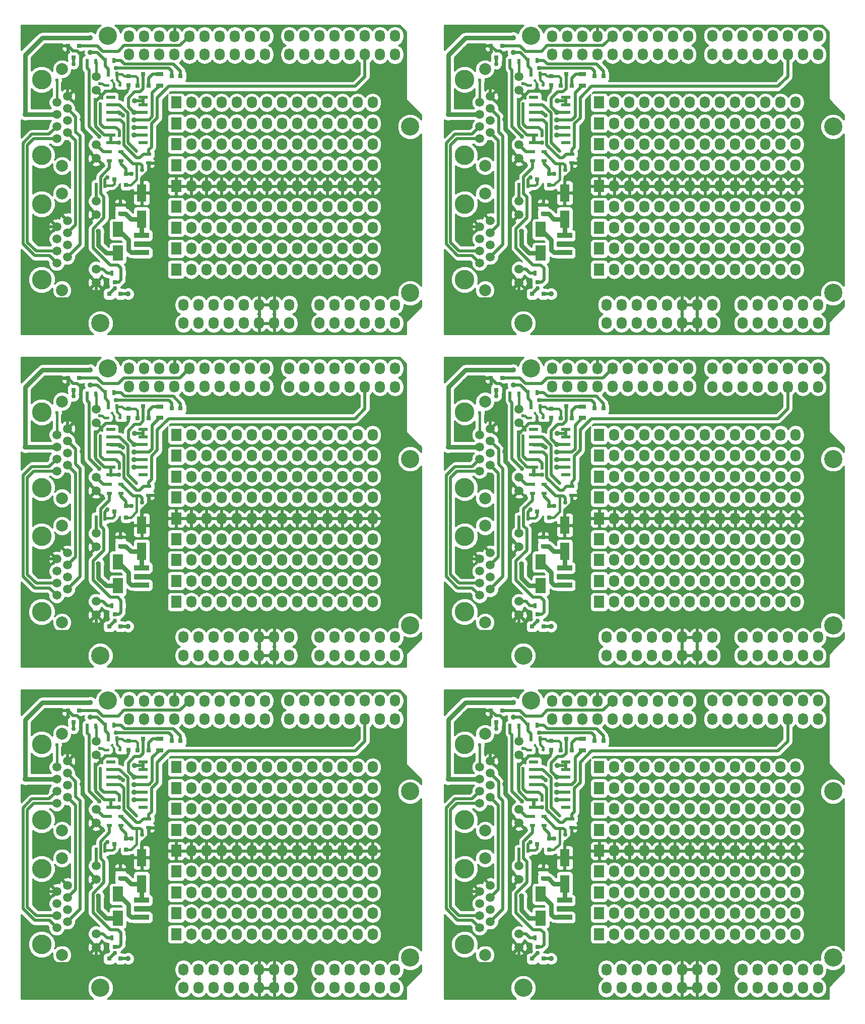
<source format=gbr>
G04 #@! TF.FileFunction,Copper,L1,Top,Signal*
%FSLAX46Y46*%
G04 Gerber Fmt 4.6, Leading zero omitted, Abs format (unit mm)*
G04 Created by KiCad (PCBNEW no-vcs-found-product) date Sat 17 Oct 2015 11:56:58 AM BRT*
%MOMM*%
G01*
G04 APERTURE LIST*
%ADD10C,0.100000*%
%ADD11C,3.048000*%
%ADD12R,1.727200X2.032000*%
%ADD13O,1.727200X2.032000*%
%ADD14R,1.500000X0.600000*%
%ADD15R,2.500000X0.900000*%
%ADD16R,0.900000X0.500000*%
%ADD17R,1.300000X0.700000*%
%ADD18R,0.500000X0.900000*%
%ADD19R,0.800100X0.800100*%
%ADD20C,2.000000*%
%ADD21C,1.501140*%
%ADD22C,3.300000*%
%ADD23R,0.450000X0.590000*%
%ADD24R,0.590000X0.450000*%
%ADD25R,0.797560X0.797560*%
%ADD26R,1.800860X2.499360*%
%ADD27R,0.750000X0.800000*%
%ADD28R,1.600200X2.999740*%
%ADD29C,0.900000*%
%ADD30C,0.750000*%
%ADD31C,0.600000*%
%ADD32C,0.508000*%
%ADD33C,0.762000*%
%ADD34C,0.381000*%
%ADD35C,0.254000*%
G04 APERTURE END LIST*
D10*
D11*
X97749995Y-175179990D03*
X149819995Y-170099990D03*
X99019995Y-126919990D03*
X149819995Y-142159990D03*
D12*
X110500795Y-141601190D03*
D13*
X113040795Y-141601190D03*
X115580795Y-141601190D03*
X118120795Y-141601190D03*
X120660795Y-141601190D03*
X123200795Y-141601190D03*
X125740795Y-141601190D03*
X128280795Y-141601190D03*
X130820795Y-141601190D03*
X133360795Y-141601190D03*
X135900795Y-141601190D03*
X138440795Y-141601190D03*
X140980795Y-141601190D03*
X143520795Y-141601190D03*
D12*
X110500795Y-145106390D03*
D13*
X113040795Y-145106390D03*
X115580795Y-145106390D03*
X118120795Y-145106390D03*
X120660795Y-145106390D03*
X123200795Y-145106390D03*
X125740795Y-145106390D03*
X128280795Y-145106390D03*
X130820795Y-145106390D03*
X133360795Y-145106390D03*
X135900795Y-145106390D03*
X138440795Y-145106390D03*
X140980795Y-145106390D03*
X143520795Y-145106390D03*
D12*
X110500795Y-148611590D03*
D13*
X113040795Y-148611590D03*
X115580795Y-148611590D03*
X118120795Y-148611590D03*
X120660795Y-148611590D03*
X123200795Y-148611590D03*
X125740795Y-148611590D03*
X128280795Y-148611590D03*
X130820795Y-148611590D03*
X133360795Y-148611590D03*
X135900795Y-148611590D03*
X138440795Y-148611590D03*
X140980795Y-148611590D03*
X143520795Y-148611590D03*
X129499995Y-130018790D03*
X132039995Y-130018790D03*
X134579995Y-130018790D03*
X137119995Y-130018790D03*
X139659995Y-130018790D03*
X142199995Y-130018790D03*
X144739995Y-130018790D03*
X147279995Y-130018790D03*
X102575995Y-130006090D03*
X105115995Y-130006090D03*
X107655995Y-130006090D03*
X110195995Y-130006090D03*
X112735995Y-130006090D03*
X115275995Y-130006090D03*
X117815995Y-130006090D03*
X120355995Y-130006090D03*
X122895995Y-130006090D03*
X125435995Y-130006090D03*
X134579995Y-172081190D03*
X137119995Y-172081190D03*
X139659995Y-172081190D03*
X142199995Y-172081190D03*
X144739995Y-172081190D03*
X147279995Y-172081190D03*
X111719995Y-172081190D03*
X114259995Y-172081190D03*
X116799995Y-172081190D03*
X119339995Y-172081190D03*
X121879995Y-172081190D03*
X124419995Y-172081190D03*
X126959995Y-172081190D03*
X129499995Y-172081190D03*
D12*
X110500795Y-155621990D03*
D13*
X113040795Y-155621990D03*
X115580795Y-155621990D03*
X118120795Y-155621990D03*
X120660795Y-155621990D03*
X123200795Y-155621990D03*
X125740795Y-155621990D03*
X128280795Y-155621990D03*
X130820795Y-155621990D03*
X133360795Y-155621990D03*
X135900795Y-155621990D03*
X138440795Y-155621990D03*
X140980795Y-155621990D03*
X143520795Y-155621990D03*
D12*
X110500795Y-152116790D03*
D13*
X113040795Y-152116790D03*
X115580795Y-152116790D03*
X118120795Y-152116790D03*
X120660795Y-152116790D03*
X123200795Y-152116790D03*
X125740795Y-152116790D03*
X128280795Y-152116790D03*
X130820795Y-152116790D03*
X133360795Y-152116790D03*
X135900795Y-152116790D03*
X138440795Y-152116790D03*
X140980795Y-152116790D03*
X143520795Y-152116790D03*
D12*
X110500795Y-138095990D03*
D13*
X113040795Y-138095990D03*
X115580795Y-138095990D03*
X118120795Y-138095990D03*
X120660795Y-138095990D03*
X123200795Y-138095990D03*
X125740795Y-138095990D03*
X128280795Y-138095990D03*
X130820795Y-138095990D03*
X133360795Y-138095990D03*
X135900795Y-138095990D03*
X138440795Y-138095990D03*
X140980795Y-138095990D03*
X143520795Y-138095990D03*
D12*
X110500795Y-166137590D03*
D13*
X113040795Y-166137590D03*
X115580795Y-166137590D03*
X118120795Y-166137590D03*
X120660795Y-166137590D03*
X123200795Y-166137590D03*
X125740795Y-166137590D03*
X128280795Y-166137590D03*
X130820795Y-166137590D03*
X133360795Y-166137590D03*
X135900795Y-166137590D03*
X138440795Y-166137590D03*
X140980795Y-166137590D03*
X143520795Y-166137590D03*
D12*
X110500795Y-162632390D03*
D13*
X113040795Y-162632390D03*
X115580795Y-162632390D03*
X118120795Y-162632390D03*
X120660795Y-162632390D03*
X123200795Y-162632390D03*
X125740795Y-162632390D03*
X128280795Y-162632390D03*
X130820795Y-162632390D03*
X133360795Y-162632390D03*
X135900795Y-162632390D03*
X138440795Y-162632390D03*
X140980795Y-162632390D03*
X143520795Y-162632390D03*
D12*
X110500795Y-159127190D03*
D13*
X113040795Y-159127190D03*
X115580795Y-159127190D03*
X118120795Y-159127190D03*
X120660795Y-159127190D03*
X123200795Y-159127190D03*
X125740795Y-159127190D03*
X128280795Y-159127190D03*
X130820795Y-159127190D03*
X133360795Y-159127190D03*
X135900795Y-159127190D03*
X138440795Y-159127190D03*
X140980795Y-159127190D03*
X143520795Y-159127190D03*
D14*
X99520395Y-137181590D03*
X99520395Y-138451590D03*
X99520395Y-139721590D03*
X99520395Y-140991590D03*
X99520395Y-142261590D03*
X99520395Y-143531590D03*
X99520395Y-144801590D03*
X104920395Y-144801590D03*
X104920395Y-143531590D03*
X104920395Y-142261590D03*
X104920395Y-140991590D03*
X104920395Y-139721590D03*
X104920395Y-138451590D03*
X104920395Y-137181590D03*
D15*
X104709595Y-163320390D03*
X104709595Y-160420390D03*
D16*
X101255195Y-147888390D03*
X101255195Y-146388390D03*
X105877995Y-148243990D03*
X105877995Y-146743990D03*
D17*
X107706795Y-133335990D03*
X107706795Y-135235990D03*
D18*
X99082795Y-133320790D03*
X100582795Y-133320790D03*
D16*
X99273995Y-146388390D03*
X99273995Y-147888390D03*
D18*
X97026795Y-131237990D03*
X95526795Y-131237990D03*
X99717795Y-166772590D03*
X101217795Y-166772590D03*
X97050795Y-152065990D03*
X98550795Y-152065990D03*
X98562095Y-130996690D03*
X100062095Y-130996690D03*
D19*
X104013595Y-135286750D03*
X105913595Y-135286750D03*
X104963595Y-133287770D03*
X99238395Y-170262550D03*
X101138395Y-170262550D03*
X100188395Y-168263570D03*
X102103555Y-151949190D03*
X102103555Y-150049190D03*
X100104575Y-150999190D03*
X94191495Y-128535430D03*
X92291495Y-128535430D03*
X93241495Y-130534410D03*
D20*
X91323795Y-132477990D03*
D21*
X97038795Y-147463990D03*
X97038795Y-145177990D03*
X97038795Y-136033990D03*
X97038795Y-133747990D03*
X92212795Y-137049990D03*
X92212795Y-139081990D03*
X92212795Y-141113990D03*
X92212795Y-143145990D03*
X90434795Y-140097990D03*
X90434795Y-142129990D03*
X90434795Y-138065990D03*
X90434795Y-144161990D03*
D22*
X87894795Y-146955990D03*
X87894795Y-134255990D03*
D20*
X91323795Y-148733990D03*
X91323795Y-153365990D03*
D21*
X97038795Y-168351990D03*
X97038795Y-166065990D03*
X97038795Y-156921990D03*
X97038795Y-154635990D03*
X92212795Y-157937990D03*
X92212795Y-159969990D03*
X92212795Y-162001990D03*
X92212795Y-164033990D03*
X90434795Y-160985990D03*
X90434795Y-163017990D03*
X90434795Y-158953990D03*
X90434795Y-165049990D03*
D22*
X87894795Y-167843990D03*
X87894795Y-155143990D03*
D20*
X91323795Y-169621990D03*
D23*
X103845995Y-146235790D03*
X103845995Y-148345790D03*
D24*
X98980995Y-135200390D03*
X101090995Y-135200390D03*
D25*
X111250095Y-133638290D03*
X109751495Y-133638290D03*
D26*
X100696395Y-159414210D03*
X100696395Y-163412170D03*
D27*
X102474395Y-133688390D03*
X102474395Y-135188390D03*
X101102795Y-156778390D03*
X101102795Y-155278390D03*
D13*
X129499995Y-126919990D03*
X132039995Y-126919990D03*
X134579995Y-126919990D03*
X137119995Y-126919990D03*
X139659995Y-126919990D03*
X142199995Y-126919990D03*
X144739995Y-126919990D03*
X147279995Y-126919990D03*
X102575995Y-126932690D03*
X105115995Y-126932690D03*
X107655995Y-126932690D03*
X110195995Y-126932690D03*
X112735995Y-126932690D03*
X115275995Y-126932690D03*
X117815995Y-126932690D03*
X120355995Y-126932690D03*
X122895995Y-126932690D03*
X125435995Y-126932690D03*
X134579995Y-175179990D03*
X137119995Y-175179990D03*
X139659995Y-175179990D03*
X142199995Y-175179990D03*
X144739995Y-175179990D03*
X147279995Y-175179990D03*
X111719995Y-175179990D03*
X114259995Y-175179990D03*
X116799995Y-175179990D03*
X119339995Y-175179990D03*
X121879995Y-175179990D03*
X124419995Y-175179990D03*
X126959995Y-175179990D03*
X129499995Y-175179990D03*
D28*
X104709595Y-157669230D03*
X104709595Y-153269950D03*
D11*
X97749995Y-119339995D03*
X149819995Y-114259995D03*
X99019995Y-71079995D03*
X149819995Y-86319995D03*
D12*
X110500795Y-85761195D03*
D13*
X113040795Y-85761195D03*
X115580795Y-85761195D03*
X118120795Y-85761195D03*
X120660795Y-85761195D03*
X123200795Y-85761195D03*
X125740795Y-85761195D03*
X128280795Y-85761195D03*
X130820795Y-85761195D03*
X133360795Y-85761195D03*
X135900795Y-85761195D03*
X138440795Y-85761195D03*
X140980795Y-85761195D03*
X143520795Y-85761195D03*
D12*
X110500795Y-89266395D03*
D13*
X113040795Y-89266395D03*
X115580795Y-89266395D03*
X118120795Y-89266395D03*
X120660795Y-89266395D03*
X123200795Y-89266395D03*
X125740795Y-89266395D03*
X128280795Y-89266395D03*
X130820795Y-89266395D03*
X133360795Y-89266395D03*
X135900795Y-89266395D03*
X138440795Y-89266395D03*
X140980795Y-89266395D03*
X143520795Y-89266395D03*
D12*
X110500795Y-92771595D03*
D13*
X113040795Y-92771595D03*
X115580795Y-92771595D03*
X118120795Y-92771595D03*
X120660795Y-92771595D03*
X123200795Y-92771595D03*
X125740795Y-92771595D03*
X128280795Y-92771595D03*
X130820795Y-92771595D03*
X133360795Y-92771595D03*
X135900795Y-92771595D03*
X138440795Y-92771595D03*
X140980795Y-92771595D03*
X143520795Y-92771595D03*
X129499995Y-74178795D03*
X132039995Y-74178795D03*
X134579995Y-74178795D03*
X137119995Y-74178795D03*
X139659995Y-74178795D03*
X142199995Y-74178795D03*
X144739995Y-74178795D03*
X147279995Y-74178795D03*
X102575995Y-74166095D03*
X105115995Y-74166095D03*
X107655995Y-74166095D03*
X110195995Y-74166095D03*
X112735995Y-74166095D03*
X115275995Y-74166095D03*
X117815995Y-74166095D03*
X120355995Y-74166095D03*
X122895995Y-74166095D03*
X125435995Y-74166095D03*
X134579995Y-116241195D03*
X137119995Y-116241195D03*
X139659995Y-116241195D03*
X142199995Y-116241195D03*
X144739995Y-116241195D03*
X147279995Y-116241195D03*
X111719995Y-116241195D03*
X114259995Y-116241195D03*
X116799995Y-116241195D03*
X119339995Y-116241195D03*
X121879995Y-116241195D03*
X124419995Y-116241195D03*
X126959995Y-116241195D03*
X129499995Y-116241195D03*
D12*
X110500795Y-99781995D03*
D13*
X113040795Y-99781995D03*
X115580795Y-99781995D03*
X118120795Y-99781995D03*
X120660795Y-99781995D03*
X123200795Y-99781995D03*
X125740795Y-99781995D03*
X128280795Y-99781995D03*
X130820795Y-99781995D03*
X133360795Y-99781995D03*
X135900795Y-99781995D03*
X138440795Y-99781995D03*
X140980795Y-99781995D03*
X143520795Y-99781995D03*
D12*
X110500795Y-96276795D03*
D13*
X113040795Y-96276795D03*
X115580795Y-96276795D03*
X118120795Y-96276795D03*
X120660795Y-96276795D03*
X123200795Y-96276795D03*
X125740795Y-96276795D03*
X128280795Y-96276795D03*
X130820795Y-96276795D03*
X133360795Y-96276795D03*
X135900795Y-96276795D03*
X138440795Y-96276795D03*
X140980795Y-96276795D03*
X143520795Y-96276795D03*
D12*
X110500795Y-82255995D03*
D13*
X113040795Y-82255995D03*
X115580795Y-82255995D03*
X118120795Y-82255995D03*
X120660795Y-82255995D03*
X123200795Y-82255995D03*
X125740795Y-82255995D03*
X128280795Y-82255995D03*
X130820795Y-82255995D03*
X133360795Y-82255995D03*
X135900795Y-82255995D03*
X138440795Y-82255995D03*
X140980795Y-82255995D03*
X143520795Y-82255995D03*
D12*
X110500795Y-110297595D03*
D13*
X113040795Y-110297595D03*
X115580795Y-110297595D03*
X118120795Y-110297595D03*
X120660795Y-110297595D03*
X123200795Y-110297595D03*
X125740795Y-110297595D03*
X128280795Y-110297595D03*
X130820795Y-110297595D03*
X133360795Y-110297595D03*
X135900795Y-110297595D03*
X138440795Y-110297595D03*
X140980795Y-110297595D03*
X143520795Y-110297595D03*
D12*
X110500795Y-106792395D03*
D13*
X113040795Y-106792395D03*
X115580795Y-106792395D03*
X118120795Y-106792395D03*
X120660795Y-106792395D03*
X123200795Y-106792395D03*
X125740795Y-106792395D03*
X128280795Y-106792395D03*
X130820795Y-106792395D03*
X133360795Y-106792395D03*
X135900795Y-106792395D03*
X138440795Y-106792395D03*
X140980795Y-106792395D03*
X143520795Y-106792395D03*
D12*
X110500795Y-103287195D03*
D13*
X113040795Y-103287195D03*
X115580795Y-103287195D03*
X118120795Y-103287195D03*
X120660795Y-103287195D03*
X123200795Y-103287195D03*
X125740795Y-103287195D03*
X128280795Y-103287195D03*
X130820795Y-103287195D03*
X133360795Y-103287195D03*
X135900795Y-103287195D03*
X138440795Y-103287195D03*
X140980795Y-103287195D03*
X143520795Y-103287195D03*
D14*
X99520395Y-81341595D03*
X99520395Y-82611595D03*
X99520395Y-83881595D03*
X99520395Y-85151595D03*
X99520395Y-86421595D03*
X99520395Y-87691595D03*
X99520395Y-88961595D03*
X104920395Y-88961595D03*
X104920395Y-87691595D03*
X104920395Y-86421595D03*
X104920395Y-85151595D03*
X104920395Y-83881595D03*
X104920395Y-82611595D03*
X104920395Y-81341595D03*
D15*
X104709595Y-107480395D03*
X104709595Y-104580395D03*
D16*
X101255195Y-92048395D03*
X101255195Y-90548395D03*
X105877995Y-92403995D03*
X105877995Y-90903995D03*
D17*
X107706795Y-77495995D03*
X107706795Y-79395995D03*
D18*
X99082795Y-77480795D03*
X100582795Y-77480795D03*
D16*
X99273995Y-90548395D03*
X99273995Y-92048395D03*
D18*
X97026795Y-75397995D03*
X95526795Y-75397995D03*
X99717795Y-110932595D03*
X101217795Y-110932595D03*
X97050795Y-96225995D03*
X98550795Y-96225995D03*
X98562095Y-75156695D03*
X100062095Y-75156695D03*
D19*
X104013595Y-79446755D03*
X105913595Y-79446755D03*
X104963595Y-77447775D03*
X99238395Y-114422555D03*
X101138395Y-114422555D03*
X100188395Y-112423575D03*
X102103555Y-96109195D03*
X102103555Y-94209195D03*
X100104575Y-95159195D03*
X94191495Y-72695435D03*
X92291495Y-72695435D03*
X93241495Y-74694415D03*
D20*
X91323795Y-76637995D03*
D21*
X97038795Y-91623995D03*
X97038795Y-89337995D03*
X97038795Y-80193995D03*
X97038795Y-77907995D03*
X92212795Y-81209995D03*
X92212795Y-83241995D03*
X92212795Y-85273995D03*
X92212795Y-87305995D03*
X90434795Y-84257995D03*
X90434795Y-86289995D03*
X90434795Y-82225995D03*
X90434795Y-88321995D03*
D22*
X87894795Y-91115995D03*
X87894795Y-78415995D03*
D20*
X91323795Y-92893995D03*
X91323795Y-97525995D03*
D21*
X97038795Y-112511995D03*
X97038795Y-110225995D03*
X97038795Y-101081995D03*
X97038795Y-98795995D03*
X92212795Y-102097995D03*
X92212795Y-104129995D03*
X92212795Y-106161995D03*
X92212795Y-108193995D03*
X90434795Y-105145995D03*
X90434795Y-107177995D03*
X90434795Y-103113995D03*
X90434795Y-109209995D03*
D22*
X87894795Y-112003995D03*
X87894795Y-99303995D03*
D20*
X91323795Y-113781995D03*
D23*
X103845995Y-90395795D03*
X103845995Y-92505795D03*
D24*
X98980995Y-79360395D03*
X101090995Y-79360395D03*
D25*
X111250095Y-77798295D03*
X109751495Y-77798295D03*
D26*
X100696395Y-103574215D03*
X100696395Y-107572175D03*
D27*
X102474395Y-77848395D03*
X102474395Y-79348395D03*
X101102795Y-100938395D03*
X101102795Y-99438395D03*
D13*
X129499995Y-71079995D03*
X132039995Y-71079995D03*
X134579995Y-71079995D03*
X137119995Y-71079995D03*
X139659995Y-71079995D03*
X142199995Y-71079995D03*
X144739995Y-71079995D03*
X147279995Y-71079995D03*
X102575995Y-71092695D03*
X105115995Y-71092695D03*
X107655995Y-71092695D03*
X110195995Y-71092695D03*
X112735995Y-71092695D03*
X115275995Y-71092695D03*
X117815995Y-71092695D03*
X120355995Y-71092695D03*
X122895995Y-71092695D03*
X125435995Y-71092695D03*
X134579995Y-119339995D03*
X137119995Y-119339995D03*
X139659995Y-119339995D03*
X142199995Y-119339995D03*
X144739995Y-119339995D03*
X147279995Y-119339995D03*
X111719995Y-119339995D03*
X114259995Y-119339995D03*
X116799995Y-119339995D03*
X119339995Y-119339995D03*
X121879995Y-119339995D03*
X124419995Y-119339995D03*
X126959995Y-119339995D03*
X129499995Y-119339995D03*
D28*
X104709595Y-101829235D03*
X104709595Y-97429955D03*
D11*
X97749995Y-63500000D03*
X149819995Y-58420000D03*
X99019995Y-15240000D03*
X149819995Y-30480000D03*
D12*
X110500795Y-29921200D03*
D13*
X113040795Y-29921200D03*
X115580795Y-29921200D03*
X118120795Y-29921200D03*
X120660795Y-29921200D03*
X123200795Y-29921200D03*
X125740795Y-29921200D03*
X128280795Y-29921200D03*
X130820795Y-29921200D03*
X133360795Y-29921200D03*
X135900795Y-29921200D03*
X138440795Y-29921200D03*
X140980795Y-29921200D03*
X143520795Y-29921200D03*
D12*
X110500795Y-33426400D03*
D13*
X113040795Y-33426400D03*
X115580795Y-33426400D03*
X118120795Y-33426400D03*
X120660795Y-33426400D03*
X123200795Y-33426400D03*
X125740795Y-33426400D03*
X128280795Y-33426400D03*
X130820795Y-33426400D03*
X133360795Y-33426400D03*
X135900795Y-33426400D03*
X138440795Y-33426400D03*
X140980795Y-33426400D03*
X143520795Y-33426400D03*
D12*
X110500795Y-36931600D03*
D13*
X113040795Y-36931600D03*
X115580795Y-36931600D03*
X118120795Y-36931600D03*
X120660795Y-36931600D03*
X123200795Y-36931600D03*
X125740795Y-36931600D03*
X128280795Y-36931600D03*
X130820795Y-36931600D03*
X133360795Y-36931600D03*
X135900795Y-36931600D03*
X138440795Y-36931600D03*
X140980795Y-36931600D03*
X143520795Y-36931600D03*
X129499995Y-18338800D03*
X132039995Y-18338800D03*
X134579995Y-18338800D03*
X137119995Y-18338800D03*
X139659995Y-18338800D03*
X142199995Y-18338800D03*
X144739995Y-18338800D03*
X147279995Y-18338800D03*
X102575995Y-18326100D03*
X105115995Y-18326100D03*
X107655995Y-18326100D03*
X110195995Y-18326100D03*
X112735995Y-18326100D03*
X115275995Y-18326100D03*
X117815995Y-18326100D03*
X120355995Y-18326100D03*
X122895995Y-18326100D03*
X125435995Y-18326100D03*
X134579995Y-60401200D03*
X137119995Y-60401200D03*
X139659995Y-60401200D03*
X142199995Y-60401200D03*
X144739995Y-60401200D03*
X147279995Y-60401200D03*
X111719995Y-60401200D03*
X114259995Y-60401200D03*
X116799995Y-60401200D03*
X119339995Y-60401200D03*
X121879995Y-60401200D03*
X124419995Y-60401200D03*
X126959995Y-60401200D03*
X129499995Y-60401200D03*
D12*
X110500795Y-43942000D03*
D13*
X113040795Y-43942000D03*
X115580795Y-43942000D03*
X118120795Y-43942000D03*
X120660795Y-43942000D03*
X123200795Y-43942000D03*
X125740795Y-43942000D03*
X128280795Y-43942000D03*
X130820795Y-43942000D03*
X133360795Y-43942000D03*
X135900795Y-43942000D03*
X138440795Y-43942000D03*
X140980795Y-43942000D03*
X143520795Y-43942000D03*
D12*
X110500795Y-40436800D03*
D13*
X113040795Y-40436800D03*
X115580795Y-40436800D03*
X118120795Y-40436800D03*
X120660795Y-40436800D03*
X123200795Y-40436800D03*
X125740795Y-40436800D03*
X128280795Y-40436800D03*
X130820795Y-40436800D03*
X133360795Y-40436800D03*
X135900795Y-40436800D03*
X138440795Y-40436800D03*
X140980795Y-40436800D03*
X143520795Y-40436800D03*
D12*
X110500795Y-26416000D03*
D13*
X113040795Y-26416000D03*
X115580795Y-26416000D03*
X118120795Y-26416000D03*
X120660795Y-26416000D03*
X123200795Y-26416000D03*
X125740795Y-26416000D03*
X128280795Y-26416000D03*
X130820795Y-26416000D03*
X133360795Y-26416000D03*
X135900795Y-26416000D03*
X138440795Y-26416000D03*
X140980795Y-26416000D03*
X143520795Y-26416000D03*
D12*
X110500795Y-54457600D03*
D13*
X113040795Y-54457600D03*
X115580795Y-54457600D03*
X118120795Y-54457600D03*
X120660795Y-54457600D03*
X123200795Y-54457600D03*
X125740795Y-54457600D03*
X128280795Y-54457600D03*
X130820795Y-54457600D03*
X133360795Y-54457600D03*
X135900795Y-54457600D03*
X138440795Y-54457600D03*
X140980795Y-54457600D03*
X143520795Y-54457600D03*
D12*
X110500795Y-50952400D03*
D13*
X113040795Y-50952400D03*
X115580795Y-50952400D03*
X118120795Y-50952400D03*
X120660795Y-50952400D03*
X123200795Y-50952400D03*
X125740795Y-50952400D03*
X128280795Y-50952400D03*
X130820795Y-50952400D03*
X133360795Y-50952400D03*
X135900795Y-50952400D03*
X138440795Y-50952400D03*
X140980795Y-50952400D03*
X143520795Y-50952400D03*
D12*
X110500795Y-47447200D03*
D13*
X113040795Y-47447200D03*
X115580795Y-47447200D03*
X118120795Y-47447200D03*
X120660795Y-47447200D03*
X123200795Y-47447200D03*
X125740795Y-47447200D03*
X128280795Y-47447200D03*
X130820795Y-47447200D03*
X133360795Y-47447200D03*
X135900795Y-47447200D03*
X138440795Y-47447200D03*
X140980795Y-47447200D03*
X143520795Y-47447200D03*
D14*
X99520395Y-25501600D03*
X99520395Y-26771600D03*
X99520395Y-28041600D03*
X99520395Y-29311600D03*
X99520395Y-30581600D03*
X99520395Y-31851600D03*
X99520395Y-33121600D03*
X104920395Y-33121600D03*
X104920395Y-31851600D03*
X104920395Y-30581600D03*
X104920395Y-29311600D03*
X104920395Y-28041600D03*
X104920395Y-26771600D03*
X104920395Y-25501600D03*
D15*
X104709595Y-51640400D03*
X104709595Y-48740400D03*
D16*
X101255195Y-36208400D03*
X101255195Y-34708400D03*
X105877995Y-36564000D03*
X105877995Y-35064000D03*
D17*
X107706795Y-21656000D03*
X107706795Y-23556000D03*
D18*
X99082795Y-21640800D03*
X100582795Y-21640800D03*
D16*
X99273995Y-34708400D03*
X99273995Y-36208400D03*
D18*
X97026795Y-19558000D03*
X95526795Y-19558000D03*
X99717795Y-55092600D03*
X101217795Y-55092600D03*
X97050795Y-40386000D03*
X98550795Y-40386000D03*
X98562095Y-19316700D03*
X100062095Y-19316700D03*
D19*
X104013595Y-23606760D03*
X105913595Y-23606760D03*
X104963595Y-21607780D03*
X99238395Y-58582560D03*
X101138395Y-58582560D03*
X100188395Y-56583580D03*
X102103555Y-40269200D03*
X102103555Y-38369200D03*
X100104575Y-39319200D03*
X94191495Y-16855440D03*
X92291495Y-16855440D03*
X93241495Y-18854420D03*
D20*
X91323795Y-20798000D03*
D21*
X97038795Y-35784000D03*
X97038795Y-33498000D03*
X97038795Y-24354000D03*
X97038795Y-22068000D03*
X92212795Y-25370000D03*
X92212795Y-27402000D03*
X92212795Y-29434000D03*
X92212795Y-31466000D03*
X90434795Y-28418000D03*
X90434795Y-30450000D03*
X90434795Y-26386000D03*
X90434795Y-32482000D03*
D22*
X87894795Y-35276000D03*
X87894795Y-22576000D03*
D20*
X91323795Y-37054000D03*
X91323795Y-41686000D03*
D21*
X97038795Y-56672000D03*
X97038795Y-54386000D03*
X97038795Y-45242000D03*
X97038795Y-42956000D03*
X92212795Y-46258000D03*
X92212795Y-48290000D03*
X92212795Y-50322000D03*
X92212795Y-52354000D03*
X90434795Y-49306000D03*
X90434795Y-51338000D03*
X90434795Y-47274000D03*
X90434795Y-53370000D03*
D22*
X87894795Y-56164000D03*
X87894795Y-43464000D03*
D20*
X91323795Y-57942000D03*
D23*
X103845995Y-34555800D03*
X103845995Y-36665800D03*
D24*
X98980995Y-23520400D03*
X101090995Y-23520400D03*
D25*
X111250095Y-21958300D03*
X109751495Y-21958300D03*
D26*
X100696395Y-47734220D03*
X100696395Y-51732180D03*
D27*
X102474395Y-22008400D03*
X102474395Y-23508400D03*
X101102795Y-45098400D03*
X101102795Y-43598400D03*
D13*
X129499995Y-15240000D03*
X132039995Y-15240000D03*
X134579995Y-15240000D03*
X137119995Y-15240000D03*
X139659995Y-15240000D03*
X142199995Y-15240000D03*
X144739995Y-15240000D03*
X147279995Y-15240000D03*
X102575995Y-15252700D03*
X105115995Y-15252700D03*
X107655995Y-15252700D03*
X110195995Y-15252700D03*
X112735995Y-15252700D03*
X115275995Y-15252700D03*
X117815995Y-15252700D03*
X120355995Y-15252700D03*
X122895995Y-15252700D03*
X125435995Y-15252700D03*
X134579995Y-63500000D03*
X137119995Y-63500000D03*
X139659995Y-63500000D03*
X142199995Y-63500000D03*
X144739995Y-63500000D03*
X147279995Y-63500000D03*
X111719995Y-63500000D03*
X114259995Y-63500000D03*
X116799995Y-63500000D03*
X119339995Y-63500000D03*
X121879995Y-63500000D03*
X124419995Y-63500000D03*
X126959995Y-63500000D03*
X129499995Y-63500000D03*
D28*
X104709595Y-45989240D03*
X104709595Y-41589960D03*
D11*
X26670000Y-175179990D03*
X78740000Y-170099990D03*
X27940000Y-126919990D03*
X78740000Y-142159990D03*
D12*
X39420800Y-141601190D03*
D13*
X41960800Y-141601190D03*
X44500800Y-141601190D03*
X47040800Y-141601190D03*
X49580800Y-141601190D03*
X52120800Y-141601190D03*
X54660800Y-141601190D03*
X57200800Y-141601190D03*
X59740800Y-141601190D03*
X62280800Y-141601190D03*
X64820800Y-141601190D03*
X67360800Y-141601190D03*
X69900800Y-141601190D03*
X72440800Y-141601190D03*
D12*
X39420800Y-145106390D03*
D13*
X41960800Y-145106390D03*
X44500800Y-145106390D03*
X47040800Y-145106390D03*
X49580800Y-145106390D03*
X52120800Y-145106390D03*
X54660800Y-145106390D03*
X57200800Y-145106390D03*
X59740800Y-145106390D03*
X62280800Y-145106390D03*
X64820800Y-145106390D03*
X67360800Y-145106390D03*
X69900800Y-145106390D03*
X72440800Y-145106390D03*
D12*
X39420800Y-148611590D03*
D13*
X41960800Y-148611590D03*
X44500800Y-148611590D03*
X47040800Y-148611590D03*
X49580800Y-148611590D03*
X52120800Y-148611590D03*
X54660800Y-148611590D03*
X57200800Y-148611590D03*
X59740800Y-148611590D03*
X62280800Y-148611590D03*
X64820800Y-148611590D03*
X67360800Y-148611590D03*
X69900800Y-148611590D03*
X72440800Y-148611590D03*
X58420000Y-130018790D03*
X60960000Y-130018790D03*
X63500000Y-130018790D03*
X66040000Y-130018790D03*
X68580000Y-130018790D03*
X71120000Y-130018790D03*
X73660000Y-130018790D03*
X76200000Y-130018790D03*
X31496000Y-130006090D03*
X34036000Y-130006090D03*
X36576000Y-130006090D03*
X39116000Y-130006090D03*
X41656000Y-130006090D03*
X44196000Y-130006090D03*
X46736000Y-130006090D03*
X49276000Y-130006090D03*
X51816000Y-130006090D03*
X54356000Y-130006090D03*
X63500000Y-172081190D03*
X66040000Y-172081190D03*
X68580000Y-172081190D03*
X71120000Y-172081190D03*
X73660000Y-172081190D03*
X76200000Y-172081190D03*
X40640000Y-172081190D03*
X43180000Y-172081190D03*
X45720000Y-172081190D03*
X48260000Y-172081190D03*
X50800000Y-172081190D03*
X53340000Y-172081190D03*
X55880000Y-172081190D03*
X58420000Y-172081190D03*
D12*
X39420800Y-155621990D03*
D13*
X41960800Y-155621990D03*
X44500800Y-155621990D03*
X47040800Y-155621990D03*
X49580800Y-155621990D03*
X52120800Y-155621990D03*
X54660800Y-155621990D03*
X57200800Y-155621990D03*
X59740800Y-155621990D03*
X62280800Y-155621990D03*
X64820800Y-155621990D03*
X67360800Y-155621990D03*
X69900800Y-155621990D03*
X72440800Y-155621990D03*
D12*
X39420800Y-152116790D03*
D13*
X41960800Y-152116790D03*
X44500800Y-152116790D03*
X47040800Y-152116790D03*
X49580800Y-152116790D03*
X52120800Y-152116790D03*
X54660800Y-152116790D03*
X57200800Y-152116790D03*
X59740800Y-152116790D03*
X62280800Y-152116790D03*
X64820800Y-152116790D03*
X67360800Y-152116790D03*
X69900800Y-152116790D03*
X72440800Y-152116790D03*
D12*
X39420800Y-138095990D03*
D13*
X41960800Y-138095990D03*
X44500800Y-138095990D03*
X47040800Y-138095990D03*
X49580800Y-138095990D03*
X52120800Y-138095990D03*
X54660800Y-138095990D03*
X57200800Y-138095990D03*
X59740800Y-138095990D03*
X62280800Y-138095990D03*
X64820800Y-138095990D03*
X67360800Y-138095990D03*
X69900800Y-138095990D03*
X72440800Y-138095990D03*
D12*
X39420800Y-166137590D03*
D13*
X41960800Y-166137590D03*
X44500800Y-166137590D03*
X47040800Y-166137590D03*
X49580800Y-166137590D03*
X52120800Y-166137590D03*
X54660800Y-166137590D03*
X57200800Y-166137590D03*
X59740800Y-166137590D03*
X62280800Y-166137590D03*
X64820800Y-166137590D03*
X67360800Y-166137590D03*
X69900800Y-166137590D03*
X72440800Y-166137590D03*
D12*
X39420800Y-162632390D03*
D13*
X41960800Y-162632390D03*
X44500800Y-162632390D03*
X47040800Y-162632390D03*
X49580800Y-162632390D03*
X52120800Y-162632390D03*
X54660800Y-162632390D03*
X57200800Y-162632390D03*
X59740800Y-162632390D03*
X62280800Y-162632390D03*
X64820800Y-162632390D03*
X67360800Y-162632390D03*
X69900800Y-162632390D03*
X72440800Y-162632390D03*
D12*
X39420800Y-159127190D03*
D13*
X41960800Y-159127190D03*
X44500800Y-159127190D03*
X47040800Y-159127190D03*
X49580800Y-159127190D03*
X52120800Y-159127190D03*
X54660800Y-159127190D03*
X57200800Y-159127190D03*
X59740800Y-159127190D03*
X62280800Y-159127190D03*
X64820800Y-159127190D03*
X67360800Y-159127190D03*
X69900800Y-159127190D03*
X72440800Y-159127190D03*
D14*
X28440400Y-137181590D03*
X28440400Y-138451590D03*
X28440400Y-139721590D03*
X28440400Y-140991590D03*
X28440400Y-142261590D03*
X28440400Y-143531590D03*
X28440400Y-144801590D03*
X33840400Y-144801590D03*
X33840400Y-143531590D03*
X33840400Y-142261590D03*
X33840400Y-140991590D03*
X33840400Y-139721590D03*
X33840400Y-138451590D03*
X33840400Y-137181590D03*
D15*
X33629600Y-163320390D03*
X33629600Y-160420390D03*
D16*
X30175200Y-147888390D03*
X30175200Y-146388390D03*
X34798000Y-148243990D03*
X34798000Y-146743990D03*
D17*
X36626800Y-133335990D03*
X36626800Y-135235990D03*
D18*
X28002800Y-133320790D03*
X29502800Y-133320790D03*
D16*
X28194000Y-146388390D03*
X28194000Y-147888390D03*
D18*
X25946800Y-131237990D03*
X24446800Y-131237990D03*
X28637800Y-166772590D03*
X30137800Y-166772590D03*
X25970800Y-152065990D03*
X27470800Y-152065990D03*
X27482100Y-130996690D03*
X28982100Y-130996690D03*
D19*
X32933600Y-135286750D03*
X34833600Y-135286750D03*
X33883600Y-133287770D03*
X28158400Y-170262550D03*
X30058400Y-170262550D03*
X29108400Y-168263570D03*
X31023560Y-151949190D03*
X31023560Y-150049190D03*
X29024580Y-150999190D03*
X23111500Y-128535430D03*
X21211500Y-128535430D03*
X22161500Y-130534410D03*
D20*
X20243800Y-132477990D03*
D21*
X25958800Y-147463990D03*
X25958800Y-145177990D03*
X25958800Y-136033990D03*
X25958800Y-133747990D03*
X21132800Y-137049990D03*
X21132800Y-139081990D03*
X21132800Y-141113990D03*
X21132800Y-143145990D03*
X19354800Y-140097990D03*
X19354800Y-142129990D03*
X19354800Y-138065990D03*
X19354800Y-144161990D03*
D22*
X16814800Y-146955990D03*
X16814800Y-134255990D03*
D20*
X20243800Y-148733990D03*
X20243800Y-153365990D03*
D21*
X25958800Y-168351990D03*
X25958800Y-166065990D03*
X25958800Y-156921990D03*
X25958800Y-154635990D03*
X21132800Y-157937990D03*
X21132800Y-159969990D03*
X21132800Y-162001990D03*
X21132800Y-164033990D03*
X19354800Y-160985990D03*
X19354800Y-163017990D03*
X19354800Y-158953990D03*
X19354800Y-165049990D03*
D22*
X16814800Y-167843990D03*
X16814800Y-155143990D03*
D20*
X20243800Y-169621990D03*
D23*
X32766000Y-146235790D03*
X32766000Y-148345790D03*
D24*
X27901000Y-135200390D03*
X30011000Y-135200390D03*
D25*
X40170100Y-133638290D03*
X38671500Y-133638290D03*
D26*
X29616400Y-159414210D03*
X29616400Y-163412170D03*
D27*
X31394400Y-133688390D03*
X31394400Y-135188390D03*
X30022800Y-156778390D03*
X30022800Y-155278390D03*
D13*
X58420000Y-126919990D03*
X60960000Y-126919990D03*
X63500000Y-126919990D03*
X66040000Y-126919990D03*
X68580000Y-126919990D03*
X71120000Y-126919990D03*
X73660000Y-126919990D03*
X76200000Y-126919990D03*
X31496000Y-126932690D03*
X34036000Y-126932690D03*
X36576000Y-126932690D03*
X39116000Y-126932690D03*
X41656000Y-126932690D03*
X44196000Y-126932690D03*
X46736000Y-126932690D03*
X49276000Y-126932690D03*
X51816000Y-126932690D03*
X54356000Y-126932690D03*
X63500000Y-175179990D03*
X66040000Y-175179990D03*
X68580000Y-175179990D03*
X71120000Y-175179990D03*
X73660000Y-175179990D03*
X76200000Y-175179990D03*
X40640000Y-175179990D03*
X43180000Y-175179990D03*
X45720000Y-175179990D03*
X48260000Y-175179990D03*
X50800000Y-175179990D03*
X53340000Y-175179990D03*
X55880000Y-175179990D03*
X58420000Y-175179990D03*
D28*
X33629600Y-157669230D03*
X33629600Y-153269950D03*
D11*
X26670000Y-119339995D03*
X78740000Y-114259995D03*
X27940000Y-71079995D03*
X78740000Y-86319995D03*
D12*
X39420800Y-85761195D03*
D13*
X41960800Y-85761195D03*
X44500800Y-85761195D03*
X47040800Y-85761195D03*
X49580800Y-85761195D03*
X52120800Y-85761195D03*
X54660800Y-85761195D03*
X57200800Y-85761195D03*
X59740800Y-85761195D03*
X62280800Y-85761195D03*
X64820800Y-85761195D03*
X67360800Y-85761195D03*
X69900800Y-85761195D03*
X72440800Y-85761195D03*
D12*
X39420800Y-89266395D03*
D13*
X41960800Y-89266395D03*
X44500800Y-89266395D03*
X47040800Y-89266395D03*
X49580800Y-89266395D03*
X52120800Y-89266395D03*
X54660800Y-89266395D03*
X57200800Y-89266395D03*
X59740800Y-89266395D03*
X62280800Y-89266395D03*
X64820800Y-89266395D03*
X67360800Y-89266395D03*
X69900800Y-89266395D03*
X72440800Y-89266395D03*
D12*
X39420800Y-92771595D03*
D13*
X41960800Y-92771595D03*
X44500800Y-92771595D03*
X47040800Y-92771595D03*
X49580800Y-92771595D03*
X52120800Y-92771595D03*
X54660800Y-92771595D03*
X57200800Y-92771595D03*
X59740800Y-92771595D03*
X62280800Y-92771595D03*
X64820800Y-92771595D03*
X67360800Y-92771595D03*
X69900800Y-92771595D03*
X72440800Y-92771595D03*
X58420000Y-74178795D03*
X60960000Y-74178795D03*
X63500000Y-74178795D03*
X66040000Y-74178795D03*
X68580000Y-74178795D03*
X71120000Y-74178795D03*
X73660000Y-74178795D03*
X76200000Y-74178795D03*
X31496000Y-74166095D03*
X34036000Y-74166095D03*
X36576000Y-74166095D03*
X39116000Y-74166095D03*
X41656000Y-74166095D03*
X44196000Y-74166095D03*
X46736000Y-74166095D03*
X49276000Y-74166095D03*
X51816000Y-74166095D03*
X54356000Y-74166095D03*
X63500000Y-116241195D03*
X66040000Y-116241195D03*
X68580000Y-116241195D03*
X71120000Y-116241195D03*
X73660000Y-116241195D03*
X76200000Y-116241195D03*
X40640000Y-116241195D03*
X43180000Y-116241195D03*
X45720000Y-116241195D03*
X48260000Y-116241195D03*
X50800000Y-116241195D03*
X53340000Y-116241195D03*
X55880000Y-116241195D03*
X58420000Y-116241195D03*
D12*
X39420800Y-99781995D03*
D13*
X41960800Y-99781995D03*
X44500800Y-99781995D03*
X47040800Y-99781995D03*
X49580800Y-99781995D03*
X52120800Y-99781995D03*
X54660800Y-99781995D03*
X57200800Y-99781995D03*
X59740800Y-99781995D03*
X62280800Y-99781995D03*
X64820800Y-99781995D03*
X67360800Y-99781995D03*
X69900800Y-99781995D03*
X72440800Y-99781995D03*
D12*
X39420800Y-96276795D03*
D13*
X41960800Y-96276795D03*
X44500800Y-96276795D03*
X47040800Y-96276795D03*
X49580800Y-96276795D03*
X52120800Y-96276795D03*
X54660800Y-96276795D03*
X57200800Y-96276795D03*
X59740800Y-96276795D03*
X62280800Y-96276795D03*
X64820800Y-96276795D03*
X67360800Y-96276795D03*
X69900800Y-96276795D03*
X72440800Y-96276795D03*
D12*
X39420800Y-82255995D03*
D13*
X41960800Y-82255995D03*
X44500800Y-82255995D03*
X47040800Y-82255995D03*
X49580800Y-82255995D03*
X52120800Y-82255995D03*
X54660800Y-82255995D03*
X57200800Y-82255995D03*
X59740800Y-82255995D03*
X62280800Y-82255995D03*
X64820800Y-82255995D03*
X67360800Y-82255995D03*
X69900800Y-82255995D03*
X72440800Y-82255995D03*
D12*
X39420800Y-110297595D03*
D13*
X41960800Y-110297595D03*
X44500800Y-110297595D03*
X47040800Y-110297595D03*
X49580800Y-110297595D03*
X52120800Y-110297595D03*
X54660800Y-110297595D03*
X57200800Y-110297595D03*
X59740800Y-110297595D03*
X62280800Y-110297595D03*
X64820800Y-110297595D03*
X67360800Y-110297595D03*
X69900800Y-110297595D03*
X72440800Y-110297595D03*
D12*
X39420800Y-106792395D03*
D13*
X41960800Y-106792395D03*
X44500800Y-106792395D03*
X47040800Y-106792395D03*
X49580800Y-106792395D03*
X52120800Y-106792395D03*
X54660800Y-106792395D03*
X57200800Y-106792395D03*
X59740800Y-106792395D03*
X62280800Y-106792395D03*
X64820800Y-106792395D03*
X67360800Y-106792395D03*
X69900800Y-106792395D03*
X72440800Y-106792395D03*
D12*
X39420800Y-103287195D03*
D13*
X41960800Y-103287195D03*
X44500800Y-103287195D03*
X47040800Y-103287195D03*
X49580800Y-103287195D03*
X52120800Y-103287195D03*
X54660800Y-103287195D03*
X57200800Y-103287195D03*
X59740800Y-103287195D03*
X62280800Y-103287195D03*
X64820800Y-103287195D03*
X67360800Y-103287195D03*
X69900800Y-103287195D03*
X72440800Y-103287195D03*
D14*
X28440400Y-81341595D03*
X28440400Y-82611595D03*
X28440400Y-83881595D03*
X28440400Y-85151595D03*
X28440400Y-86421595D03*
X28440400Y-87691595D03*
X28440400Y-88961595D03*
X33840400Y-88961595D03*
X33840400Y-87691595D03*
X33840400Y-86421595D03*
X33840400Y-85151595D03*
X33840400Y-83881595D03*
X33840400Y-82611595D03*
X33840400Y-81341595D03*
D15*
X33629600Y-107480395D03*
X33629600Y-104580395D03*
D16*
X30175200Y-92048395D03*
X30175200Y-90548395D03*
X34798000Y-92403995D03*
X34798000Y-90903995D03*
D17*
X36626800Y-77495995D03*
X36626800Y-79395995D03*
D18*
X28002800Y-77480795D03*
X29502800Y-77480795D03*
D16*
X28194000Y-90548395D03*
X28194000Y-92048395D03*
D18*
X25946800Y-75397995D03*
X24446800Y-75397995D03*
X28637800Y-110932595D03*
X30137800Y-110932595D03*
X25970800Y-96225995D03*
X27470800Y-96225995D03*
X27482100Y-75156695D03*
X28982100Y-75156695D03*
D19*
X32933600Y-79446755D03*
X34833600Y-79446755D03*
X33883600Y-77447775D03*
X28158400Y-114422555D03*
X30058400Y-114422555D03*
X29108400Y-112423575D03*
X31023560Y-96109195D03*
X31023560Y-94209195D03*
X29024580Y-95159195D03*
X23111500Y-72695435D03*
X21211500Y-72695435D03*
X22161500Y-74694415D03*
D20*
X20243800Y-76637995D03*
D21*
X25958800Y-91623995D03*
X25958800Y-89337995D03*
X25958800Y-80193995D03*
X25958800Y-77907995D03*
X21132800Y-81209995D03*
X21132800Y-83241995D03*
X21132800Y-85273995D03*
X21132800Y-87305995D03*
X19354800Y-84257995D03*
X19354800Y-86289995D03*
X19354800Y-82225995D03*
X19354800Y-88321995D03*
D22*
X16814800Y-91115995D03*
X16814800Y-78415995D03*
D20*
X20243800Y-92893995D03*
X20243800Y-97525995D03*
D21*
X25958800Y-112511995D03*
X25958800Y-110225995D03*
X25958800Y-101081995D03*
X25958800Y-98795995D03*
X21132800Y-102097995D03*
X21132800Y-104129995D03*
X21132800Y-106161995D03*
X21132800Y-108193995D03*
X19354800Y-105145995D03*
X19354800Y-107177995D03*
X19354800Y-103113995D03*
X19354800Y-109209995D03*
D22*
X16814800Y-112003995D03*
X16814800Y-99303995D03*
D20*
X20243800Y-113781995D03*
D23*
X32766000Y-90395795D03*
X32766000Y-92505795D03*
D24*
X27901000Y-79360395D03*
X30011000Y-79360395D03*
D25*
X40170100Y-77798295D03*
X38671500Y-77798295D03*
D26*
X29616400Y-103574215D03*
X29616400Y-107572175D03*
D27*
X31394400Y-77848395D03*
X31394400Y-79348395D03*
X30022800Y-100938395D03*
X30022800Y-99438395D03*
D13*
X58420000Y-71079995D03*
X60960000Y-71079995D03*
X63500000Y-71079995D03*
X66040000Y-71079995D03*
X68580000Y-71079995D03*
X71120000Y-71079995D03*
X73660000Y-71079995D03*
X76200000Y-71079995D03*
X31496000Y-71092695D03*
X34036000Y-71092695D03*
X36576000Y-71092695D03*
X39116000Y-71092695D03*
X41656000Y-71092695D03*
X44196000Y-71092695D03*
X46736000Y-71092695D03*
X49276000Y-71092695D03*
X51816000Y-71092695D03*
X54356000Y-71092695D03*
X63500000Y-119339995D03*
X66040000Y-119339995D03*
X68580000Y-119339995D03*
X71120000Y-119339995D03*
X73660000Y-119339995D03*
X76200000Y-119339995D03*
X40640000Y-119339995D03*
X43180000Y-119339995D03*
X45720000Y-119339995D03*
X48260000Y-119339995D03*
X50800000Y-119339995D03*
X53340000Y-119339995D03*
X55880000Y-119339995D03*
X58420000Y-119339995D03*
D28*
X33629600Y-101829235D03*
X33629600Y-97429955D03*
X33629600Y-45989240D03*
X33629600Y-41589960D03*
D13*
X40640000Y-63500000D03*
X43180000Y-63500000D03*
X45720000Y-63500000D03*
X48260000Y-63500000D03*
X50800000Y-63500000D03*
X53340000Y-63500000D03*
X55880000Y-63500000D03*
X58420000Y-63500000D03*
X63500000Y-63500000D03*
X66040000Y-63500000D03*
X68580000Y-63500000D03*
X71120000Y-63500000D03*
X73660000Y-63500000D03*
X76200000Y-63500000D03*
X31496000Y-15252700D03*
X34036000Y-15252700D03*
X36576000Y-15252700D03*
X39116000Y-15252700D03*
X41656000Y-15252700D03*
X44196000Y-15252700D03*
X46736000Y-15252700D03*
X49276000Y-15252700D03*
X51816000Y-15252700D03*
X54356000Y-15252700D03*
X58420000Y-15240000D03*
X60960000Y-15240000D03*
X63500000Y-15240000D03*
X66040000Y-15240000D03*
X68580000Y-15240000D03*
X71120000Y-15240000D03*
X73660000Y-15240000D03*
X76200000Y-15240000D03*
D27*
X30022800Y-45098400D03*
X30022800Y-43598400D03*
X31394400Y-22008400D03*
X31394400Y-23508400D03*
D26*
X29616400Y-47734220D03*
X29616400Y-51732180D03*
D25*
X40170100Y-21958300D03*
X38671500Y-21958300D03*
D24*
X27901000Y-23520400D03*
X30011000Y-23520400D03*
D23*
X32766000Y-34555800D03*
X32766000Y-36665800D03*
D20*
X20243800Y-41686000D03*
D21*
X25958800Y-56672000D03*
X25958800Y-54386000D03*
X25958800Y-45242000D03*
X25958800Y-42956000D03*
X21132800Y-46258000D03*
X21132800Y-48290000D03*
X21132800Y-50322000D03*
X21132800Y-52354000D03*
X19354800Y-49306000D03*
X19354800Y-51338000D03*
X19354800Y-47274000D03*
X19354800Y-53370000D03*
D22*
X16814800Y-56164000D03*
X16814800Y-43464000D03*
D20*
X20243800Y-57942000D03*
X20243800Y-20798000D03*
D21*
X25958800Y-35784000D03*
X25958800Y-33498000D03*
X25958800Y-24354000D03*
X25958800Y-22068000D03*
X21132800Y-25370000D03*
X21132800Y-27402000D03*
X21132800Y-29434000D03*
X21132800Y-31466000D03*
X19354800Y-28418000D03*
X19354800Y-30450000D03*
X19354800Y-26386000D03*
X19354800Y-32482000D03*
D22*
X16814800Y-35276000D03*
X16814800Y-22576000D03*
D20*
X20243800Y-37054000D03*
D19*
X23111500Y-16855440D03*
X21211500Y-16855440D03*
X22161500Y-18854420D03*
X31023560Y-40269200D03*
X31023560Y-38369200D03*
X29024580Y-39319200D03*
X28158400Y-58582560D03*
X30058400Y-58582560D03*
X29108400Y-56583580D03*
X32933600Y-23606760D03*
X34833600Y-23606760D03*
X33883600Y-21607780D03*
D18*
X27482100Y-19316700D03*
X28982100Y-19316700D03*
X25970800Y-40386000D03*
X27470800Y-40386000D03*
X28637800Y-55092600D03*
X30137800Y-55092600D03*
X25946800Y-19558000D03*
X24446800Y-19558000D03*
D16*
X28194000Y-34708400D03*
X28194000Y-36208400D03*
D18*
X28002800Y-21640800D03*
X29502800Y-21640800D03*
D17*
X36626800Y-21656000D03*
X36626800Y-23556000D03*
D16*
X34798000Y-36564000D03*
X34798000Y-35064000D03*
X30175200Y-36208400D03*
X30175200Y-34708400D03*
D15*
X33629600Y-51640400D03*
X33629600Y-48740400D03*
D14*
X28440400Y-25501600D03*
X28440400Y-26771600D03*
X28440400Y-28041600D03*
X28440400Y-29311600D03*
X28440400Y-30581600D03*
X28440400Y-31851600D03*
X28440400Y-33121600D03*
X33840400Y-33121600D03*
X33840400Y-31851600D03*
X33840400Y-30581600D03*
X33840400Y-29311600D03*
X33840400Y-28041600D03*
X33840400Y-26771600D03*
X33840400Y-25501600D03*
D12*
X39420800Y-47447200D03*
D13*
X41960800Y-47447200D03*
X44500800Y-47447200D03*
X47040800Y-47447200D03*
X49580800Y-47447200D03*
X52120800Y-47447200D03*
X54660800Y-47447200D03*
X57200800Y-47447200D03*
X59740800Y-47447200D03*
X62280800Y-47447200D03*
X64820800Y-47447200D03*
X67360800Y-47447200D03*
X69900800Y-47447200D03*
X72440800Y-47447200D03*
D12*
X39420800Y-50952400D03*
D13*
X41960800Y-50952400D03*
X44500800Y-50952400D03*
X47040800Y-50952400D03*
X49580800Y-50952400D03*
X52120800Y-50952400D03*
X54660800Y-50952400D03*
X57200800Y-50952400D03*
X59740800Y-50952400D03*
X62280800Y-50952400D03*
X64820800Y-50952400D03*
X67360800Y-50952400D03*
X69900800Y-50952400D03*
X72440800Y-50952400D03*
D12*
X39420800Y-54457600D03*
D13*
X41960800Y-54457600D03*
X44500800Y-54457600D03*
X47040800Y-54457600D03*
X49580800Y-54457600D03*
X52120800Y-54457600D03*
X54660800Y-54457600D03*
X57200800Y-54457600D03*
X59740800Y-54457600D03*
X62280800Y-54457600D03*
X64820800Y-54457600D03*
X67360800Y-54457600D03*
X69900800Y-54457600D03*
X72440800Y-54457600D03*
D12*
X39420800Y-26416000D03*
D13*
X41960800Y-26416000D03*
X44500800Y-26416000D03*
X47040800Y-26416000D03*
X49580800Y-26416000D03*
X52120800Y-26416000D03*
X54660800Y-26416000D03*
X57200800Y-26416000D03*
X59740800Y-26416000D03*
X62280800Y-26416000D03*
X64820800Y-26416000D03*
X67360800Y-26416000D03*
X69900800Y-26416000D03*
X72440800Y-26416000D03*
D12*
X39420800Y-40436800D03*
D13*
X41960800Y-40436800D03*
X44500800Y-40436800D03*
X47040800Y-40436800D03*
X49580800Y-40436800D03*
X52120800Y-40436800D03*
X54660800Y-40436800D03*
X57200800Y-40436800D03*
X59740800Y-40436800D03*
X62280800Y-40436800D03*
X64820800Y-40436800D03*
X67360800Y-40436800D03*
X69900800Y-40436800D03*
X72440800Y-40436800D03*
D12*
X39420800Y-43942000D03*
D13*
X41960800Y-43942000D03*
X44500800Y-43942000D03*
X47040800Y-43942000D03*
X49580800Y-43942000D03*
X52120800Y-43942000D03*
X54660800Y-43942000D03*
X57200800Y-43942000D03*
X59740800Y-43942000D03*
X62280800Y-43942000D03*
X64820800Y-43942000D03*
X67360800Y-43942000D03*
X69900800Y-43942000D03*
X72440800Y-43942000D03*
X40640000Y-60401200D03*
X43180000Y-60401200D03*
X45720000Y-60401200D03*
X48260000Y-60401200D03*
X50800000Y-60401200D03*
X53340000Y-60401200D03*
X55880000Y-60401200D03*
X58420000Y-60401200D03*
X63500000Y-60401200D03*
X66040000Y-60401200D03*
X68580000Y-60401200D03*
X71120000Y-60401200D03*
X73660000Y-60401200D03*
X76200000Y-60401200D03*
X31496000Y-18326100D03*
X34036000Y-18326100D03*
X36576000Y-18326100D03*
X39116000Y-18326100D03*
X41656000Y-18326100D03*
X44196000Y-18326100D03*
X46736000Y-18326100D03*
X49276000Y-18326100D03*
X51816000Y-18326100D03*
X54356000Y-18326100D03*
X58420000Y-18338800D03*
X60960000Y-18338800D03*
X63500000Y-18338800D03*
X66040000Y-18338800D03*
X68580000Y-18338800D03*
X71120000Y-18338800D03*
X73660000Y-18338800D03*
X76200000Y-18338800D03*
D12*
X39420800Y-36931600D03*
D13*
X41960800Y-36931600D03*
X44500800Y-36931600D03*
X47040800Y-36931600D03*
X49580800Y-36931600D03*
X52120800Y-36931600D03*
X54660800Y-36931600D03*
X57200800Y-36931600D03*
X59740800Y-36931600D03*
X62280800Y-36931600D03*
X64820800Y-36931600D03*
X67360800Y-36931600D03*
X69900800Y-36931600D03*
X72440800Y-36931600D03*
D12*
X39420800Y-33426400D03*
D13*
X41960800Y-33426400D03*
X44500800Y-33426400D03*
X47040800Y-33426400D03*
X49580800Y-33426400D03*
X52120800Y-33426400D03*
X54660800Y-33426400D03*
X57200800Y-33426400D03*
X59740800Y-33426400D03*
X62280800Y-33426400D03*
X64820800Y-33426400D03*
X67360800Y-33426400D03*
X69900800Y-33426400D03*
X72440800Y-33426400D03*
D12*
X39420800Y-29921200D03*
D13*
X41960800Y-29921200D03*
X44500800Y-29921200D03*
X47040800Y-29921200D03*
X49580800Y-29921200D03*
X52120800Y-29921200D03*
X54660800Y-29921200D03*
X57200800Y-29921200D03*
X59740800Y-29921200D03*
X62280800Y-29921200D03*
X64820800Y-29921200D03*
X67360800Y-29921200D03*
X69900800Y-29921200D03*
X72440800Y-29921200D03*
D11*
X78740000Y-30480000D03*
X27940000Y-15240000D03*
X78740000Y-58420000D03*
X26670000Y-63500000D03*
D29*
X103490395Y-137841990D03*
X102423595Y-170252390D03*
D30*
X102982395Y-150059390D03*
D29*
X103490395Y-82001995D03*
X102423595Y-114412395D03*
D30*
X102982395Y-94219395D03*
D29*
X103490395Y-26162000D03*
X102423595Y-58572400D03*
D30*
X102982395Y-38379400D03*
D29*
X32410400Y-137841990D03*
X31343600Y-170252390D03*
D30*
X31902400Y-150059390D03*
D29*
X32410400Y-82001995D03*
X31343600Y-114412395D03*
D30*
X31902400Y-94219395D03*
X31902400Y-38379400D03*
D29*
X31343600Y-58572400D03*
X32410400Y-26162000D03*
D30*
X100899595Y-144801590D03*
X99883595Y-155266390D03*
X87335995Y-158949390D03*
X91958795Y-167458390D03*
X88758395Y-175916590D03*
X88758395Y-170455590D03*
X101229795Y-176297590D03*
X88834595Y-151151590D03*
X87031195Y-141829790D03*
X87031195Y-138095990D03*
X101534595Y-140229590D03*
X94600395Y-140915390D03*
X94524195Y-133244590D03*
X85811995Y-126691390D03*
X90002995Y-128545590D03*
X90904695Y-146287490D03*
X100899595Y-88961595D03*
X99883595Y-99426395D03*
X87335995Y-103109395D03*
X91958795Y-111618395D03*
X88758395Y-120076595D03*
X88758395Y-114615595D03*
X101229795Y-120457595D03*
X88834595Y-95311595D03*
X87031195Y-85989795D03*
X87031195Y-82255995D03*
X101534595Y-84389595D03*
X94600395Y-85075395D03*
X94524195Y-77404595D03*
X85811995Y-70851395D03*
X90002995Y-72705595D03*
X90904695Y-90447495D03*
X100899595Y-33121600D03*
X99883595Y-43586400D03*
X87335995Y-47269400D03*
X91958795Y-55778400D03*
X88758395Y-64236600D03*
X88758395Y-58775600D03*
X101229795Y-64617600D03*
X88834595Y-39471600D03*
X87031195Y-30149800D03*
X87031195Y-26416000D03*
X101534595Y-28549600D03*
X94600395Y-29235400D03*
X94524195Y-21564600D03*
X85811995Y-15011400D03*
X90002995Y-16865600D03*
X90904695Y-34607500D03*
X29819600Y-144801590D03*
X28803600Y-155266390D03*
X16256000Y-158949390D03*
X20878800Y-167458390D03*
X17678400Y-175916590D03*
X17678400Y-170455590D03*
X30149800Y-176297590D03*
X17754600Y-151151590D03*
X15951200Y-141829790D03*
X15951200Y-138095990D03*
X30454600Y-140229590D03*
X23520400Y-140915390D03*
X23444200Y-133244590D03*
X14732000Y-126691390D03*
X18923000Y-128545590D03*
X19824700Y-146287490D03*
X29819600Y-88961595D03*
X28803600Y-99426395D03*
X16256000Y-103109395D03*
X20878800Y-111618395D03*
X17678400Y-120076595D03*
X17678400Y-114615595D03*
X30149800Y-120457595D03*
X17754600Y-95311595D03*
X15951200Y-85989795D03*
X15951200Y-82255995D03*
X30454600Y-84389595D03*
X23520400Y-85075395D03*
X23444200Y-77404595D03*
X14732000Y-70851395D03*
X18923000Y-72705595D03*
X19824700Y-90447495D03*
X19824700Y-34607500D03*
X18923000Y-16865600D03*
X14732000Y-15011400D03*
X23444200Y-21564600D03*
X23520400Y-29235400D03*
X30454600Y-28549600D03*
X15951200Y-26416000D03*
X15951200Y-30149800D03*
X17754600Y-39471600D03*
X30149800Y-64617600D03*
X17678400Y-58775600D03*
X17678400Y-64236600D03*
X20878800Y-55778400D03*
X16256000Y-47269400D03*
X28803600Y-43586400D03*
X29819600Y-33121600D03*
D29*
X97445195Y-159736790D03*
X97445195Y-103896795D03*
X97445195Y-48056800D03*
X26365200Y-159736790D03*
X26365200Y-103896795D03*
X26365200Y-48056800D03*
D30*
X100378895Y-132279390D03*
X93241495Y-131593590D03*
X100378895Y-76439395D03*
X93241495Y-75753595D03*
X100378895Y-20599400D03*
X93241495Y-19913600D03*
X29298900Y-132279390D03*
X22161500Y-131593590D03*
X29298900Y-76439395D03*
X22161500Y-75753595D03*
X22161500Y-19913600D03*
X29298900Y-20599400D03*
D31*
X97673795Y-134895590D03*
X90434795Y-134336790D03*
X97673795Y-79055595D03*
X90434795Y-78496795D03*
X97673795Y-23215600D03*
X90434795Y-22656800D03*
X26593800Y-134895590D03*
X19354800Y-134336790D03*
X26593800Y-79055595D03*
X19354800Y-78496795D03*
X19354800Y-22656800D03*
X26593800Y-23215600D03*
D30*
X104785795Y-149424390D03*
X104785795Y-93584395D03*
X104785795Y-37744400D03*
X33705800Y-149424390D03*
X33705800Y-93584395D03*
X33705800Y-37744400D03*
X97572195Y-143810990D03*
X98943795Y-150643590D03*
X97572195Y-87970995D03*
X98943795Y-94803595D03*
X97572195Y-32131000D03*
X98943795Y-38963600D03*
X26492200Y-143810990D03*
X27863800Y-150643590D03*
X26492200Y-87970995D03*
X27863800Y-94803595D03*
X27863800Y-38963600D03*
X26492200Y-32131000D03*
D29*
X103388795Y-142261590D03*
X103388795Y-86421595D03*
X103388795Y-30581600D03*
X32308800Y-142261590D03*
X32308800Y-86421595D03*
X32308800Y-30581600D03*
X103388795Y-140991590D03*
X103388795Y-85151595D03*
X103388795Y-29311600D03*
X32308800Y-140991590D03*
X32308800Y-85151595D03*
X32308800Y-29311600D03*
X103388795Y-143531590D03*
X103388795Y-87691595D03*
X103388795Y-31851600D03*
X32308800Y-143531590D03*
X32308800Y-87691595D03*
X32308800Y-31851600D03*
X103388795Y-139721590D03*
X103388795Y-83881595D03*
X103388795Y-28041600D03*
X32308800Y-139721590D03*
X32308800Y-83881595D03*
X32308800Y-28041600D03*
D31*
X97724595Y-138299190D03*
X100924995Y-143658590D03*
D30*
X100188395Y-169312590D03*
D31*
X97724595Y-82459195D03*
X100924995Y-87818595D03*
D30*
X100188395Y-113472595D03*
D31*
X97724595Y-26619200D03*
X100924995Y-31978600D03*
D30*
X100188395Y-57632600D03*
D31*
X26644600Y-138299190D03*
X29845000Y-143658590D03*
D30*
X29108400Y-169312590D03*
D31*
X26644600Y-82459195D03*
X29845000Y-87818595D03*
D30*
X29108400Y-113472595D03*
X29108400Y-57632600D03*
D31*
X29845000Y-31978600D03*
X26644600Y-26619200D03*
D29*
X96073595Y-127199390D03*
X96073595Y-129688590D03*
X85151595Y-140127990D03*
X96073595Y-71359395D03*
X96073595Y-73848595D03*
X85151595Y-84287995D03*
X96073595Y-15519400D03*
X96073595Y-18008600D03*
X85151595Y-28448000D03*
X24993600Y-127199390D03*
X24993600Y-129688590D03*
X14071600Y-140127990D03*
X24993600Y-71359395D03*
X24993600Y-73848595D03*
X14071600Y-84287995D03*
X14071600Y-28448000D03*
X24993600Y-18008600D03*
X24993600Y-15519400D03*
D32*
X103490395Y-137841990D02*
X104920395Y-137841990D01*
X104920395Y-137181590D02*
X104920395Y-137841990D01*
X104920395Y-137841990D02*
X104920395Y-138451590D01*
X101148555Y-170252390D02*
X101138395Y-170262550D01*
X101148555Y-170252390D02*
X102423595Y-170252390D01*
X102972195Y-150049190D02*
X102982395Y-150059390D01*
X102103555Y-150049190D02*
X102972195Y-150049190D01*
X101255195Y-148408390D02*
X102103555Y-149256750D01*
X102103555Y-149256750D02*
X102103555Y-150049190D01*
X101255195Y-147888390D02*
X101255195Y-148408390D01*
X103490395Y-82001995D02*
X104920395Y-82001995D01*
X104920395Y-81341595D02*
X104920395Y-82001995D01*
X104920395Y-82001995D02*
X104920395Y-82611595D01*
X101148555Y-114412395D02*
X101138395Y-114422555D01*
X101148555Y-114412395D02*
X102423595Y-114412395D01*
X102972195Y-94209195D02*
X102982395Y-94219395D01*
X102103555Y-94209195D02*
X102972195Y-94209195D01*
X101255195Y-92568395D02*
X102103555Y-93416755D01*
X102103555Y-93416755D02*
X102103555Y-94209195D01*
X101255195Y-92048395D02*
X101255195Y-92568395D01*
X103490395Y-26162000D02*
X104920395Y-26162000D01*
X104920395Y-25501600D02*
X104920395Y-26162000D01*
X104920395Y-26162000D02*
X104920395Y-26771600D01*
X101148555Y-58572400D02*
X101138395Y-58582560D01*
X101148555Y-58572400D02*
X102423595Y-58572400D01*
X102972195Y-38369200D02*
X102982395Y-38379400D01*
X102103555Y-38369200D02*
X102972195Y-38369200D01*
X101255195Y-36728400D02*
X102103555Y-37576760D01*
X102103555Y-37576760D02*
X102103555Y-38369200D01*
X101255195Y-36208400D02*
X101255195Y-36728400D01*
X32410400Y-137841990D02*
X33840400Y-137841990D01*
X33840400Y-137181590D02*
X33840400Y-137841990D01*
X33840400Y-137841990D02*
X33840400Y-138451590D01*
X30068560Y-170252390D02*
X30058400Y-170262550D01*
X30068560Y-170252390D02*
X31343600Y-170252390D01*
X31892200Y-150049190D02*
X31902400Y-150059390D01*
X31023560Y-150049190D02*
X31892200Y-150049190D01*
X30175200Y-148408390D02*
X31023560Y-149256750D01*
X31023560Y-149256750D02*
X31023560Y-150049190D01*
X30175200Y-147888390D02*
X30175200Y-148408390D01*
X32410400Y-82001995D02*
X33840400Y-82001995D01*
X33840400Y-81341595D02*
X33840400Y-82001995D01*
X33840400Y-82001995D02*
X33840400Y-82611595D01*
X30068560Y-114412395D02*
X30058400Y-114422555D01*
X30068560Y-114412395D02*
X31343600Y-114412395D01*
X31892200Y-94209195D02*
X31902400Y-94219395D01*
X31023560Y-94209195D02*
X31892200Y-94209195D01*
X30175200Y-92568395D02*
X31023560Y-93416755D01*
X31023560Y-93416755D02*
X31023560Y-94209195D01*
X30175200Y-92048395D02*
X30175200Y-92568395D01*
X30175200Y-36208400D02*
X30175200Y-36728400D01*
X31023560Y-37576760D02*
X31023560Y-38369200D01*
X30175200Y-36728400D02*
X31023560Y-37576760D01*
X31023560Y-38369200D02*
X31892200Y-38369200D01*
X31892200Y-38369200D02*
X31902400Y-38379400D01*
X30068560Y-58572400D02*
X31343600Y-58572400D01*
X30068560Y-58572400D02*
X30058400Y-58582560D01*
X33840400Y-26162000D02*
X33840400Y-26771600D01*
X33840400Y-25501600D02*
X33840400Y-26162000D01*
X32410400Y-26162000D02*
X33840400Y-26162000D01*
D33*
X101102795Y-156778390D02*
X102005195Y-156778390D01*
X102896035Y-157669230D02*
X104709595Y-157669230D01*
X102005195Y-156778390D02*
X102896035Y-157669230D01*
X104709595Y-160420390D02*
X104709595Y-157669230D01*
X101102795Y-100938395D02*
X102005195Y-100938395D01*
X102896035Y-101829235D02*
X104709595Y-101829235D01*
X102005195Y-100938395D02*
X102896035Y-101829235D01*
X104709595Y-104580395D02*
X104709595Y-101829235D01*
X101102795Y-45098400D02*
X102005195Y-45098400D01*
X102896035Y-45989240D02*
X104709595Y-45989240D01*
X102005195Y-45098400D02*
X102896035Y-45989240D01*
X104709595Y-48740400D02*
X104709595Y-45989240D01*
X30022800Y-156778390D02*
X30925200Y-156778390D01*
X31816040Y-157669230D02*
X33629600Y-157669230D01*
X30925200Y-156778390D02*
X31816040Y-157669230D01*
X33629600Y-160420390D02*
X33629600Y-157669230D01*
X30022800Y-100938395D02*
X30925200Y-100938395D01*
X31816040Y-101829235D02*
X33629600Y-101829235D01*
X30925200Y-100938395D02*
X31816040Y-101829235D01*
X33629600Y-104580395D02*
X33629600Y-101829235D01*
X33629600Y-48740400D02*
X33629600Y-45989240D01*
X30925200Y-45098400D02*
X31816040Y-45989240D01*
X31816040Y-45989240D02*
X33629600Y-45989240D01*
X30022800Y-45098400D02*
X30925200Y-45098400D01*
D32*
X97080795Y-156879990D02*
X97038795Y-156921990D01*
X99520395Y-143531590D02*
X98410395Y-143531590D01*
X98410395Y-143531590D02*
X96987995Y-142109190D01*
X96987995Y-137892790D02*
X98715195Y-136165590D01*
X96987995Y-142109190D02*
X96987995Y-137892790D01*
X99520395Y-144801590D02*
X100899595Y-144801590D01*
X102474395Y-135809990D02*
X102474395Y-135188390D01*
X102118795Y-136165590D02*
X102474395Y-135809990D01*
X98715195Y-136165590D02*
X102118795Y-136165590D01*
X99520395Y-144801590D02*
X99520395Y-143531590D01*
X101001195Y-155278390D02*
X101013195Y-155266390D01*
X104709595Y-153640790D02*
X104709595Y-153269950D01*
X104709595Y-152655230D02*
X104709595Y-153269950D01*
D34*
X102462395Y-135200390D02*
X102474395Y-135188390D01*
D32*
X105877995Y-149640290D02*
X104709595Y-150808690D01*
X104709595Y-150808690D02*
X104709595Y-153269950D01*
X105877995Y-148243990D02*
X105877995Y-149640290D01*
X99895595Y-155278390D02*
X99883595Y-155266390D01*
X101102795Y-155278390D02*
X99895595Y-155278390D01*
X87340595Y-158953990D02*
X87335995Y-158949390D01*
X91958795Y-167458390D02*
X96145195Y-167458390D01*
X96145195Y-167458390D02*
X97038795Y-168351990D01*
X90434795Y-158953990D02*
X87340595Y-158953990D01*
X94274795Y-171115990D02*
X97038795Y-168351990D01*
X89418795Y-171115990D02*
X88758395Y-170455590D01*
X94274795Y-171115990D02*
X89418795Y-171115990D01*
X88758395Y-175916590D02*
X88758395Y-170455590D01*
X97038795Y-170658790D02*
X101229795Y-174849790D01*
X101229795Y-174849790D02*
X101229795Y-176297590D01*
X97038795Y-168351990D02*
X97038795Y-170658790D01*
X101026595Y-139721590D02*
X101534595Y-140229590D01*
X99520395Y-139721590D02*
X101026595Y-139721590D01*
X92212795Y-135555990D02*
X94524195Y-133244590D01*
X92212795Y-137049990D02*
X92212795Y-135555990D01*
X94524195Y-130094990D02*
X94524195Y-133244590D01*
X93889195Y-129459990D02*
X94524195Y-130094990D01*
X93216055Y-129459990D02*
X93889195Y-129459990D01*
X92291495Y-128535430D02*
X93216055Y-129459990D01*
X90013155Y-128535430D02*
X90002995Y-128545590D01*
X92291495Y-128535430D02*
X90013155Y-128535430D01*
X90904695Y-146287490D02*
X90891995Y-146300190D01*
X97080795Y-101039995D02*
X97038795Y-101081995D01*
X99520395Y-87691595D02*
X98410395Y-87691595D01*
X98410395Y-87691595D02*
X96987995Y-86269195D01*
X96987995Y-82052795D02*
X98715195Y-80325595D01*
X96987995Y-86269195D02*
X96987995Y-82052795D01*
X99520395Y-88961595D02*
X100899595Y-88961595D01*
X102474395Y-79969995D02*
X102474395Y-79348395D01*
X102118795Y-80325595D02*
X102474395Y-79969995D01*
X98715195Y-80325595D02*
X102118795Y-80325595D01*
X99520395Y-88961595D02*
X99520395Y-87691595D01*
X101001195Y-99438395D02*
X101013195Y-99426395D01*
X104709595Y-97800795D02*
X104709595Y-97429955D01*
X104709595Y-96815235D02*
X104709595Y-97429955D01*
D34*
X102462395Y-79360395D02*
X102474395Y-79348395D01*
D32*
X105877995Y-93800295D02*
X104709595Y-94968695D01*
X104709595Y-94968695D02*
X104709595Y-97429955D01*
X105877995Y-92403995D02*
X105877995Y-93800295D01*
X99895595Y-99438395D02*
X99883595Y-99426395D01*
X101102795Y-99438395D02*
X99895595Y-99438395D01*
X87340595Y-103113995D02*
X87335995Y-103109395D01*
X91958795Y-111618395D02*
X96145195Y-111618395D01*
X96145195Y-111618395D02*
X97038795Y-112511995D01*
X90434795Y-103113995D02*
X87340595Y-103113995D01*
X94274795Y-115275995D02*
X97038795Y-112511995D01*
X89418795Y-115275995D02*
X88758395Y-114615595D01*
X94274795Y-115275995D02*
X89418795Y-115275995D01*
X88758395Y-120076595D02*
X88758395Y-114615595D01*
X97038795Y-114818795D02*
X101229795Y-119009795D01*
X101229795Y-119009795D02*
X101229795Y-120457595D01*
X97038795Y-112511995D02*
X97038795Y-114818795D01*
X101026595Y-83881595D02*
X101534595Y-84389595D01*
X99520395Y-83881595D02*
X101026595Y-83881595D01*
X92212795Y-79715995D02*
X94524195Y-77404595D01*
X92212795Y-81209995D02*
X92212795Y-79715995D01*
X94524195Y-74254995D02*
X94524195Y-77404595D01*
X93889195Y-73619995D02*
X94524195Y-74254995D01*
X93216055Y-73619995D02*
X93889195Y-73619995D01*
X92291495Y-72695435D02*
X93216055Y-73619995D01*
X90013155Y-72695435D02*
X90002995Y-72705595D01*
X92291495Y-72695435D02*
X90013155Y-72695435D01*
X90904695Y-90447495D02*
X90891995Y-90460195D01*
X97080795Y-45200000D02*
X97038795Y-45242000D01*
X99520395Y-31851600D02*
X98410395Y-31851600D01*
X98410395Y-31851600D02*
X96987995Y-30429200D01*
X96987995Y-26212800D02*
X98715195Y-24485600D01*
X96987995Y-30429200D02*
X96987995Y-26212800D01*
X99520395Y-33121600D02*
X100899595Y-33121600D01*
X102474395Y-24130000D02*
X102474395Y-23508400D01*
X102118795Y-24485600D02*
X102474395Y-24130000D01*
X98715195Y-24485600D02*
X102118795Y-24485600D01*
X99520395Y-33121600D02*
X99520395Y-31851600D01*
X101001195Y-43598400D02*
X101013195Y-43586400D01*
X104709595Y-41960800D02*
X104709595Y-41589960D01*
X104709595Y-40975240D02*
X104709595Y-41589960D01*
D34*
X102462395Y-23520400D02*
X102474395Y-23508400D01*
D32*
X105877995Y-37960300D02*
X104709595Y-39128700D01*
X104709595Y-39128700D02*
X104709595Y-41589960D01*
X105877995Y-36564000D02*
X105877995Y-37960300D01*
X99895595Y-43598400D02*
X99883595Y-43586400D01*
X101102795Y-43598400D02*
X99895595Y-43598400D01*
X87340595Y-47274000D02*
X87335995Y-47269400D01*
X91958795Y-55778400D02*
X96145195Y-55778400D01*
X96145195Y-55778400D02*
X97038795Y-56672000D01*
X90434795Y-47274000D02*
X87340595Y-47274000D01*
X94274795Y-59436000D02*
X97038795Y-56672000D01*
X89418795Y-59436000D02*
X88758395Y-58775600D01*
X94274795Y-59436000D02*
X89418795Y-59436000D01*
X88758395Y-64236600D02*
X88758395Y-58775600D01*
X97038795Y-58978800D02*
X101229795Y-63169800D01*
X101229795Y-63169800D02*
X101229795Y-64617600D01*
X97038795Y-56672000D02*
X97038795Y-58978800D01*
X101026595Y-28041600D02*
X101534595Y-28549600D01*
X99520395Y-28041600D02*
X101026595Y-28041600D01*
X92212795Y-23876000D02*
X94524195Y-21564600D01*
X92212795Y-25370000D02*
X92212795Y-23876000D01*
X94524195Y-18415000D02*
X94524195Y-21564600D01*
X93889195Y-17780000D02*
X94524195Y-18415000D01*
X93216055Y-17780000D02*
X93889195Y-17780000D01*
X92291495Y-16855440D02*
X93216055Y-17780000D01*
X90013155Y-16855440D02*
X90002995Y-16865600D01*
X92291495Y-16855440D02*
X90013155Y-16855440D01*
X90904695Y-34607500D02*
X90891995Y-34620200D01*
X26000800Y-156879990D02*
X25958800Y-156921990D01*
X28440400Y-143531590D02*
X27330400Y-143531590D01*
X27330400Y-143531590D02*
X25908000Y-142109190D01*
X25908000Y-137892790D02*
X27635200Y-136165590D01*
X25908000Y-142109190D02*
X25908000Y-137892790D01*
X28440400Y-144801590D02*
X29819600Y-144801590D01*
X31394400Y-135809990D02*
X31394400Y-135188390D01*
X31038800Y-136165590D02*
X31394400Y-135809990D01*
X27635200Y-136165590D02*
X31038800Y-136165590D01*
X28440400Y-144801590D02*
X28440400Y-143531590D01*
X29921200Y-155278390D02*
X29933200Y-155266390D01*
X33629600Y-153640790D02*
X33629600Y-153269950D01*
X33629600Y-152655230D02*
X33629600Y-153269950D01*
D34*
X31382400Y-135200390D02*
X31394400Y-135188390D01*
D32*
X34798000Y-149640290D02*
X33629600Y-150808690D01*
X33629600Y-150808690D02*
X33629600Y-153269950D01*
X34798000Y-148243990D02*
X34798000Y-149640290D01*
X28815600Y-155278390D02*
X28803600Y-155266390D01*
X30022800Y-155278390D02*
X28815600Y-155278390D01*
X16260600Y-158953990D02*
X16256000Y-158949390D01*
X20878800Y-167458390D02*
X25065200Y-167458390D01*
X25065200Y-167458390D02*
X25958800Y-168351990D01*
X19354800Y-158953990D02*
X16260600Y-158953990D01*
X23194800Y-171115990D02*
X25958800Y-168351990D01*
X18338800Y-171115990D02*
X17678400Y-170455590D01*
X23194800Y-171115990D02*
X18338800Y-171115990D01*
X17678400Y-175916590D02*
X17678400Y-170455590D01*
X25958800Y-170658790D02*
X30149800Y-174849790D01*
X30149800Y-174849790D02*
X30149800Y-176297590D01*
X25958800Y-168351990D02*
X25958800Y-170658790D01*
X29946600Y-139721590D02*
X30454600Y-140229590D01*
X28440400Y-139721590D02*
X29946600Y-139721590D01*
X21132800Y-135555990D02*
X23444200Y-133244590D01*
X21132800Y-137049990D02*
X21132800Y-135555990D01*
X23444200Y-130094990D02*
X23444200Y-133244590D01*
X22809200Y-129459990D02*
X23444200Y-130094990D01*
X22136060Y-129459990D02*
X22809200Y-129459990D01*
X21211500Y-128535430D02*
X22136060Y-129459990D01*
X18933160Y-128535430D02*
X18923000Y-128545590D01*
X21211500Y-128535430D02*
X18933160Y-128535430D01*
X19824700Y-146287490D02*
X19812000Y-146300190D01*
X26000800Y-101039995D02*
X25958800Y-101081995D01*
X28440400Y-87691595D02*
X27330400Y-87691595D01*
X27330400Y-87691595D02*
X25908000Y-86269195D01*
X25908000Y-82052795D02*
X27635200Y-80325595D01*
X25908000Y-86269195D02*
X25908000Y-82052795D01*
X28440400Y-88961595D02*
X29819600Y-88961595D01*
X31394400Y-79969995D02*
X31394400Y-79348395D01*
X31038800Y-80325595D02*
X31394400Y-79969995D01*
X27635200Y-80325595D02*
X31038800Y-80325595D01*
X28440400Y-88961595D02*
X28440400Y-87691595D01*
X29921200Y-99438395D02*
X29933200Y-99426395D01*
X33629600Y-97800795D02*
X33629600Y-97429955D01*
X33629600Y-96815235D02*
X33629600Y-97429955D01*
D34*
X31382400Y-79360395D02*
X31394400Y-79348395D01*
D32*
X34798000Y-93800295D02*
X33629600Y-94968695D01*
X33629600Y-94968695D02*
X33629600Y-97429955D01*
X34798000Y-92403995D02*
X34798000Y-93800295D01*
X28815600Y-99438395D02*
X28803600Y-99426395D01*
X30022800Y-99438395D02*
X28815600Y-99438395D01*
X16260600Y-103113995D02*
X16256000Y-103109395D01*
X20878800Y-111618395D02*
X25065200Y-111618395D01*
X25065200Y-111618395D02*
X25958800Y-112511995D01*
X19354800Y-103113995D02*
X16260600Y-103113995D01*
X23194800Y-115275995D02*
X25958800Y-112511995D01*
X18338800Y-115275995D02*
X17678400Y-114615595D01*
X23194800Y-115275995D02*
X18338800Y-115275995D01*
X17678400Y-120076595D02*
X17678400Y-114615595D01*
X25958800Y-114818795D02*
X30149800Y-119009795D01*
X30149800Y-119009795D02*
X30149800Y-120457595D01*
X25958800Y-112511995D02*
X25958800Y-114818795D01*
X29946600Y-83881595D02*
X30454600Y-84389595D01*
X28440400Y-83881595D02*
X29946600Y-83881595D01*
X21132800Y-79715995D02*
X23444200Y-77404595D01*
X21132800Y-81209995D02*
X21132800Y-79715995D01*
X23444200Y-74254995D02*
X23444200Y-77404595D01*
X22809200Y-73619995D02*
X23444200Y-74254995D01*
X22136060Y-73619995D02*
X22809200Y-73619995D01*
X21211500Y-72695435D02*
X22136060Y-73619995D01*
X18933160Y-72695435D02*
X18923000Y-72705595D01*
X21211500Y-72695435D02*
X18933160Y-72695435D01*
X19824700Y-90447495D02*
X19812000Y-90460195D01*
X19824700Y-34607500D02*
X19812000Y-34620200D01*
X21211500Y-16855440D02*
X18933160Y-16855440D01*
X18933160Y-16855440D02*
X18923000Y-16865600D01*
X21211500Y-16855440D02*
X22136060Y-17780000D01*
X22136060Y-17780000D02*
X22809200Y-17780000D01*
X22809200Y-17780000D02*
X23444200Y-18415000D01*
X23444200Y-18415000D02*
X23444200Y-21564600D01*
X21132800Y-25370000D02*
X21132800Y-23876000D01*
X21132800Y-23876000D02*
X23444200Y-21564600D01*
X28440400Y-28041600D02*
X29946600Y-28041600D01*
X29946600Y-28041600D02*
X30454600Y-28549600D01*
X25958800Y-56672000D02*
X25958800Y-58978800D01*
X30149800Y-63169800D02*
X30149800Y-64617600D01*
X25958800Y-58978800D02*
X30149800Y-63169800D01*
X17678400Y-64236600D02*
X17678400Y-58775600D01*
X23194800Y-59436000D02*
X18338800Y-59436000D01*
X18338800Y-59436000D02*
X17678400Y-58775600D01*
X23194800Y-59436000D02*
X25958800Y-56672000D01*
X19354800Y-47274000D02*
X16260600Y-47274000D01*
X25065200Y-55778400D02*
X25958800Y-56672000D01*
X20878800Y-55778400D02*
X25065200Y-55778400D01*
X16260600Y-47274000D02*
X16256000Y-47269400D01*
X30022800Y-43598400D02*
X28815600Y-43598400D01*
X28815600Y-43598400D02*
X28803600Y-43586400D01*
X34798000Y-36564000D02*
X34798000Y-37960300D01*
X33629600Y-39128700D02*
X33629600Y-41589960D01*
X34798000Y-37960300D02*
X33629600Y-39128700D01*
D34*
X31382400Y-23520400D02*
X31394400Y-23508400D01*
D32*
X33629600Y-40975240D02*
X33629600Y-41589960D01*
X33629600Y-41960800D02*
X33629600Y-41589960D01*
X29921200Y-43598400D02*
X29933200Y-43586400D01*
X28440400Y-33121600D02*
X28440400Y-31851600D01*
X27635200Y-24485600D02*
X31038800Y-24485600D01*
X31038800Y-24485600D02*
X31394400Y-24130000D01*
X31394400Y-24130000D02*
X31394400Y-23508400D01*
X28440400Y-33121600D02*
X29819600Y-33121600D01*
X25908000Y-30429200D02*
X25908000Y-26212800D01*
X25908000Y-26212800D02*
X27635200Y-24485600D01*
X27330400Y-31851600D02*
X25908000Y-30429200D01*
X28440400Y-31851600D02*
X27330400Y-31851600D01*
X26000800Y-45200000D02*
X25958800Y-45242000D01*
D34*
X102474395Y-133688390D02*
X103705595Y-133688390D01*
X104013595Y-133996390D02*
X104013595Y-135286750D01*
X103705595Y-133688390D02*
X104013595Y-133996390D01*
X102474395Y-133688390D02*
X101775195Y-133688390D01*
X101407595Y-133320790D02*
X100582795Y-133320790D01*
X101775195Y-133688390D02*
X101407595Y-133320790D01*
X103915235Y-135188390D02*
X104013595Y-135286750D01*
X101090995Y-135200390D02*
X101090995Y-134731390D01*
X100582795Y-134223190D02*
X100582795Y-133320790D01*
X101090995Y-134731390D02*
X100582795Y-134223190D01*
X102474395Y-77848395D02*
X103705595Y-77848395D01*
X104013595Y-78156395D02*
X104013595Y-79446755D01*
X103705595Y-77848395D02*
X104013595Y-78156395D01*
X102474395Y-77848395D02*
X101775195Y-77848395D01*
X101407595Y-77480795D02*
X100582795Y-77480795D01*
X101775195Y-77848395D02*
X101407595Y-77480795D01*
X103915235Y-79348395D02*
X104013595Y-79446755D01*
X101090995Y-79360395D02*
X101090995Y-78891395D01*
X100582795Y-78383195D02*
X100582795Y-77480795D01*
X101090995Y-78891395D02*
X100582795Y-78383195D01*
X102474395Y-22008400D02*
X103705595Y-22008400D01*
X104013595Y-22316400D02*
X104013595Y-23606760D01*
X103705595Y-22008400D02*
X104013595Y-22316400D01*
X102474395Y-22008400D02*
X101775195Y-22008400D01*
X101407595Y-21640800D02*
X100582795Y-21640800D01*
X101775195Y-22008400D02*
X101407595Y-21640800D01*
X103915235Y-23508400D02*
X104013595Y-23606760D01*
X101090995Y-23520400D02*
X101090995Y-23051400D01*
X100582795Y-22543200D02*
X100582795Y-21640800D01*
X101090995Y-23051400D02*
X100582795Y-22543200D01*
X31394400Y-133688390D02*
X32625600Y-133688390D01*
X32933600Y-133996390D02*
X32933600Y-135286750D01*
X32625600Y-133688390D02*
X32933600Y-133996390D01*
X31394400Y-133688390D02*
X30695200Y-133688390D01*
X30327600Y-133320790D02*
X29502800Y-133320790D01*
X30695200Y-133688390D02*
X30327600Y-133320790D01*
X32835240Y-135188390D02*
X32933600Y-135286750D01*
X30011000Y-135200390D02*
X30011000Y-134731390D01*
X29502800Y-134223190D02*
X29502800Y-133320790D01*
X30011000Y-134731390D02*
X29502800Y-134223190D01*
X31394400Y-77848395D02*
X32625600Y-77848395D01*
X32933600Y-78156395D02*
X32933600Y-79446755D01*
X32625600Y-77848395D02*
X32933600Y-78156395D01*
X31394400Y-77848395D02*
X30695200Y-77848395D01*
X30327600Y-77480795D02*
X29502800Y-77480795D01*
X30695200Y-77848395D02*
X30327600Y-77480795D01*
X32835240Y-79348395D02*
X32933600Y-79446755D01*
X30011000Y-79360395D02*
X30011000Y-78891395D01*
X29502800Y-78383195D02*
X29502800Y-77480795D01*
X30011000Y-78891395D02*
X29502800Y-78383195D01*
X30011000Y-23051400D02*
X29502800Y-22543200D01*
X29502800Y-22543200D02*
X29502800Y-21640800D01*
X30011000Y-23520400D02*
X30011000Y-23051400D01*
X32835240Y-23508400D02*
X32933600Y-23606760D01*
X30695200Y-22008400D02*
X30327600Y-21640800D01*
X30327600Y-21640800D02*
X29502800Y-21640800D01*
X31394400Y-22008400D02*
X30695200Y-22008400D01*
X32625600Y-22008400D02*
X32933600Y-22316400D01*
X32933600Y-22316400D02*
X32933600Y-23606760D01*
X31394400Y-22008400D02*
X32625600Y-22008400D01*
D33*
X104709595Y-163320390D02*
X102959195Y-163320390D01*
X102474395Y-161192210D02*
X100696395Y-159414210D01*
X102474395Y-162835590D02*
X102474395Y-161192210D01*
X102959195Y-163320390D02*
X102474395Y-162835590D01*
X104709595Y-107480395D02*
X102959195Y-107480395D01*
X102474395Y-105352215D02*
X100696395Y-103574215D01*
X102474395Y-106995595D02*
X102474395Y-105352215D01*
X102959195Y-107480395D02*
X102474395Y-106995595D01*
X104709595Y-51640400D02*
X102959195Y-51640400D01*
X102474395Y-49512220D02*
X100696395Y-47734220D01*
X102474395Y-51155600D02*
X102474395Y-49512220D01*
X102959195Y-51640400D02*
X102474395Y-51155600D01*
X33629600Y-163320390D02*
X31879200Y-163320390D01*
X31394400Y-161192210D02*
X29616400Y-159414210D01*
X31394400Y-162835590D02*
X31394400Y-161192210D01*
X31879200Y-163320390D02*
X31394400Y-162835590D01*
X33629600Y-107480395D02*
X31879200Y-107480395D01*
X31394400Y-105352215D02*
X29616400Y-103574215D01*
X31394400Y-106995595D02*
X31394400Y-105352215D01*
X31879200Y-107480395D02*
X31394400Y-106995595D01*
X31879200Y-51640400D02*
X31394400Y-51155600D01*
X31394400Y-51155600D02*
X31394400Y-49512220D01*
X31394400Y-49512220D02*
X29616400Y-47734220D01*
X33629600Y-51640400D02*
X31879200Y-51640400D01*
X97445195Y-159736790D02*
X97445195Y-162124390D01*
X98732975Y-163412170D02*
X100696395Y-163412170D01*
X97445195Y-162124390D02*
X98732975Y-163412170D01*
X97445195Y-103896795D02*
X97445195Y-106284395D01*
X98732975Y-107572175D02*
X100696395Y-107572175D01*
X97445195Y-106284395D02*
X98732975Y-107572175D01*
X97445195Y-48056800D02*
X97445195Y-50444400D01*
X98732975Y-51732180D02*
X100696395Y-51732180D01*
X97445195Y-50444400D02*
X98732975Y-51732180D01*
X26365200Y-159736790D02*
X26365200Y-162124390D01*
X27652980Y-163412170D02*
X29616400Y-163412170D01*
X26365200Y-162124390D02*
X27652980Y-163412170D01*
X26365200Y-103896795D02*
X26365200Y-106284395D01*
X27652980Y-107572175D02*
X29616400Y-107572175D01*
X26365200Y-106284395D02*
X27652980Y-107572175D01*
X26365200Y-50444400D02*
X27652980Y-51732180D01*
X27652980Y-51732180D02*
X29616400Y-51732180D01*
X26365200Y-48056800D02*
X26365200Y-50444400D01*
D32*
X101191695Y-130996690D02*
X101813995Y-131618990D01*
X100062095Y-130996690D02*
X101191695Y-130996690D01*
X110030895Y-131618990D02*
X111250095Y-132838190D01*
X111250095Y-132838190D02*
X111250095Y-133638290D01*
X101813995Y-131618990D02*
X110030895Y-131618990D01*
X101191695Y-75156695D02*
X101813995Y-75778995D01*
X100062095Y-75156695D02*
X101191695Y-75156695D01*
X110030895Y-75778995D02*
X111250095Y-76998195D01*
X111250095Y-76998195D02*
X111250095Y-77798295D01*
X101813995Y-75778995D02*
X110030895Y-75778995D01*
X101191695Y-19316700D02*
X101813995Y-19939000D01*
X100062095Y-19316700D02*
X101191695Y-19316700D01*
X110030895Y-19939000D02*
X111250095Y-21158200D01*
X111250095Y-21158200D02*
X111250095Y-21958300D01*
X101813995Y-19939000D02*
X110030895Y-19939000D01*
X30111700Y-130996690D02*
X30734000Y-131618990D01*
X28982100Y-130996690D02*
X30111700Y-130996690D01*
X38950900Y-131618990D02*
X40170100Y-132838190D01*
X40170100Y-132838190D02*
X40170100Y-133638290D01*
X30734000Y-131618990D02*
X38950900Y-131618990D01*
X30111700Y-75156695D02*
X30734000Y-75778995D01*
X28982100Y-75156695D02*
X30111700Y-75156695D01*
X38950900Y-75778995D02*
X40170100Y-76998195D01*
X40170100Y-76998195D02*
X40170100Y-77798295D01*
X30734000Y-75778995D02*
X38950900Y-75778995D01*
X30734000Y-19939000D02*
X38950900Y-19939000D01*
X40170100Y-21158200D02*
X40170100Y-21958300D01*
X38950900Y-19939000D02*
X40170100Y-21158200D01*
X28982100Y-19316700D02*
X30111700Y-19316700D01*
X30111700Y-19316700D02*
X30734000Y-19939000D01*
X100381293Y-132276992D02*
X100378895Y-132279390D01*
X93241495Y-131593590D02*
X93241495Y-130534410D01*
X109241097Y-132276992D02*
X109751495Y-132787390D01*
X109751495Y-132787390D02*
X109751495Y-133638290D01*
X100381293Y-132276992D02*
X109241097Y-132276992D01*
X100381293Y-76436997D02*
X100378895Y-76439395D01*
X93241495Y-75753595D02*
X93241495Y-74694415D01*
X109241097Y-76436997D02*
X109751495Y-76947395D01*
X109751495Y-76947395D02*
X109751495Y-77798295D01*
X100381293Y-76436997D02*
X109241097Y-76436997D01*
X100381293Y-20597002D02*
X100378895Y-20599400D01*
X93241495Y-19913600D02*
X93241495Y-18854420D01*
X109241097Y-20597002D02*
X109751495Y-21107400D01*
X109751495Y-21107400D02*
X109751495Y-21958300D01*
X100381293Y-20597002D02*
X109241097Y-20597002D01*
X29301298Y-132276992D02*
X29298900Y-132279390D01*
X22161500Y-131593590D02*
X22161500Y-130534410D01*
X38161102Y-132276992D02*
X38671500Y-132787390D01*
X38671500Y-132787390D02*
X38671500Y-133638290D01*
X29301298Y-132276992D02*
X38161102Y-132276992D01*
X29301298Y-76436997D02*
X29298900Y-76439395D01*
X22161500Y-75753595D02*
X22161500Y-74694415D01*
X38161102Y-76436997D02*
X38671500Y-76947395D01*
X38671500Y-76947395D02*
X38671500Y-77798295D01*
X29301298Y-76436997D02*
X38161102Y-76436997D01*
X29301298Y-20597002D02*
X38161102Y-20597002D01*
X38671500Y-21107400D02*
X38671500Y-21958300D01*
X38161102Y-20597002D02*
X38671500Y-21107400D01*
X22161500Y-19913600D02*
X22161500Y-18854420D01*
X29301298Y-20597002D02*
X29298900Y-20599400D01*
D34*
X98384995Y-135200390D02*
X98080195Y-134895590D01*
X98080195Y-134895590D02*
X97673795Y-134895590D01*
X90434795Y-134336790D02*
X90434795Y-138065990D01*
X98980995Y-135200390D02*
X98384995Y-135200390D01*
X98384995Y-79360395D02*
X98080195Y-79055595D01*
X98080195Y-79055595D02*
X97673795Y-79055595D01*
X90434795Y-78496795D02*
X90434795Y-82225995D01*
X98980995Y-79360395D02*
X98384995Y-79360395D01*
X98384995Y-23520400D02*
X98080195Y-23215600D01*
X98080195Y-23215600D02*
X97673795Y-23215600D01*
X90434795Y-22656800D02*
X90434795Y-26386000D01*
X98980995Y-23520400D02*
X98384995Y-23520400D01*
X27305000Y-135200390D02*
X27000200Y-134895590D01*
X27000200Y-134895590D02*
X26593800Y-134895590D01*
X19354800Y-134336790D02*
X19354800Y-138065990D01*
X27901000Y-135200390D02*
X27305000Y-135200390D01*
X27305000Y-79360395D02*
X27000200Y-79055595D01*
X27000200Y-79055595D02*
X26593800Y-79055595D01*
X19354800Y-78496795D02*
X19354800Y-82225995D01*
X27901000Y-79360395D02*
X27305000Y-79360395D01*
X27901000Y-23520400D02*
X27305000Y-23520400D01*
X19354800Y-22656800D02*
X19354800Y-26386000D01*
X27000200Y-23215600D02*
X26593800Y-23215600D01*
X27305000Y-23520400D02*
X27000200Y-23215600D01*
D32*
X103845995Y-146235790D02*
X102423595Y-144813390D01*
X101001195Y-138451590D02*
X102423595Y-139873990D01*
X102423595Y-139873990D02*
X102423595Y-144813390D01*
X99520395Y-138451590D02*
X101001195Y-138451590D01*
X103845995Y-90395795D02*
X102423595Y-88973395D01*
X101001195Y-82611595D02*
X102423595Y-84033995D01*
X102423595Y-84033995D02*
X102423595Y-88973395D01*
X99520395Y-82611595D02*
X101001195Y-82611595D01*
X103845995Y-34555800D02*
X102423595Y-33133400D01*
X101001195Y-26771600D02*
X102423595Y-28194000D01*
X102423595Y-28194000D02*
X102423595Y-33133400D01*
X99520395Y-26771600D02*
X101001195Y-26771600D01*
X32766000Y-146235790D02*
X31343600Y-144813390D01*
X29921200Y-138451590D02*
X31343600Y-139873990D01*
X31343600Y-139873990D02*
X31343600Y-144813390D01*
X28440400Y-138451590D02*
X29921200Y-138451590D01*
X32766000Y-90395795D02*
X31343600Y-88973395D01*
X29921200Y-82611595D02*
X31343600Y-84033995D01*
X31343600Y-84033995D02*
X31343600Y-88973395D01*
X28440400Y-82611595D02*
X29921200Y-82611595D01*
X28440400Y-26771600D02*
X29921200Y-26771600D01*
X31343600Y-28194000D02*
X31343600Y-33133400D01*
X29921200Y-26771600D02*
X31343600Y-28194000D01*
X32766000Y-34555800D02*
X31343600Y-33133400D01*
X101255195Y-146388390D02*
X103212595Y-148345790D01*
X103212595Y-148345790D02*
X103845995Y-148345790D01*
X104469195Y-148345790D02*
X104785795Y-148662390D01*
X104785795Y-148662390D02*
X104785795Y-149424390D01*
X103845995Y-148345790D02*
X104469195Y-148345790D01*
D34*
X103845995Y-151009350D02*
X102906155Y-151949190D01*
X102906155Y-151949190D02*
X102103555Y-151949190D01*
X103845995Y-148345790D02*
X103845995Y-151009350D01*
D32*
X101255195Y-90548395D02*
X103212595Y-92505795D01*
X103212595Y-92505795D02*
X103845995Y-92505795D01*
X104469195Y-92505795D02*
X104785795Y-92822395D01*
X104785795Y-92822395D02*
X104785795Y-93584395D01*
X103845995Y-92505795D02*
X104469195Y-92505795D01*
D34*
X103845995Y-95169355D02*
X102906155Y-96109195D01*
X102906155Y-96109195D02*
X102103555Y-96109195D01*
X103845995Y-92505795D02*
X103845995Y-95169355D01*
D32*
X101255195Y-34708400D02*
X103212595Y-36665800D01*
X103212595Y-36665800D02*
X103845995Y-36665800D01*
X104469195Y-36665800D02*
X104785795Y-36982400D01*
X104785795Y-36982400D02*
X104785795Y-37744400D01*
X103845995Y-36665800D02*
X104469195Y-36665800D01*
D34*
X103845995Y-39329360D02*
X102906155Y-40269200D01*
X102906155Y-40269200D02*
X102103555Y-40269200D01*
X103845995Y-36665800D02*
X103845995Y-39329360D01*
D32*
X30175200Y-146388390D02*
X32132600Y-148345790D01*
X32132600Y-148345790D02*
X32766000Y-148345790D01*
X33389200Y-148345790D02*
X33705800Y-148662390D01*
X33705800Y-148662390D02*
X33705800Y-149424390D01*
X32766000Y-148345790D02*
X33389200Y-148345790D01*
D34*
X32766000Y-151009350D02*
X31826160Y-151949190D01*
X31826160Y-151949190D02*
X31023560Y-151949190D01*
X32766000Y-148345790D02*
X32766000Y-151009350D01*
D32*
X30175200Y-90548395D02*
X32132600Y-92505795D01*
X32132600Y-92505795D02*
X32766000Y-92505795D01*
X33389200Y-92505795D02*
X33705800Y-92822395D01*
X33705800Y-92822395D02*
X33705800Y-93584395D01*
X32766000Y-92505795D02*
X33389200Y-92505795D01*
D34*
X32766000Y-95169355D02*
X31826160Y-96109195D01*
X31826160Y-96109195D02*
X31023560Y-96109195D01*
X32766000Y-92505795D02*
X32766000Y-95169355D01*
X32766000Y-36665800D02*
X32766000Y-39329360D01*
X31826160Y-40269200D02*
X31023560Y-40269200D01*
X32766000Y-39329360D02*
X31826160Y-40269200D01*
D32*
X32766000Y-36665800D02*
X33389200Y-36665800D01*
X33705800Y-36982400D02*
X33705800Y-37744400D01*
X33389200Y-36665800D02*
X33705800Y-36982400D01*
X32132600Y-36665800D02*
X32766000Y-36665800D01*
X30175200Y-34708400D02*
X32132600Y-36665800D01*
X99273995Y-149094190D02*
X97800795Y-150567390D01*
X97800795Y-150567390D02*
X97800795Y-153412190D01*
X97800795Y-153412190D02*
X98359595Y-153970990D01*
X98359595Y-153970990D02*
X98359595Y-157476190D01*
X98359595Y-157476190D02*
X96530795Y-159304990D01*
X96530795Y-159304990D02*
X96530795Y-162505390D01*
X99273995Y-147888390D02*
X99273995Y-149094190D01*
X99426395Y-165400990D02*
X100670995Y-165400990D01*
X100670995Y-165400990D02*
X101217795Y-165947790D01*
X101217795Y-165947790D02*
X101217795Y-166772590D01*
X96530795Y-162505390D02*
X99426395Y-165400990D01*
X101217795Y-167902190D02*
X100856415Y-168263570D01*
X100856415Y-168263570D02*
X100188395Y-168263570D01*
X101217795Y-166772590D02*
X101217795Y-167902190D01*
X99273995Y-93254195D02*
X97800795Y-94727395D01*
X97800795Y-94727395D02*
X97800795Y-97572195D01*
X97800795Y-97572195D02*
X98359595Y-98130995D01*
X98359595Y-98130995D02*
X98359595Y-101636195D01*
X98359595Y-101636195D02*
X96530795Y-103464995D01*
X96530795Y-103464995D02*
X96530795Y-106665395D01*
X99273995Y-92048395D02*
X99273995Y-93254195D01*
X99426395Y-109560995D02*
X100670995Y-109560995D01*
X100670995Y-109560995D02*
X101217795Y-110107795D01*
X101217795Y-110107795D02*
X101217795Y-110932595D01*
X96530795Y-106665395D02*
X99426395Y-109560995D01*
X101217795Y-112062195D02*
X100856415Y-112423575D01*
X100856415Y-112423575D02*
X100188395Y-112423575D01*
X101217795Y-110932595D02*
X101217795Y-112062195D01*
X99273995Y-37414200D02*
X97800795Y-38887400D01*
X97800795Y-38887400D02*
X97800795Y-41732200D01*
X97800795Y-41732200D02*
X98359595Y-42291000D01*
X98359595Y-42291000D02*
X98359595Y-45796200D01*
X98359595Y-45796200D02*
X96530795Y-47625000D01*
X96530795Y-47625000D02*
X96530795Y-50825400D01*
X99273995Y-36208400D02*
X99273995Y-37414200D01*
X99426395Y-53721000D02*
X100670995Y-53721000D01*
X100670995Y-53721000D02*
X101217795Y-54267800D01*
X101217795Y-54267800D02*
X101217795Y-55092600D01*
X96530795Y-50825400D02*
X99426395Y-53721000D01*
X101217795Y-56222200D02*
X100856415Y-56583580D01*
X100856415Y-56583580D02*
X100188395Y-56583580D01*
X101217795Y-55092600D02*
X101217795Y-56222200D01*
X28194000Y-149094190D02*
X26720800Y-150567390D01*
X26720800Y-150567390D02*
X26720800Y-153412190D01*
X26720800Y-153412190D02*
X27279600Y-153970990D01*
X27279600Y-153970990D02*
X27279600Y-157476190D01*
X27279600Y-157476190D02*
X25450800Y-159304990D01*
X25450800Y-159304990D02*
X25450800Y-162505390D01*
X28194000Y-147888390D02*
X28194000Y-149094190D01*
X28346400Y-165400990D02*
X29591000Y-165400990D01*
X29591000Y-165400990D02*
X30137800Y-165947790D01*
X30137800Y-165947790D02*
X30137800Y-166772590D01*
X25450800Y-162505390D02*
X28346400Y-165400990D01*
X30137800Y-167902190D02*
X29776420Y-168263570D01*
X29776420Y-168263570D02*
X29108400Y-168263570D01*
X30137800Y-166772590D02*
X30137800Y-167902190D01*
X28194000Y-93254195D02*
X26720800Y-94727395D01*
X26720800Y-94727395D02*
X26720800Y-97572195D01*
X26720800Y-97572195D02*
X27279600Y-98130995D01*
X27279600Y-98130995D02*
X27279600Y-101636195D01*
X27279600Y-101636195D02*
X25450800Y-103464995D01*
X25450800Y-103464995D02*
X25450800Y-106665395D01*
X28194000Y-92048395D02*
X28194000Y-93254195D01*
X28346400Y-109560995D02*
X29591000Y-109560995D01*
X29591000Y-109560995D02*
X30137800Y-110107795D01*
X30137800Y-110107795D02*
X30137800Y-110932595D01*
X25450800Y-106665395D02*
X28346400Y-109560995D01*
X30137800Y-112062195D02*
X29776420Y-112423575D01*
X29776420Y-112423575D02*
X29108400Y-112423575D01*
X30137800Y-110932595D02*
X30137800Y-112062195D01*
X30137800Y-55092600D02*
X30137800Y-56222200D01*
X29776420Y-56583580D02*
X29108400Y-56583580D01*
X30137800Y-56222200D02*
X29776420Y-56583580D01*
X25450800Y-50825400D02*
X28346400Y-53721000D01*
X30137800Y-54267800D02*
X30137800Y-55092600D01*
X29591000Y-53721000D02*
X30137800Y-54267800D01*
X28346400Y-53721000D02*
X29591000Y-53721000D01*
X28194000Y-36208400D02*
X28194000Y-37414200D01*
X25450800Y-47625000D02*
X25450800Y-50825400D01*
X27279600Y-45796200D02*
X25450800Y-47625000D01*
X27279600Y-42291000D02*
X27279600Y-45796200D01*
X26720800Y-41732200D02*
X27279600Y-42291000D01*
X26720800Y-38887400D02*
X26720800Y-41732200D01*
X28194000Y-37414200D02*
X26720800Y-38887400D01*
X98211795Y-166065990D02*
X98918395Y-166772590D01*
X98918395Y-166772590D02*
X99717795Y-166772590D01*
X97038795Y-166065990D02*
X98211795Y-166065990D01*
X98211795Y-110225995D02*
X98918395Y-110932595D01*
X98918395Y-110932595D02*
X99717795Y-110932595D01*
X97038795Y-110225995D02*
X98211795Y-110225995D01*
X98211795Y-54386000D02*
X98918395Y-55092600D01*
X98918395Y-55092600D02*
X99717795Y-55092600D01*
X97038795Y-54386000D02*
X98211795Y-54386000D01*
X27131800Y-166065990D02*
X27838400Y-166772590D01*
X27838400Y-166772590D02*
X28637800Y-166772590D01*
X25958800Y-166065990D02*
X27131800Y-166065990D01*
X27131800Y-110225995D02*
X27838400Y-110932595D01*
X27838400Y-110932595D02*
X28637800Y-110932595D01*
X25958800Y-110225995D02*
X27131800Y-110225995D01*
X25958800Y-54386000D02*
X27131800Y-54386000D01*
X27838400Y-55092600D02*
X28637800Y-55092600D01*
X27131800Y-54386000D02*
X27838400Y-55092600D01*
D34*
X100104575Y-151738330D02*
X99776915Y-152065990D01*
X99776915Y-152065990D02*
X98550795Y-152065990D01*
X100104575Y-150999190D02*
X100104575Y-151738330D01*
D32*
X95526795Y-132342190D02*
X95844995Y-132660390D01*
X95844995Y-132660390D02*
X95844995Y-142083790D01*
X95844995Y-142083790D02*
X97572195Y-143810990D01*
X98943795Y-150643590D02*
X98550795Y-151036590D01*
X98550795Y-151036590D02*
X98550795Y-152065990D01*
X95526795Y-131237990D02*
X95526795Y-132342190D01*
D34*
X100104575Y-95898335D02*
X99776915Y-96225995D01*
X99776915Y-96225995D02*
X98550795Y-96225995D01*
X100104575Y-95159195D02*
X100104575Y-95898335D01*
D32*
X95526795Y-76502195D02*
X95844995Y-76820395D01*
X95844995Y-76820395D02*
X95844995Y-86243795D01*
X95844995Y-86243795D02*
X97572195Y-87970995D01*
X98943795Y-94803595D02*
X98550795Y-95196595D01*
X98550795Y-95196595D02*
X98550795Y-96225995D01*
X95526795Y-75397995D02*
X95526795Y-76502195D01*
D34*
X100104575Y-40058340D02*
X99776915Y-40386000D01*
X99776915Y-40386000D02*
X98550795Y-40386000D01*
X100104575Y-39319200D02*
X100104575Y-40058340D01*
D32*
X95526795Y-20662200D02*
X95844995Y-20980400D01*
X95844995Y-20980400D02*
X95844995Y-30403800D01*
X95844995Y-30403800D02*
X97572195Y-32131000D01*
X98943795Y-38963600D02*
X98550795Y-39356600D01*
X98550795Y-39356600D02*
X98550795Y-40386000D01*
X95526795Y-19558000D02*
X95526795Y-20662200D01*
D34*
X29024580Y-151738330D02*
X28696920Y-152065990D01*
X28696920Y-152065990D02*
X27470800Y-152065990D01*
X29024580Y-150999190D02*
X29024580Y-151738330D01*
D32*
X24446800Y-132342190D02*
X24765000Y-132660390D01*
X24765000Y-132660390D02*
X24765000Y-142083790D01*
X24765000Y-142083790D02*
X26492200Y-143810990D01*
X27863800Y-150643590D02*
X27470800Y-151036590D01*
X27470800Y-151036590D02*
X27470800Y-152065990D01*
X24446800Y-131237990D02*
X24446800Y-132342190D01*
D34*
X29024580Y-95898335D02*
X28696920Y-96225995D01*
X28696920Y-96225995D02*
X27470800Y-96225995D01*
X29024580Y-95159195D02*
X29024580Y-95898335D01*
D32*
X24446800Y-76502195D02*
X24765000Y-76820395D01*
X24765000Y-76820395D02*
X24765000Y-86243795D01*
X24765000Y-86243795D02*
X26492200Y-87970995D01*
X27863800Y-94803595D02*
X27470800Y-95196595D01*
X27470800Y-95196595D02*
X27470800Y-96225995D01*
X24446800Y-75397995D02*
X24446800Y-76502195D01*
X24446800Y-19558000D02*
X24446800Y-20662200D01*
X27470800Y-39356600D02*
X27470800Y-40386000D01*
X27863800Y-38963600D02*
X27470800Y-39356600D01*
X24765000Y-30403800D02*
X26492200Y-32131000D01*
X24765000Y-20980400D02*
X24765000Y-30403800D01*
X24446800Y-20662200D02*
X24765000Y-20980400D01*
D34*
X29024580Y-39319200D02*
X29024580Y-40058340D01*
X28696920Y-40386000D02*
X27470800Y-40386000D01*
X29024580Y-40058340D02*
X28696920Y-40386000D01*
D32*
X97038795Y-154635990D02*
X97050795Y-154623990D01*
X97050795Y-154623990D02*
X97050795Y-152065990D01*
X97038795Y-154635990D02*
X97026795Y-154623990D01*
X97038795Y-98795995D02*
X97050795Y-98783995D01*
X97050795Y-98783995D02*
X97050795Y-96225995D01*
X97038795Y-98795995D02*
X97026795Y-98783995D01*
X97038795Y-42956000D02*
X97050795Y-42944000D01*
X97050795Y-42944000D02*
X97050795Y-40386000D01*
X97038795Y-42956000D02*
X97026795Y-42944000D01*
X25958800Y-154635990D02*
X25970800Y-154623990D01*
X25970800Y-154623990D02*
X25970800Y-152065990D01*
X25958800Y-154635990D02*
X25946800Y-154623990D01*
X25958800Y-98795995D02*
X25970800Y-98783995D01*
X25970800Y-98783995D02*
X25970800Y-96225995D01*
X25958800Y-98795995D02*
X25946800Y-98783995D01*
X25958800Y-42956000D02*
X25946800Y-42944000D01*
X25970800Y-42944000D02*
X25970800Y-40386000D01*
X25958800Y-42956000D02*
X25970800Y-42944000D01*
X92212795Y-143145990D02*
X93584395Y-144517590D01*
X93584395Y-158598390D02*
X92212795Y-159969990D01*
X93584395Y-144517590D02*
X93584395Y-158598390D01*
X104920395Y-142261590D02*
X103388795Y-142261590D01*
X92212795Y-87305995D02*
X93584395Y-88677595D01*
X93584395Y-102758395D02*
X92212795Y-104129995D01*
X93584395Y-88677595D02*
X93584395Y-102758395D01*
X104920395Y-86421595D02*
X103388795Y-86421595D01*
X92212795Y-31466000D02*
X93584395Y-32837600D01*
X93584395Y-46918400D02*
X92212795Y-48290000D01*
X93584395Y-32837600D02*
X93584395Y-46918400D01*
X104920395Y-30581600D02*
X103388795Y-30581600D01*
X21132800Y-143145990D02*
X22504400Y-144517590D01*
X22504400Y-158598390D02*
X21132800Y-159969990D01*
X22504400Y-144517590D02*
X22504400Y-158598390D01*
X33840400Y-142261590D02*
X32308800Y-142261590D01*
X21132800Y-87305995D02*
X22504400Y-88677595D01*
X22504400Y-102758395D02*
X21132800Y-104129995D01*
X22504400Y-88677595D02*
X22504400Y-102758395D01*
X33840400Y-86421595D02*
X32308800Y-86421595D01*
X33840400Y-30581600D02*
X32308800Y-30581600D01*
X22504400Y-32837600D02*
X22504400Y-46918400D01*
X22504400Y-46918400D02*
X21132800Y-48290000D01*
X21132800Y-31466000D02*
X22504400Y-32837600D01*
X107706795Y-135235990D02*
X106487595Y-136455190D01*
X106487595Y-140432790D02*
X105928795Y-140991590D01*
X106487595Y-136455190D02*
X106487595Y-140432790D01*
X92212795Y-139081990D02*
X93635195Y-140504390D01*
X93635195Y-143023590D02*
X94346395Y-143734790D01*
X93635195Y-140504390D02*
X93635195Y-143023590D01*
X94346395Y-161900390D02*
X92212795Y-164033990D01*
X94346395Y-143734790D02*
X94346395Y-161900390D01*
X104920395Y-140991590D02*
X105928795Y-140991590D01*
X104920395Y-140991590D02*
X103388795Y-140991590D01*
X107706795Y-79395995D02*
X106487595Y-80615195D01*
X106487595Y-84592795D02*
X105928795Y-85151595D01*
X106487595Y-80615195D02*
X106487595Y-84592795D01*
X92212795Y-83241995D02*
X93635195Y-84664395D01*
X93635195Y-87183595D02*
X94346395Y-87894795D01*
X93635195Y-84664395D02*
X93635195Y-87183595D01*
X94346395Y-106060395D02*
X92212795Y-108193995D01*
X94346395Y-87894795D02*
X94346395Y-106060395D01*
X104920395Y-85151595D02*
X105928795Y-85151595D01*
X104920395Y-85151595D02*
X103388795Y-85151595D01*
X107706795Y-23556000D02*
X106487595Y-24775200D01*
X106487595Y-28752800D02*
X105928795Y-29311600D01*
X106487595Y-24775200D02*
X106487595Y-28752800D01*
X92212795Y-27402000D02*
X93635195Y-28824400D01*
X93635195Y-31343600D02*
X94346395Y-32054800D01*
X93635195Y-28824400D02*
X93635195Y-31343600D01*
X94346395Y-50220400D02*
X92212795Y-52354000D01*
X94346395Y-32054800D02*
X94346395Y-50220400D01*
X104920395Y-29311600D02*
X105928795Y-29311600D01*
X104920395Y-29311600D02*
X103388795Y-29311600D01*
X36626800Y-135235990D02*
X35407600Y-136455190D01*
X35407600Y-140432790D02*
X34848800Y-140991590D01*
X35407600Y-136455190D02*
X35407600Y-140432790D01*
X21132800Y-139081990D02*
X22555200Y-140504390D01*
X22555200Y-143023590D02*
X23266400Y-143734790D01*
X22555200Y-140504390D02*
X22555200Y-143023590D01*
X23266400Y-161900390D02*
X21132800Y-164033990D01*
X23266400Y-143734790D02*
X23266400Y-161900390D01*
X33840400Y-140991590D02*
X34848800Y-140991590D01*
X33840400Y-140991590D02*
X32308800Y-140991590D01*
X36626800Y-79395995D02*
X35407600Y-80615195D01*
X35407600Y-84592795D02*
X34848800Y-85151595D01*
X35407600Y-80615195D02*
X35407600Y-84592795D01*
X21132800Y-83241995D02*
X22555200Y-84664395D01*
X22555200Y-87183595D02*
X23266400Y-87894795D01*
X22555200Y-84664395D02*
X22555200Y-87183595D01*
X23266400Y-106060395D02*
X21132800Y-108193995D01*
X23266400Y-87894795D02*
X23266400Y-106060395D01*
X33840400Y-85151595D02*
X34848800Y-85151595D01*
X33840400Y-85151595D02*
X32308800Y-85151595D01*
X33840400Y-29311600D02*
X32308800Y-29311600D01*
X33840400Y-29311600D02*
X34848800Y-29311600D01*
X23266400Y-32054800D02*
X23266400Y-50220400D01*
X23266400Y-50220400D02*
X21132800Y-52354000D01*
X22555200Y-28824400D02*
X22555200Y-31343600D01*
X22555200Y-31343600D02*
X23266400Y-32054800D01*
X21132800Y-27402000D02*
X22555200Y-28824400D01*
X35407600Y-24775200D02*
X35407600Y-28752800D01*
X35407600Y-28752800D02*
X34848800Y-29311600D01*
X36626800Y-23556000D02*
X35407600Y-24775200D01*
X90434795Y-144161990D02*
X86603995Y-144161990D01*
X86959595Y-163017990D02*
X90434795Y-163017990D01*
X85507195Y-161565590D02*
X86959595Y-163017990D01*
X85507195Y-145258790D02*
X85507195Y-161565590D01*
X86603995Y-144161990D02*
X85507195Y-145258790D01*
X104920395Y-143531590D02*
X103388795Y-143531590D01*
X90434795Y-88321995D02*
X86603995Y-88321995D01*
X86959595Y-107177995D02*
X90434795Y-107177995D01*
X85507195Y-105725595D02*
X86959595Y-107177995D01*
X85507195Y-89418795D02*
X85507195Y-105725595D01*
X86603995Y-88321995D02*
X85507195Y-89418795D01*
X104920395Y-87691595D02*
X103388795Y-87691595D01*
X90434795Y-32482000D02*
X86603995Y-32482000D01*
X86959595Y-51338000D02*
X90434795Y-51338000D01*
X85507195Y-49885600D02*
X86959595Y-51338000D01*
X85507195Y-33578800D02*
X85507195Y-49885600D01*
X86603995Y-32482000D02*
X85507195Y-33578800D01*
X104920395Y-31851600D02*
X103388795Y-31851600D01*
X19354800Y-144161990D02*
X15524000Y-144161990D01*
X15879600Y-163017990D02*
X19354800Y-163017990D01*
X14427200Y-161565590D02*
X15879600Y-163017990D01*
X14427200Y-145258790D02*
X14427200Y-161565590D01*
X15524000Y-144161990D02*
X14427200Y-145258790D01*
X33840400Y-143531590D02*
X32308800Y-143531590D01*
X19354800Y-88321995D02*
X15524000Y-88321995D01*
X15879600Y-107177995D02*
X19354800Y-107177995D01*
X14427200Y-105725595D02*
X15879600Y-107177995D01*
X14427200Y-89418795D02*
X14427200Y-105725595D01*
X15524000Y-88321995D02*
X14427200Y-89418795D01*
X33840400Y-87691595D02*
X32308800Y-87691595D01*
X33840400Y-31851600D02*
X32308800Y-31851600D01*
X15524000Y-32482000D02*
X14427200Y-33578800D01*
X14427200Y-33578800D02*
X14427200Y-49885600D01*
X14427200Y-49885600D02*
X15879600Y-51338000D01*
X15879600Y-51338000D02*
X19354800Y-51338000D01*
X19354800Y-32482000D02*
X15524000Y-32482000D01*
X104963595Y-135759190D02*
X104404795Y-136317990D01*
X102474395Y-138807190D02*
X103388795Y-139721590D01*
X102474395Y-137384790D02*
X102474395Y-138807190D01*
X103541195Y-136317990D02*
X102474395Y-137384790D01*
X104404795Y-136317990D02*
X103541195Y-136317990D01*
X104920395Y-139721590D02*
X103388795Y-139721590D01*
X90434795Y-142129990D02*
X89134795Y-143429990D01*
X86726395Y-163800790D02*
X84795995Y-161870390D01*
X89185595Y-163800790D02*
X86726395Y-163800790D01*
X84795995Y-144903190D02*
X84795995Y-161870390D01*
X90434795Y-165049990D02*
X89185595Y-163800790D01*
X89134795Y-143429990D02*
X86269195Y-143429990D01*
X86269195Y-143429990D02*
X84795995Y-144903190D01*
X104963595Y-133287770D02*
X104963595Y-135759190D01*
X104963595Y-79919195D02*
X104404795Y-80477995D01*
X102474395Y-82967195D02*
X103388795Y-83881595D01*
X102474395Y-81544795D02*
X102474395Y-82967195D01*
X103541195Y-80477995D02*
X102474395Y-81544795D01*
X104404795Y-80477995D02*
X103541195Y-80477995D01*
X104920395Y-83881595D02*
X103388795Y-83881595D01*
X90434795Y-86289995D02*
X89134795Y-87589995D01*
X86726395Y-107960795D02*
X84795995Y-106030395D01*
X89185595Y-107960795D02*
X86726395Y-107960795D01*
X84795995Y-89063195D02*
X84795995Y-106030395D01*
X90434795Y-109209995D02*
X89185595Y-107960795D01*
X89134795Y-87589995D02*
X86269195Y-87589995D01*
X86269195Y-87589995D02*
X84795995Y-89063195D01*
X104963595Y-77447775D02*
X104963595Y-79919195D01*
X104963595Y-24079200D02*
X104404795Y-24638000D01*
X102474395Y-27127200D02*
X103388795Y-28041600D01*
X102474395Y-25704800D02*
X102474395Y-27127200D01*
X103541195Y-24638000D02*
X102474395Y-25704800D01*
X104404795Y-24638000D02*
X103541195Y-24638000D01*
X104920395Y-28041600D02*
X103388795Y-28041600D01*
X90434795Y-30450000D02*
X89134795Y-31750000D01*
X86726395Y-52120800D02*
X84795995Y-50190400D01*
X89185595Y-52120800D02*
X86726395Y-52120800D01*
X84795995Y-33223200D02*
X84795995Y-50190400D01*
X90434795Y-53370000D02*
X89185595Y-52120800D01*
X89134795Y-31750000D02*
X86269195Y-31750000D01*
X86269195Y-31750000D02*
X84795995Y-33223200D01*
X104963595Y-21607780D02*
X104963595Y-24079200D01*
X33883600Y-135759190D02*
X33324800Y-136317990D01*
X31394400Y-138807190D02*
X32308800Y-139721590D01*
X31394400Y-137384790D02*
X31394400Y-138807190D01*
X32461200Y-136317990D02*
X31394400Y-137384790D01*
X33324800Y-136317990D02*
X32461200Y-136317990D01*
X33840400Y-139721590D02*
X32308800Y-139721590D01*
X19354800Y-142129990D02*
X18054800Y-143429990D01*
X15646400Y-163800790D02*
X13716000Y-161870390D01*
X18105600Y-163800790D02*
X15646400Y-163800790D01*
X13716000Y-144903190D02*
X13716000Y-161870390D01*
X19354800Y-165049990D02*
X18105600Y-163800790D01*
X18054800Y-143429990D02*
X15189200Y-143429990D01*
X15189200Y-143429990D02*
X13716000Y-144903190D01*
X33883600Y-133287770D02*
X33883600Y-135759190D01*
X33883600Y-79919195D02*
X33324800Y-80477995D01*
X31394400Y-82967195D02*
X32308800Y-83881595D01*
X31394400Y-81544795D02*
X31394400Y-82967195D01*
X32461200Y-80477995D02*
X31394400Y-81544795D01*
X33324800Y-80477995D02*
X32461200Y-80477995D01*
X33840400Y-83881595D02*
X32308800Y-83881595D01*
X19354800Y-86289995D02*
X18054800Y-87589995D01*
X15646400Y-107960795D02*
X13716000Y-106030395D01*
X18105600Y-107960795D02*
X15646400Y-107960795D01*
X13716000Y-89063195D02*
X13716000Y-106030395D01*
X19354800Y-109209995D02*
X18105600Y-107960795D01*
X18054800Y-87589995D02*
X15189200Y-87589995D01*
X15189200Y-87589995D02*
X13716000Y-89063195D01*
X33883600Y-77447775D02*
X33883600Y-79919195D01*
X33883600Y-21607780D02*
X33883600Y-24079200D01*
X15189200Y-31750000D02*
X13716000Y-33223200D01*
X18054800Y-31750000D02*
X15189200Y-31750000D01*
X19354800Y-53370000D02*
X18105600Y-52120800D01*
X13716000Y-33223200D02*
X13716000Y-50190400D01*
X18105600Y-52120800D02*
X15646400Y-52120800D01*
X15646400Y-52120800D02*
X13716000Y-50190400D01*
X19354800Y-30450000D02*
X18054800Y-31750000D01*
X33840400Y-28041600D02*
X32308800Y-28041600D01*
X33324800Y-24638000D02*
X32461200Y-24638000D01*
X32461200Y-24638000D02*
X31394400Y-25704800D01*
X31394400Y-25704800D02*
X31394400Y-27127200D01*
X31394400Y-27127200D02*
X32308800Y-28041600D01*
X33883600Y-24079200D02*
X33324800Y-24638000D01*
X98249195Y-146388390D02*
X97038795Y-145177990D01*
X99273995Y-146388390D02*
X98249195Y-146388390D01*
X98249195Y-90548395D02*
X97038795Y-89337995D01*
X99273995Y-90548395D02*
X98249195Y-90548395D01*
X98249195Y-34708400D02*
X97038795Y-33498000D01*
X99273995Y-34708400D02*
X98249195Y-34708400D01*
X27169200Y-146388390D02*
X25958800Y-145177990D01*
X28194000Y-146388390D02*
X27169200Y-146388390D01*
X27169200Y-90548395D02*
X25958800Y-89337995D01*
X28194000Y-90548395D02*
X27169200Y-90548395D01*
X28194000Y-34708400D02*
X27169200Y-34708400D01*
X27169200Y-34708400D02*
X25958800Y-33498000D01*
D34*
X97038795Y-131249990D02*
X97026795Y-131237990D01*
X97038795Y-133747990D02*
X97038795Y-131249990D01*
X97038795Y-75409995D02*
X97026795Y-75397995D01*
X97038795Y-77907995D02*
X97038795Y-75409995D01*
X97038795Y-19570000D02*
X97026795Y-19558000D01*
X97038795Y-22068000D02*
X97038795Y-19570000D01*
X25958800Y-131249990D02*
X25946800Y-131237990D01*
X25958800Y-133747990D02*
X25958800Y-131249990D01*
X25958800Y-75409995D02*
X25946800Y-75397995D01*
X25958800Y-77907995D02*
X25958800Y-75409995D01*
X25958800Y-22068000D02*
X25958800Y-19570000D01*
X25958800Y-19570000D02*
X25946800Y-19558000D01*
D32*
X111148495Y-128520190D02*
X112735995Y-126932690D01*
X101763195Y-128520190D02*
X111148495Y-128520190D01*
X100797995Y-129485390D02*
X101763195Y-128520190D01*
X98156395Y-129485390D02*
X100797995Y-129485390D01*
X97206435Y-128535430D02*
X98156395Y-129485390D01*
X94191495Y-128535430D02*
X97206435Y-128535430D01*
X111148495Y-72680195D02*
X112735995Y-71092695D01*
X101763195Y-72680195D02*
X111148495Y-72680195D01*
X100797995Y-73645395D02*
X101763195Y-72680195D01*
X98156395Y-73645395D02*
X100797995Y-73645395D01*
X97206435Y-72695435D02*
X98156395Y-73645395D01*
X94191495Y-72695435D02*
X97206435Y-72695435D01*
X111148495Y-16840200D02*
X112735995Y-15252700D01*
X101763195Y-16840200D02*
X111148495Y-16840200D01*
X100797995Y-17805400D02*
X101763195Y-16840200D01*
X98156395Y-17805400D02*
X100797995Y-17805400D01*
X97206435Y-16855440D02*
X98156395Y-17805400D01*
X94191495Y-16855440D02*
X97206435Y-16855440D01*
X40068500Y-128520190D02*
X41656000Y-126932690D01*
X30683200Y-128520190D02*
X40068500Y-128520190D01*
X29718000Y-129485390D02*
X30683200Y-128520190D01*
X27076400Y-129485390D02*
X29718000Y-129485390D01*
X26126440Y-128535430D02*
X27076400Y-129485390D01*
X23111500Y-128535430D02*
X26126440Y-128535430D01*
X40068500Y-72680195D02*
X41656000Y-71092695D01*
X30683200Y-72680195D02*
X40068500Y-72680195D01*
X29718000Y-73645395D02*
X30683200Y-72680195D01*
X27076400Y-73645395D02*
X29718000Y-73645395D01*
X26126440Y-72695435D02*
X27076400Y-73645395D01*
X23111500Y-72695435D02*
X26126440Y-72695435D01*
X23111500Y-16855440D02*
X26126440Y-16855440D01*
X26126440Y-16855440D02*
X27076400Y-17805400D01*
X27076400Y-17805400D02*
X29718000Y-17805400D01*
X29718000Y-17805400D02*
X30683200Y-16840200D01*
X30683200Y-16840200D02*
X40068500Y-16840200D01*
X40068500Y-16840200D02*
X41656000Y-15252700D01*
X98318955Y-142261590D02*
X97724595Y-141667230D01*
X97724595Y-141667230D02*
X97724595Y-138299190D01*
X99520395Y-142261590D02*
X98318955Y-142261590D01*
X100366195Y-142261590D02*
X100924995Y-142820390D01*
X100924995Y-142820390D02*
X100924995Y-143658590D01*
X99520395Y-142261590D02*
X100366195Y-142261590D01*
X100188355Y-169312590D02*
X100188395Y-169312590D01*
X99238395Y-170262550D02*
X100188355Y-169312590D01*
X98318955Y-86421595D02*
X97724595Y-85827235D01*
X97724595Y-85827235D02*
X97724595Y-82459195D01*
X99520395Y-86421595D02*
X98318955Y-86421595D01*
X100366195Y-86421595D02*
X100924995Y-86980395D01*
X100924995Y-86980395D02*
X100924995Y-87818595D01*
X99520395Y-86421595D02*
X100366195Y-86421595D01*
X100188355Y-113472595D02*
X100188395Y-113472595D01*
X99238395Y-114422555D02*
X100188355Y-113472595D01*
X98318955Y-30581600D02*
X97724595Y-29987240D01*
X97724595Y-29987240D02*
X97724595Y-26619200D01*
X99520395Y-30581600D02*
X98318955Y-30581600D01*
X100366195Y-30581600D02*
X100924995Y-31140400D01*
X100924995Y-31140400D02*
X100924995Y-31978600D01*
X99520395Y-30581600D02*
X100366195Y-30581600D01*
X100188355Y-57632600D02*
X100188395Y-57632600D01*
X99238395Y-58582560D02*
X100188355Y-57632600D01*
X27238960Y-142261590D02*
X26644600Y-141667230D01*
X26644600Y-141667230D02*
X26644600Y-138299190D01*
X28440400Y-142261590D02*
X27238960Y-142261590D01*
X29286200Y-142261590D02*
X29845000Y-142820390D01*
X29845000Y-142820390D02*
X29845000Y-143658590D01*
X28440400Y-142261590D02*
X29286200Y-142261590D01*
X29108360Y-169312590D02*
X29108400Y-169312590D01*
X28158400Y-170262550D02*
X29108360Y-169312590D01*
X27238960Y-86421595D02*
X26644600Y-85827235D01*
X26644600Y-85827235D02*
X26644600Y-82459195D01*
X28440400Y-86421595D02*
X27238960Y-86421595D01*
X29286200Y-86421595D02*
X29845000Y-86980395D01*
X29845000Y-86980395D02*
X29845000Y-87818595D01*
X28440400Y-86421595D02*
X29286200Y-86421595D01*
X29108360Y-113472595D02*
X29108400Y-113472595D01*
X28158400Y-114422555D02*
X29108360Y-113472595D01*
X28158400Y-58582560D02*
X29108360Y-57632600D01*
X29108360Y-57632600D02*
X29108400Y-57632600D01*
X28440400Y-30581600D02*
X29286200Y-30581600D01*
X29845000Y-31140400D02*
X29845000Y-31978600D01*
X29286200Y-30581600D02*
X29845000Y-31140400D01*
X28440400Y-30581600D02*
X27238960Y-30581600D01*
X26644600Y-29987240D02*
X26644600Y-26619200D01*
X27238960Y-30581600D02*
X26644600Y-29987240D01*
X105877995Y-146743990D02*
X105002395Y-146743990D01*
X103843917Y-147390312D02*
X101712395Y-145258790D01*
X104356073Y-147390312D02*
X103843917Y-147390312D01*
X105002395Y-146743990D02*
X104356073Y-147390312D01*
X99520395Y-140991590D02*
X101102795Y-140991590D01*
X101712395Y-141601190D02*
X101712395Y-145258790D01*
X101102795Y-140991590D02*
X101712395Y-141601190D01*
X140548995Y-135352790D02*
X142199995Y-133701790D01*
X109243495Y-135352790D02*
X140548995Y-135352790D01*
X142199995Y-133701790D02*
X142199995Y-130018790D01*
X107338495Y-140674090D02*
X107338495Y-137257790D01*
X107338495Y-137257790D02*
X109243495Y-135352790D01*
X106360595Y-141651990D02*
X107338495Y-140674090D01*
X106360595Y-145563590D02*
X106360595Y-141651990D01*
X105877995Y-146046190D02*
X106360595Y-145563590D01*
X105877995Y-146743990D02*
X105877995Y-146046190D01*
X105877995Y-90903995D02*
X105002395Y-90903995D01*
X103843917Y-91550317D02*
X101712395Y-89418795D01*
X104356073Y-91550317D02*
X103843917Y-91550317D01*
X105002395Y-90903995D02*
X104356073Y-91550317D01*
X99520395Y-85151595D02*
X101102795Y-85151595D01*
X101712395Y-85761195D02*
X101712395Y-89418795D01*
X101102795Y-85151595D02*
X101712395Y-85761195D01*
X140548995Y-79512795D02*
X142199995Y-77861795D01*
X109243495Y-79512795D02*
X140548995Y-79512795D01*
X142199995Y-77861795D02*
X142199995Y-74178795D01*
X107338495Y-84834095D02*
X107338495Y-81417795D01*
X107338495Y-81417795D02*
X109243495Y-79512795D01*
X106360595Y-85811995D02*
X107338495Y-84834095D01*
X106360595Y-89723595D02*
X106360595Y-85811995D01*
X105877995Y-90206195D02*
X106360595Y-89723595D01*
X105877995Y-90903995D02*
X105877995Y-90206195D01*
X105877995Y-35064000D02*
X105002395Y-35064000D01*
X103843917Y-35710322D02*
X101712395Y-33578800D01*
X104356073Y-35710322D02*
X103843917Y-35710322D01*
X105002395Y-35064000D02*
X104356073Y-35710322D01*
X99520395Y-29311600D02*
X101102795Y-29311600D01*
X101712395Y-29921200D02*
X101712395Y-33578800D01*
X101102795Y-29311600D02*
X101712395Y-29921200D01*
X140548995Y-23672800D02*
X142199995Y-22021800D01*
X109243495Y-23672800D02*
X140548995Y-23672800D01*
X142199995Y-22021800D02*
X142199995Y-18338800D01*
X107338495Y-28994100D02*
X107338495Y-25577800D01*
X107338495Y-25577800D02*
X109243495Y-23672800D01*
X106360595Y-29972000D02*
X107338495Y-28994100D01*
X106360595Y-33883600D02*
X106360595Y-29972000D01*
X105877995Y-34366200D02*
X106360595Y-33883600D01*
X105877995Y-35064000D02*
X105877995Y-34366200D01*
X34798000Y-146743990D02*
X33922400Y-146743990D01*
X32763922Y-147390312D02*
X30632400Y-145258790D01*
X33276078Y-147390312D02*
X32763922Y-147390312D01*
X33922400Y-146743990D02*
X33276078Y-147390312D01*
X28440400Y-140991590D02*
X30022800Y-140991590D01*
X30632400Y-141601190D02*
X30632400Y-145258790D01*
X30022800Y-140991590D02*
X30632400Y-141601190D01*
X69469000Y-135352790D02*
X71120000Y-133701790D01*
X38163500Y-135352790D02*
X69469000Y-135352790D01*
X71120000Y-133701790D02*
X71120000Y-130018790D01*
X36258500Y-140674090D02*
X36258500Y-137257790D01*
X36258500Y-137257790D02*
X38163500Y-135352790D01*
X35280600Y-141651990D02*
X36258500Y-140674090D01*
X35280600Y-145563590D02*
X35280600Y-141651990D01*
X34798000Y-146046190D02*
X35280600Y-145563590D01*
X34798000Y-146743990D02*
X34798000Y-146046190D01*
X34798000Y-90903995D02*
X33922400Y-90903995D01*
X32763922Y-91550317D02*
X30632400Y-89418795D01*
X33276078Y-91550317D02*
X32763922Y-91550317D01*
X33922400Y-90903995D02*
X33276078Y-91550317D01*
X28440400Y-85151595D02*
X30022800Y-85151595D01*
X30632400Y-85761195D02*
X30632400Y-89418795D01*
X30022800Y-85151595D02*
X30632400Y-85761195D01*
X69469000Y-79512795D02*
X71120000Y-77861795D01*
X38163500Y-79512795D02*
X69469000Y-79512795D01*
X71120000Y-77861795D02*
X71120000Y-74178795D01*
X36258500Y-84834095D02*
X36258500Y-81417795D01*
X36258500Y-81417795D02*
X38163500Y-79512795D01*
X35280600Y-85811995D02*
X36258500Y-84834095D01*
X35280600Y-89723595D02*
X35280600Y-85811995D01*
X34798000Y-90206195D02*
X35280600Y-89723595D01*
X34798000Y-90903995D02*
X34798000Y-90206195D01*
X34798000Y-35064000D02*
X34798000Y-34366200D01*
X34798000Y-34366200D02*
X35280600Y-33883600D01*
X35280600Y-33883600D02*
X35280600Y-29972000D01*
X35280600Y-29972000D02*
X36258500Y-28994100D01*
X36258500Y-25577800D02*
X38163500Y-23672800D01*
X36258500Y-28994100D02*
X36258500Y-25577800D01*
X71120000Y-22021800D02*
X71120000Y-18338800D01*
X38163500Y-23672800D02*
X69469000Y-23672800D01*
X69469000Y-23672800D02*
X71120000Y-22021800D01*
X30022800Y-29311600D02*
X30632400Y-29921200D01*
X30632400Y-29921200D02*
X30632400Y-33578800D01*
X28440400Y-29311600D02*
X30022800Y-29311600D01*
X33922400Y-35064000D02*
X33276078Y-35710322D01*
X33276078Y-35710322D02*
X32763922Y-35710322D01*
X32763922Y-35710322D02*
X30632400Y-33578800D01*
X34798000Y-35064000D02*
X33922400Y-35064000D01*
X105913595Y-135286750D02*
X105913595Y-133996390D01*
X106573995Y-133335990D02*
X107706795Y-133335990D01*
X105913595Y-133996390D02*
X106573995Y-133335990D01*
X105913595Y-79446755D02*
X105913595Y-78156395D01*
X106573995Y-77495995D02*
X107706795Y-77495995D01*
X105913595Y-78156395D02*
X106573995Y-77495995D01*
X105913595Y-23606760D02*
X105913595Y-22316400D01*
X106573995Y-21656000D02*
X107706795Y-21656000D01*
X105913595Y-22316400D02*
X106573995Y-21656000D01*
X34833600Y-135286750D02*
X34833600Y-133996390D01*
X35494000Y-133335990D02*
X36626800Y-133335990D01*
X34833600Y-133996390D02*
X35494000Y-133335990D01*
X34833600Y-79446755D02*
X34833600Y-78156395D01*
X35494000Y-77495995D02*
X36626800Y-77495995D01*
X34833600Y-78156395D02*
X35494000Y-77495995D01*
X34833600Y-22316400D02*
X35494000Y-21656000D01*
X35494000Y-21656000D02*
X36626800Y-21656000D01*
X34833600Y-23606760D02*
X34833600Y-22316400D01*
X99082795Y-132469190D02*
X98562095Y-131948490D01*
X98562095Y-131948490D02*
X98562095Y-130996690D01*
X99082795Y-133320790D02*
X99082795Y-132469190D01*
D33*
X88021795Y-127199390D02*
X96073595Y-127199390D01*
D32*
X97253995Y-129688590D02*
X96073595Y-129688590D01*
X98562095Y-130996690D02*
X97253995Y-129688590D01*
D33*
X90404795Y-140127990D02*
X85151595Y-140127990D01*
X90434795Y-140097990D02*
X90404795Y-140127990D01*
X85151595Y-130069590D02*
X88021795Y-127199390D01*
X85151595Y-140127990D02*
X85151595Y-130069590D01*
D32*
X99082795Y-76629195D02*
X98562095Y-76108495D01*
X98562095Y-76108495D02*
X98562095Y-75156695D01*
X99082795Y-77480795D02*
X99082795Y-76629195D01*
D33*
X88021795Y-71359395D02*
X96073595Y-71359395D01*
D32*
X97253995Y-73848595D02*
X96073595Y-73848595D01*
X98562095Y-75156695D02*
X97253995Y-73848595D01*
D33*
X90404795Y-84287995D02*
X85151595Y-84287995D01*
X90434795Y-84257995D02*
X90404795Y-84287995D01*
X85151595Y-74229595D02*
X88021795Y-71359395D01*
X85151595Y-84287995D02*
X85151595Y-74229595D01*
D32*
X99082795Y-20789200D02*
X98562095Y-20268500D01*
X98562095Y-20268500D02*
X98562095Y-19316700D01*
X99082795Y-21640800D02*
X99082795Y-20789200D01*
D33*
X88021795Y-15519400D02*
X96073595Y-15519400D01*
D32*
X97253995Y-18008600D02*
X96073595Y-18008600D01*
X98562095Y-19316700D02*
X97253995Y-18008600D01*
D33*
X90404795Y-28448000D02*
X85151595Y-28448000D01*
X90434795Y-28418000D02*
X90404795Y-28448000D01*
X85151595Y-18389600D02*
X88021795Y-15519400D01*
X85151595Y-28448000D02*
X85151595Y-18389600D01*
D32*
X28002800Y-132469190D02*
X27482100Y-131948490D01*
X27482100Y-131948490D02*
X27482100Y-130996690D01*
X28002800Y-133320790D02*
X28002800Y-132469190D01*
D33*
X16941800Y-127199390D02*
X24993600Y-127199390D01*
D32*
X26174000Y-129688590D02*
X24993600Y-129688590D01*
X27482100Y-130996690D02*
X26174000Y-129688590D01*
D33*
X19324800Y-140127990D02*
X14071600Y-140127990D01*
X19354800Y-140097990D02*
X19324800Y-140127990D01*
X14071600Y-130069590D02*
X16941800Y-127199390D01*
X14071600Y-140127990D02*
X14071600Y-130069590D01*
D32*
X28002800Y-76629195D02*
X27482100Y-76108495D01*
X27482100Y-76108495D02*
X27482100Y-75156695D01*
X28002800Y-77480795D02*
X28002800Y-76629195D01*
D33*
X16941800Y-71359395D02*
X24993600Y-71359395D01*
D32*
X26174000Y-73848595D02*
X24993600Y-73848595D01*
X27482100Y-75156695D02*
X26174000Y-73848595D01*
D33*
X19324800Y-84287995D02*
X14071600Y-84287995D01*
X19354800Y-84257995D02*
X19324800Y-84287995D01*
X14071600Y-74229595D02*
X16941800Y-71359395D01*
X14071600Y-84287995D02*
X14071600Y-74229595D01*
X14071600Y-28448000D02*
X14071600Y-18389600D01*
X14071600Y-18389600D02*
X16941800Y-15519400D01*
X19354800Y-28418000D02*
X19324800Y-28448000D01*
X19324800Y-28448000D02*
X14071600Y-28448000D01*
D32*
X27482100Y-19316700D02*
X26174000Y-18008600D01*
X26174000Y-18008600D02*
X24993600Y-18008600D01*
D33*
X16941800Y-15519400D02*
X24993600Y-15519400D01*
D32*
X28002800Y-21640800D02*
X28002800Y-20789200D01*
X27482100Y-20268500D02*
X27482100Y-19316700D01*
X28002800Y-20789200D02*
X27482100Y-20268500D01*
D35*
G36*
X78030000Y-14518091D02*
X78030000Y-25654000D01*
X78084046Y-25925705D01*
X78237954Y-26156046D01*
X80570000Y-28488091D01*
X80570000Y-29257243D01*
X79964572Y-28650756D01*
X79171336Y-28321376D01*
X78312433Y-28320626D01*
X77518623Y-28648622D01*
X76910756Y-29255428D01*
X76581376Y-30048664D01*
X76580626Y-30907567D01*
X76908622Y-31701377D01*
X77515428Y-32309244D01*
X78308664Y-32638624D01*
X79167567Y-32639374D01*
X79961377Y-32311378D01*
X80569244Y-31704572D01*
X80570000Y-31702751D01*
X80570000Y-57197243D01*
X79964572Y-56590756D01*
X79171336Y-56261376D01*
X78312433Y-56260626D01*
X77518623Y-56588622D01*
X76910756Y-57195428D01*
X76581376Y-57988664D01*
X76580673Y-58793576D01*
X76200000Y-58717855D01*
X75626511Y-58831929D01*
X75140330Y-59156785D01*
X74930000Y-59471566D01*
X74719670Y-59156785D01*
X74233489Y-58831929D01*
X73660000Y-58717855D01*
X73086511Y-58831929D01*
X72600330Y-59156785D01*
X72390000Y-59471566D01*
X72179670Y-59156785D01*
X71693489Y-58831929D01*
X71120000Y-58717855D01*
X70546511Y-58831929D01*
X70060330Y-59156785D01*
X69850000Y-59471566D01*
X69639670Y-59156785D01*
X69153489Y-58831929D01*
X68580000Y-58717855D01*
X68006511Y-58831929D01*
X67520330Y-59156785D01*
X67310000Y-59471566D01*
X67099670Y-59156785D01*
X66613489Y-58831929D01*
X66040000Y-58717855D01*
X65466511Y-58831929D01*
X64980330Y-59156785D01*
X64770000Y-59471566D01*
X64559670Y-59156785D01*
X64073489Y-58831929D01*
X63500000Y-58717855D01*
X62926511Y-58831929D01*
X62440330Y-59156785D01*
X62115474Y-59642966D01*
X62001400Y-60216455D01*
X62001400Y-60585945D01*
X62115474Y-61159434D01*
X62440330Y-61645615D01*
X62896772Y-61950600D01*
X62440330Y-62255585D01*
X62115474Y-62741766D01*
X62001400Y-63315255D01*
X62001400Y-63684745D01*
X62115474Y-64258234D01*
X62440330Y-64744415D01*
X62926511Y-65069271D01*
X63500000Y-65183345D01*
X64073489Y-65069271D01*
X64559670Y-64744415D01*
X64770000Y-64429634D01*
X64980330Y-64744415D01*
X65466511Y-65069271D01*
X66040000Y-65183345D01*
X66613489Y-65069271D01*
X67099670Y-64744415D01*
X67310000Y-64429634D01*
X67520330Y-64744415D01*
X68006511Y-65069271D01*
X68580000Y-65183345D01*
X69153489Y-65069271D01*
X69639670Y-64744415D01*
X69850000Y-64429634D01*
X70060330Y-64744415D01*
X70546511Y-65069271D01*
X71120000Y-65183345D01*
X71693489Y-65069271D01*
X72179670Y-64744415D01*
X72390000Y-64429634D01*
X72600330Y-64744415D01*
X73086511Y-65069271D01*
X73660000Y-65183345D01*
X74233489Y-65069271D01*
X74719670Y-64744415D01*
X74930000Y-64429634D01*
X75140330Y-64744415D01*
X75626511Y-65069271D01*
X76200000Y-65183345D01*
X76773489Y-65069271D01*
X77259670Y-64744415D01*
X77584526Y-64258234D01*
X77698600Y-63684745D01*
X77698600Y-63315255D01*
X77584526Y-62741766D01*
X77259670Y-62255585D01*
X76803228Y-61950600D01*
X77259670Y-61645615D01*
X77584526Y-61159434D01*
X77698600Y-60585945D01*
X77698600Y-60325304D01*
X78308664Y-60578624D01*
X79167567Y-60579374D01*
X79961377Y-60251378D01*
X80569244Y-59644572D01*
X80570000Y-59642751D01*
X80570000Y-60665909D01*
X78237954Y-62997954D01*
X78084046Y-63228295D01*
X78030000Y-63500000D01*
X78030000Y-65330000D01*
X27892757Y-65330000D01*
X28499244Y-64724572D01*
X28828624Y-63931336D01*
X28829374Y-63072433D01*
X28501378Y-62278623D01*
X27894572Y-61670756D01*
X27101336Y-61341376D01*
X26242433Y-61340626D01*
X25448623Y-61668622D01*
X24840756Y-62275428D01*
X24511376Y-63068664D01*
X24510626Y-63927567D01*
X24838622Y-64721377D01*
X25445428Y-65329244D01*
X25447249Y-65330000D01*
X13410000Y-65330000D01*
X13410000Y-60216455D01*
X39141400Y-60216455D01*
X39141400Y-60585945D01*
X39255474Y-61159434D01*
X39580330Y-61645615D01*
X40036772Y-61950600D01*
X39580330Y-62255585D01*
X39255474Y-62741766D01*
X39141400Y-63315255D01*
X39141400Y-63684745D01*
X39255474Y-64258234D01*
X39580330Y-64744415D01*
X40066511Y-65069271D01*
X40640000Y-65183345D01*
X41213489Y-65069271D01*
X41699670Y-64744415D01*
X41910000Y-64429634D01*
X42120330Y-64744415D01*
X42606511Y-65069271D01*
X43180000Y-65183345D01*
X43753489Y-65069271D01*
X44239670Y-64744415D01*
X44450000Y-64429634D01*
X44660330Y-64744415D01*
X45146511Y-65069271D01*
X45720000Y-65183345D01*
X46293489Y-65069271D01*
X46779670Y-64744415D01*
X46990000Y-64429634D01*
X47200330Y-64744415D01*
X47686511Y-65069271D01*
X48260000Y-65183345D01*
X48833489Y-65069271D01*
X49319670Y-64744415D01*
X49530000Y-64429634D01*
X49740330Y-64744415D01*
X50226511Y-65069271D01*
X50800000Y-65183345D01*
X51373489Y-65069271D01*
X51859670Y-64744415D01*
X52066461Y-64434931D01*
X52437964Y-64850732D01*
X52965209Y-65104709D01*
X52980974Y-65107358D01*
X53213000Y-64986217D01*
X53213000Y-63627000D01*
X53467000Y-63627000D01*
X53467000Y-64986217D01*
X53699026Y-65107358D01*
X53714791Y-65104709D01*
X54242036Y-64850732D01*
X54610000Y-64438892D01*
X54977964Y-64850732D01*
X55505209Y-65104709D01*
X55520974Y-65107358D01*
X55753000Y-64986217D01*
X55753000Y-63627000D01*
X53467000Y-63627000D01*
X53213000Y-63627000D01*
X53193000Y-63627000D01*
X53193000Y-63373000D01*
X53213000Y-63373000D01*
X53213000Y-62013783D01*
X53091983Y-61950600D01*
X53213000Y-61887417D01*
X53213000Y-60528200D01*
X53467000Y-60528200D01*
X53467000Y-61887417D01*
X53588017Y-61950600D01*
X53467000Y-62013783D01*
X53467000Y-63373000D01*
X55753000Y-63373000D01*
X55753000Y-62013783D01*
X55631983Y-61950600D01*
X55753000Y-61887417D01*
X55753000Y-60528200D01*
X53467000Y-60528200D01*
X53213000Y-60528200D01*
X53193000Y-60528200D01*
X53193000Y-60274200D01*
X53213000Y-60274200D01*
X53213000Y-58914983D01*
X53467000Y-58914983D01*
X53467000Y-60274200D01*
X55753000Y-60274200D01*
X55753000Y-58914983D01*
X56007000Y-58914983D01*
X56007000Y-60274200D01*
X56027000Y-60274200D01*
X56027000Y-60528200D01*
X56007000Y-60528200D01*
X56007000Y-61887417D01*
X56128017Y-61950600D01*
X56007000Y-62013783D01*
X56007000Y-63373000D01*
X56027000Y-63373000D01*
X56027000Y-63627000D01*
X56007000Y-63627000D01*
X56007000Y-64986217D01*
X56239026Y-65107358D01*
X56254791Y-65104709D01*
X56782036Y-64850732D01*
X57153539Y-64434931D01*
X57360330Y-64744415D01*
X57846511Y-65069271D01*
X58420000Y-65183345D01*
X58993489Y-65069271D01*
X59479670Y-64744415D01*
X59804526Y-64258234D01*
X59918600Y-63684745D01*
X59918600Y-63315255D01*
X59804526Y-62741766D01*
X59479670Y-62255585D01*
X59023228Y-61950600D01*
X59479670Y-61645615D01*
X59804526Y-61159434D01*
X59918600Y-60585945D01*
X59918600Y-60216455D01*
X59804526Y-59642966D01*
X59479670Y-59156785D01*
X58993489Y-58831929D01*
X58420000Y-58717855D01*
X57846511Y-58831929D01*
X57360330Y-59156785D01*
X57153539Y-59466269D01*
X56782036Y-59050468D01*
X56254791Y-58796491D01*
X56239026Y-58793842D01*
X56007000Y-58914983D01*
X55753000Y-58914983D01*
X55520974Y-58793842D01*
X55505209Y-58796491D01*
X54977964Y-59050468D01*
X54610000Y-59462308D01*
X54242036Y-59050468D01*
X53714791Y-58796491D01*
X53699026Y-58793842D01*
X53467000Y-58914983D01*
X53213000Y-58914983D01*
X52980974Y-58793842D01*
X52965209Y-58796491D01*
X52437964Y-59050468D01*
X52066461Y-59466269D01*
X51859670Y-59156785D01*
X51373489Y-58831929D01*
X50800000Y-58717855D01*
X50226511Y-58831929D01*
X49740330Y-59156785D01*
X49530000Y-59471566D01*
X49319670Y-59156785D01*
X48833489Y-58831929D01*
X48260000Y-58717855D01*
X47686511Y-58831929D01*
X47200330Y-59156785D01*
X46990000Y-59471566D01*
X46779670Y-59156785D01*
X46293489Y-58831929D01*
X45720000Y-58717855D01*
X45146511Y-58831929D01*
X44660330Y-59156785D01*
X44450000Y-59471566D01*
X44239670Y-59156785D01*
X43753489Y-58831929D01*
X43180000Y-58717855D01*
X42606511Y-58831929D01*
X42120330Y-59156785D01*
X41910000Y-59471566D01*
X41699670Y-59156785D01*
X41213489Y-58831929D01*
X40640000Y-58717855D01*
X40066511Y-58831929D01*
X39580330Y-59156785D01*
X39255474Y-59642966D01*
X39141400Y-60216455D01*
X13410000Y-60216455D01*
X13410000Y-56616521D01*
X14529404Y-56616521D01*
X14876542Y-57456658D01*
X15518761Y-58099999D01*
X16358291Y-58448603D01*
X17267321Y-58449396D01*
X18107458Y-58102258D01*
X18618903Y-57591705D01*
X18609084Y-57615352D01*
X18608516Y-58265795D01*
X18856906Y-58866943D01*
X19316437Y-59327278D01*
X19917152Y-59576716D01*
X20567595Y-59577284D01*
X21168743Y-59328894D01*
X21629078Y-58869363D01*
X21878516Y-58268648D01*
X21879061Y-57643930D01*
X25166475Y-57643930D01*
X25234535Y-57884931D01*
X25753834Y-58069767D01*
X26304338Y-58041805D01*
X26683065Y-57884931D01*
X26751125Y-57643930D01*
X25958800Y-56851605D01*
X25166475Y-57643930D01*
X21879061Y-57643930D01*
X21879084Y-57618205D01*
X21630694Y-57017057D01*
X21171163Y-56556722D01*
X20955170Y-56467034D01*
X24561033Y-56467034D01*
X24588995Y-57017538D01*
X24745869Y-57396265D01*
X24986870Y-57464325D01*
X25779195Y-56672000D01*
X26138405Y-56672000D01*
X26930730Y-57464325D01*
X27171731Y-57396265D01*
X27356567Y-56876966D01*
X27328605Y-56326462D01*
X27171731Y-55947735D01*
X26930730Y-55879675D01*
X26138405Y-56672000D01*
X25779195Y-56672000D01*
X24986870Y-55879675D01*
X24745869Y-55947735D01*
X24561033Y-56467034D01*
X20955170Y-56467034D01*
X20570448Y-56307284D01*
X19920005Y-56306716D01*
X19318857Y-56555106D01*
X18990420Y-56882970D01*
X19099403Y-56620509D01*
X19100196Y-55711479D01*
X18753058Y-54871342D01*
X18110839Y-54228001D01*
X17271309Y-53879397D01*
X16362279Y-53878604D01*
X15522142Y-54225742D01*
X14878801Y-54867961D01*
X14530197Y-55707491D01*
X14529404Y-56616521D01*
X13410000Y-56616521D01*
X13410000Y-51141636D01*
X15017782Y-52749418D01*
X15306194Y-52942129D01*
X15646400Y-53009800D01*
X17737364Y-53009800D01*
X17969341Y-53241777D01*
X17968990Y-53644398D01*
X18179486Y-54153837D01*
X18568913Y-54543944D01*
X19077984Y-54755329D01*
X19629198Y-54755810D01*
X20138637Y-54545314D01*
X20528744Y-54155887D01*
X20724402Y-53684691D01*
X20855984Y-53739329D01*
X21407198Y-53739810D01*
X21916637Y-53529314D01*
X22306744Y-53139887D01*
X22518129Y-52630816D01*
X22518483Y-52225553D01*
X23895018Y-50849018D01*
X23932102Y-50793518D01*
X24087729Y-50560606D01*
X24155400Y-50220400D01*
X24155400Y-45037034D01*
X24561033Y-45037034D01*
X24588995Y-45587538D01*
X24745869Y-45966265D01*
X24986870Y-46034325D01*
X25779195Y-45242000D01*
X24986870Y-44449675D01*
X24745869Y-44517735D01*
X24561033Y-45037034D01*
X24155400Y-45037034D01*
X24155400Y-36755930D01*
X25166475Y-36755930D01*
X25234535Y-36996931D01*
X25753834Y-37181767D01*
X26304338Y-37153805D01*
X26683065Y-36996931D01*
X26751125Y-36755930D01*
X25958800Y-35963605D01*
X25166475Y-36755930D01*
X24155400Y-36755930D01*
X24155400Y-35579034D01*
X24561033Y-35579034D01*
X24588995Y-36129538D01*
X24745869Y-36508265D01*
X24986870Y-36576325D01*
X25779195Y-35784000D01*
X24986870Y-34991675D01*
X24745869Y-35059735D01*
X24561033Y-35579034D01*
X24155400Y-35579034D01*
X24155400Y-32054800D01*
X24087729Y-31714594D01*
X23895018Y-31426182D01*
X23444200Y-30975364D01*
X23444200Y-28824400D01*
X23376529Y-28484194D01*
X23183818Y-28195782D01*
X22518259Y-27530223D01*
X22518610Y-27127602D01*
X22308114Y-26618163D01*
X21918687Y-26228056D01*
X21734961Y-26151766D01*
X21132800Y-25549605D01*
X21118658Y-25563748D01*
X20939053Y-25384143D01*
X20953195Y-25370000D01*
X21312405Y-25370000D01*
X22104730Y-26162325D01*
X22345731Y-26094265D01*
X22530567Y-25574966D01*
X22502605Y-25024462D01*
X22345731Y-24645735D01*
X22104730Y-24577675D01*
X21312405Y-25370000D01*
X20953195Y-25370000D01*
X20939053Y-25355858D01*
X21118658Y-25176253D01*
X21132800Y-25190395D01*
X21925125Y-24398070D01*
X21857065Y-24157069D01*
X21337766Y-23972233D01*
X20787262Y-24000195D01*
X20408535Y-24157069D01*
X20340476Y-24398068D01*
X20225423Y-24283015D01*
X20180300Y-24328138D01*
X20180300Y-23106913D01*
X20289638Y-22843599D01*
X20289962Y-22471633D01*
X20274011Y-22433028D01*
X20567595Y-22433284D01*
X21168743Y-22184894D01*
X21629078Y-21725363D01*
X21878516Y-21124648D01*
X21878721Y-20889792D01*
X21959717Y-20923424D01*
X22361520Y-20923775D01*
X22732872Y-20770336D01*
X23017237Y-20486466D01*
X23171324Y-20115383D01*
X23171675Y-19713580D01*
X23113159Y-19571959D01*
X23157981Y-19506360D01*
X23208990Y-19254470D01*
X23208990Y-18454370D01*
X23164712Y-18219053D01*
X23025640Y-18002929D01*
X22879287Y-17902930D01*
X23511550Y-17902930D01*
X23746867Y-17858652D01*
X23924357Y-17744440D01*
X23928468Y-17744440D01*
X23908789Y-17791833D01*
X23908412Y-18223473D01*
X24020112Y-18493806D01*
X23961483Y-18504838D01*
X23745359Y-18643910D01*
X23600369Y-18856110D01*
X23549360Y-19108000D01*
X23549360Y-20008000D01*
X23557800Y-20052855D01*
X23557800Y-20662200D01*
X23625471Y-21002406D01*
X23813187Y-21283342D01*
X23818182Y-21290818D01*
X23876000Y-21348636D01*
X23876000Y-30403800D01*
X23943671Y-30744006D01*
X24080268Y-30948438D01*
X24136382Y-31032418D01*
X25353061Y-32249097D01*
X25174963Y-32322686D01*
X24784856Y-32712113D01*
X24573471Y-33221184D01*
X24572990Y-33772398D01*
X24783486Y-34281837D01*
X25172913Y-34671944D01*
X25202570Y-34684259D01*
X25166475Y-34812070D01*
X25958800Y-35604395D01*
X25972943Y-35590253D01*
X26152548Y-35769858D01*
X26138405Y-35784000D01*
X26930730Y-36576325D01*
X27109262Y-36525907D01*
X27140838Y-36693717D01*
X27279910Y-36909841D01*
X27305000Y-36926984D01*
X27305000Y-37045964D01*
X26092182Y-38258782D01*
X25899471Y-38547194D01*
X25831800Y-38887400D01*
X25831800Y-39288560D01*
X25720800Y-39288560D01*
X25485483Y-39332838D01*
X25269359Y-39471910D01*
X25124369Y-39684110D01*
X25073360Y-39936000D01*
X25073360Y-40836000D01*
X25081800Y-40880855D01*
X25081800Y-41873687D01*
X24784856Y-42170113D01*
X24573471Y-42679184D01*
X24572990Y-43230398D01*
X24783486Y-43739837D01*
X25172913Y-44129944D01*
X25202570Y-44142259D01*
X25166475Y-44270070D01*
X25958800Y-45062395D01*
X25972943Y-45048253D01*
X26152548Y-45227858D01*
X26138405Y-45242000D01*
X26152548Y-45256143D01*
X25972943Y-45435748D01*
X25958800Y-45421605D01*
X25166475Y-46213930D01*
X25234535Y-46454931D01*
X25329745Y-46488819D01*
X24822182Y-46996382D01*
X24629471Y-47284794D01*
X24561800Y-47625000D01*
X24561800Y-50825400D01*
X24629471Y-51165606D01*
X24748252Y-51343374D01*
X24822182Y-51454018D01*
X26463433Y-53095269D01*
X26235616Y-53000671D01*
X25684402Y-53000190D01*
X25174963Y-53210686D01*
X24784856Y-53600113D01*
X24573471Y-54109184D01*
X24572990Y-54660398D01*
X24783486Y-55169837D01*
X25172913Y-55559944D01*
X25202570Y-55572259D01*
X25166475Y-55700070D01*
X25958800Y-56492395D01*
X26751125Y-55700070D01*
X26715147Y-55572673D01*
X26742637Y-55561314D01*
X26896392Y-55407828D01*
X27209782Y-55721218D01*
X27498194Y-55913929D01*
X27838400Y-55981600D01*
X27915704Y-55981600D01*
X27923710Y-55994041D01*
X28077942Y-56099423D01*
X28060910Y-56183530D01*
X28060910Y-56983630D01*
X28105188Y-57218947D01*
X28154641Y-57295798D01*
X28131005Y-57352719D01*
X27948654Y-57535070D01*
X27758350Y-57535070D01*
X27523033Y-57579348D01*
X27306909Y-57718420D01*
X27161919Y-57930620D01*
X27110910Y-58182510D01*
X27110910Y-58982610D01*
X27155188Y-59217927D01*
X27294260Y-59434051D01*
X27506460Y-59579041D01*
X27758350Y-59630050D01*
X28558450Y-59630050D01*
X28793767Y-59585772D01*
X29009891Y-59446700D01*
X29109032Y-59301603D01*
X29194260Y-59434051D01*
X29406460Y-59579041D01*
X29658350Y-59630050D01*
X30458450Y-59630050D01*
X30693767Y-59585772D01*
X30796141Y-59519896D01*
X31126833Y-59657211D01*
X31558473Y-59657588D01*
X31957400Y-59492754D01*
X32262882Y-59187805D01*
X32428411Y-58789167D01*
X32428788Y-58357527D01*
X32263954Y-57958600D01*
X31959005Y-57653118D01*
X31560367Y-57487589D01*
X31128727Y-57487212D01*
X30777837Y-57632198D01*
X30710340Y-57586079D01*
X30458450Y-57535070D01*
X30118485Y-57535070D01*
X30118575Y-57432580D01*
X30107862Y-57406652D01*
X30116626Y-57404909D01*
X30405038Y-57212198D01*
X30766418Y-56850818D01*
X30959129Y-56562406D01*
X31026800Y-56222200D01*
X31026800Y-55584278D01*
X31035240Y-55542600D01*
X31035240Y-54642600D01*
X31026800Y-54597745D01*
X31026800Y-54267800D01*
X30959129Y-53927594D01*
X30766418Y-53639182D01*
X30718575Y-53591339D01*
X30752147Y-53585022D01*
X30968271Y-53445950D01*
X30971243Y-53441600D01*
X37909760Y-53441600D01*
X37909760Y-55473600D01*
X37954038Y-55708917D01*
X38093110Y-55925041D01*
X38305310Y-56070031D01*
X38557200Y-56121040D01*
X40284400Y-56121040D01*
X40519717Y-56076762D01*
X40735841Y-55937690D01*
X40880831Y-55725490D01*
X40889200Y-55684161D01*
X40901130Y-55702015D01*
X41387311Y-56026871D01*
X41960800Y-56140945D01*
X42534289Y-56026871D01*
X43020470Y-55702015D01*
X43230800Y-55387234D01*
X43441130Y-55702015D01*
X43927311Y-56026871D01*
X44500800Y-56140945D01*
X45074289Y-56026871D01*
X45560470Y-55702015D01*
X45770800Y-55387234D01*
X45981130Y-55702015D01*
X46467311Y-56026871D01*
X47040800Y-56140945D01*
X47614289Y-56026871D01*
X48100470Y-55702015D01*
X48310800Y-55387234D01*
X48521130Y-55702015D01*
X49007311Y-56026871D01*
X49580800Y-56140945D01*
X50154289Y-56026871D01*
X50640470Y-55702015D01*
X50850800Y-55387234D01*
X51061130Y-55702015D01*
X51547311Y-56026871D01*
X52120800Y-56140945D01*
X52694289Y-56026871D01*
X53180470Y-55702015D01*
X53390800Y-55387234D01*
X53601130Y-55702015D01*
X54087311Y-56026871D01*
X54660800Y-56140945D01*
X55234289Y-56026871D01*
X55720470Y-55702015D01*
X55930800Y-55387234D01*
X56141130Y-55702015D01*
X56627311Y-56026871D01*
X57200800Y-56140945D01*
X57774289Y-56026871D01*
X58260470Y-55702015D01*
X58470800Y-55387234D01*
X58681130Y-55702015D01*
X59167311Y-56026871D01*
X59740800Y-56140945D01*
X60314289Y-56026871D01*
X60800470Y-55702015D01*
X61010800Y-55387234D01*
X61221130Y-55702015D01*
X61707311Y-56026871D01*
X62280800Y-56140945D01*
X62854289Y-56026871D01*
X63340470Y-55702015D01*
X63550800Y-55387234D01*
X63761130Y-55702015D01*
X64247311Y-56026871D01*
X64820800Y-56140945D01*
X65394289Y-56026871D01*
X65880470Y-55702015D01*
X66090800Y-55387234D01*
X66301130Y-55702015D01*
X66787311Y-56026871D01*
X67360800Y-56140945D01*
X67934289Y-56026871D01*
X68420470Y-55702015D01*
X68630800Y-55387234D01*
X68841130Y-55702015D01*
X69327311Y-56026871D01*
X69900800Y-56140945D01*
X70474289Y-56026871D01*
X70960470Y-55702015D01*
X71170800Y-55387234D01*
X71381130Y-55702015D01*
X71867311Y-56026871D01*
X72440800Y-56140945D01*
X73014289Y-56026871D01*
X73500470Y-55702015D01*
X73825326Y-55215834D01*
X73939400Y-54642345D01*
X73939400Y-54272855D01*
X73825326Y-53699366D01*
X73500470Y-53213185D01*
X73014289Y-52888329D01*
X72440800Y-52774255D01*
X71867311Y-52888329D01*
X71381130Y-53213185D01*
X71170800Y-53527966D01*
X70960470Y-53213185D01*
X70474289Y-52888329D01*
X69900800Y-52774255D01*
X69327311Y-52888329D01*
X68841130Y-53213185D01*
X68630800Y-53527966D01*
X68420470Y-53213185D01*
X67934289Y-52888329D01*
X67360800Y-52774255D01*
X66787311Y-52888329D01*
X66301130Y-53213185D01*
X66090800Y-53527966D01*
X65880470Y-53213185D01*
X65394289Y-52888329D01*
X64820800Y-52774255D01*
X64247311Y-52888329D01*
X63761130Y-53213185D01*
X63550800Y-53527966D01*
X63340470Y-53213185D01*
X62854289Y-52888329D01*
X62280800Y-52774255D01*
X61707311Y-52888329D01*
X61221130Y-53213185D01*
X61010800Y-53527966D01*
X60800470Y-53213185D01*
X60314289Y-52888329D01*
X59740800Y-52774255D01*
X59167311Y-52888329D01*
X58681130Y-53213185D01*
X58470800Y-53527966D01*
X58260470Y-53213185D01*
X57774289Y-52888329D01*
X57200800Y-52774255D01*
X56627311Y-52888329D01*
X56141130Y-53213185D01*
X55930800Y-53527966D01*
X55720470Y-53213185D01*
X55234289Y-52888329D01*
X54660800Y-52774255D01*
X54087311Y-52888329D01*
X53601130Y-53213185D01*
X53390800Y-53527966D01*
X53180470Y-53213185D01*
X52694289Y-52888329D01*
X52120800Y-52774255D01*
X51547311Y-52888329D01*
X51061130Y-53213185D01*
X50850800Y-53527966D01*
X50640470Y-53213185D01*
X50154289Y-52888329D01*
X49580800Y-52774255D01*
X49007311Y-52888329D01*
X48521130Y-53213185D01*
X48310800Y-53527966D01*
X48100470Y-53213185D01*
X47614289Y-52888329D01*
X47040800Y-52774255D01*
X46467311Y-52888329D01*
X45981130Y-53213185D01*
X45770800Y-53527966D01*
X45560470Y-53213185D01*
X45074289Y-52888329D01*
X44500800Y-52774255D01*
X43927311Y-52888329D01*
X43441130Y-53213185D01*
X43230800Y-53527966D01*
X43020470Y-53213185D01*
X42534289Y-52888329D01*
X41960800Y-52774255D01*
X41387311Y-52888329D01*
X40901130Y-53213185D01*
X40891557Y-53227513D01*
X40887562Y-53206283D01*
X40748490Y-52990159D01*
X40536290Y-52845169D01*
X40284400Y-52794160D01*
X38557200Y-52794160D01*
X38321883Y-52838438D01*
X38105759Y-52977510D01*
X37960769Y-53189710D01*
X37909760Y-53441600D01*
X30971243Y-53441600D01*
X31113261Y-53233750D01*
X31164270Y-52981860D01*
X31164270Y-52361153D01*
X31490393Y-52579062D01*
X31515787Y-52584113D01*
X31879200Y-52656400D01*
X32083173Y-52656400D01*
X32127710Y-52686831D01*
X32379600Y-52737840D01*
X34879600Y-52737840D01*
X35114917Y-52693562D01*
X35331041Y-52554490D01*
X35476031Y-52342290D01*
X35527040Y-52090400D01*
X35527040Y-51190400D01*
X35482762Y-50955083D01*
X35343690Y-50738959D01*
X35131490Y-50593969D01*
X34879600Y-50542960D01*
X32410400Y-50542960D01*
X32410400Y-49936400D01*
X37909760Y-49936400D01*
X37909760Y-51968400D01*
X37954038Y-52203717D01*
X38093110Y-52419841D01*
X38305310Y-52564831D01*
X38557200Y-52615840D01*
X40284400Y-52615840D01*
X40519717Y-52571562D01*
X40735841Y-52432490D01*
X40880831Y-52220290D01*
X40889200Y-52178961D01*
X40901130Y-52196815D01*
X41387311Y-52521671D01*
X41960800Y-52635745D01*
X42534289Y-52521671D01*
X43020470Y-52196815D01*
X43230800Y-51882034D01*
X43441130Y-52196815D01*
X43927311Y-52521671D01*
X44500800Y-52635745D01*
X45074289Y-52521671D01*
X45560470Y-52196815D01*
X45770800Y-51882034D01*
X45981130Y-52196815D01*
X46467311Y-52521671D01*
X47040800Y-52635745D01*
X47614289Y-52521671D01*
X48100470Y-52196815D01*
X48310800Y-51882034D01*
X48521130Y-52196815D01*
X49007311Y-52521671D01*
X49580800Y-52635745D01*
X50154289Y-52521671D01*
X50640470Y-52196815D01*
X50850800Y-51882034D01*
X51061130Y-52196815D01*
X51547311Y-52521671D01*
X52120800Y-52635745D01*
X52694289Y-52521671D01*
X53180470Y-52196815D01*
X53390800Y-51882034D01*
X53601130Y-52196815D01*
X54087311Y-52521671D01*
X54660800Y-52635745D01*
X55234289Y-52521671D01*
X55720470Y-52196815D01*
X55930800Y-51882034D01*
X56141130Y-52196815D01*
X56627311Y-52521671D01*
X57200800Y-52635745D01*
X57774289Y-52521671D01*
X58260470Y-52196815D01*
X58470800Y-51882034D01*
X58681130Y-52196815D01*
X59167311Y-52521671D01*
X59740800Y-52635745D01*
X60314289Y-52521671D01*
X60800470Y-52196815D01*
X61010800Y-51882034D01*
X61221130Y-52196815D01*
X61707311Y-52521671D01*
X62280800Y-52635745D01*
X62854289Y-52521671D01*
X63340470Y-52196815D01*
X63550800Y-51882034D01*
X63761130Y-52196815D01*
X64247311Y-52521671D01*
X64820800Y-52635745D01*
X65394289Y-52521671D01*
X65880470Y-52196815D01*
X66090800Y-51882034D01*
X66301130Y-52196815D01*
X66787311Y-52521671D01*
X67360800Y-52635745D01*
X67934289Y-52521671D01*
X68420470Y-52196815D01*
X68630800Y-51882034D01*
X68841130Y-52196815D01*
X69327311Y-52521671D01*
X69900800Y-52635745D01*
X70474289Y-52521671D01*
X70960470Y-52196815D01*
X71170800Y-51882034D01*
X71381130Y-52196815D01*
X71867311Y-52521671D01*
X72440800Y-52635745D01*
X73014289Y-52521671D01*
X73500470Y-52196815D01*
X73825326Y-51710634D01*
X73939400Y-51137145D01*
X73939400Y-50767655D01*
X73825326Y-50194166D01*
X73500470Y-49707985D01*
X73014289Y-49383129D01*
X72440800Y-49269055D01*
X71867311Y-49383129D01*
X71381130Y-49707985D01*
X71170800Y-50022766D01*
X70960470Y-49707985D01*
X70474289Y-49383129D01*
X69900800Y-49269055D01*
X69327311Y-49383129D01*
X68841130Y-49707985D01*
X68630800Y-50022766D01*
X68420470Y-49707985D01*
X67934289Y-49383129D01*
X67360800Y-49269055D01*
X66787311Y-49383129D01*
X66301130Y-49707985D01*
X66090800Y-50022766D01*
X65880470Y-49707985D01*
X65394289Y-49383129D01*
X64820800Y-49269055D01*
X64247311Y-49383129D01*
X63761130Y-49707985D01*
X63550800Y-50022766D01*
X63340470Y-49707985D01*
X62854289Y-49383129D01*
X62280800Y-49269055D01*
X61707311Y-49383129D01*
X61221130Y-49707985D01*
X61010800Y-50022766D01*
X60800470Y-49707985D01*
X60314289Y-49383129D01*
X59740800Y-49269055D01*
X59167311Y-49383129D01*
X58681130Y-49707985D01*
X58470800Y-50022766D01*
X58260470Y-49707985D01*
X57774289Y-49383129D01*
X57200800Y-49269055D01*
X56627311Y-49383129D01*
X56141130Y-49707985D01*
X55930800Y-50022766D01*
X55720470Y-49707985D01*
X55234289Y-49383129D01*
X54660800Y-49269055D01*
X54087311Y-49383129D01*
X53601130Y-49707985D01*
X53390800Y-50022766D01*
X53180470Y-49707985D01*
X52694289Y-49383129D01*
X52120800Y-49269055D01*
X51547311Y-49383129D01*
X51061130Y-49707985D01*
X50850800Y-50022766D01*
X50640470Y-49707985D01*
X50154289Y-49383129D01*
X49580800Y-49269055D01*
X49007311Y-49383129D01*
X48521130Y-49707985D01*
X48310800Y-50022766D01*
X48100470Y-49707985D01*
X47614289Y-49383129D01*
X47040800Y-49269055D01*
X46467311Y-49383129D01*
X45981130Y-49707985D01*
X45770800Y-50022766D01*
X45560470Y-49707985D01*
X45074289Y-49383129D01*
X44500800Y-49269055D01*
X43927311Y-49383129D01*
X43441130Y-49707985D01*
X43230800Y-50022766D01*
X43020470Y-49707985D01*
X42534289Y-49383129D01*
X41960800Y-49269055D01*
X41387311Y-49383129D01*
X40901130Y-49707985D01*
X40891557Y-49722313D01*
X40887562Y-49701083D01*
X40748490Y-49484959D01*
X40536290Y-49339969D01*
X40284400Y-49288960D01*
X38557200Y-49288960D01*
X38321883Y-49333238D01*
X38105759Y-49472310D01*
X37960769Y-49684510D01*
X37909760Y-49936400D01*
X32410400Y-49936400D01*
X32410400Y-49837840D01*
X34879600Y-49837840D01*
X35114917Y-49793562D01*
X35331041Y-49654490D01*
X35476031Y-49442290D01*
X35527040Y-49190400D01*
X35527040Y-48290400D01*
X35482762Y-48055083D01*
X35343690Y-47838959D01*
X35131490Y-47693969D01*
X35039430Y-47675326D01*
X35077140Y-47489110D01*
X35077140Y-46431200D01*
X37909760Y-46431200D01*
X37909760Y-48463200D01*
X37954038Y-48698517D01*
X38093110Y-48914641D01*
X38305310Y-49059631D01*
X38557200Y-49110640D01*
X40284400Y-49110640D01*
X40519717Y-49066362D01*
X40735841Y-48927290D01*
X40880831Y-48715090D01*
X40889200Y-48673761D01*
X40901130Y-48691615D01*
X41387311Y-49016471D01*
X41960800Y-49130545D01*
X42534289Y-49016471D01*
X43020470Y-48691615D01*
X43230800Y-48376834D01*
X43441130Y-48691615D01*
X43927311Y-49016471D01*
X44500800Y-49130545D01*
X45074289Y-49016471D01*
X45560470Y-48691615D01*
X45770800Y-48376834D01*
X45981130Y-48691615D01*
X46467311Y-49016471D01*
X47040800Y-49130545D01*
X47614289Y-49016471D01*
X48100470Y-48691615D01*
X48310800Y-48376834D01*
X48521130Y-48691615D01*
X49007311Y-49016471D01*
X49580800Y-49130545D01*
X50154289Y-49016471D01*
X50640470Y-48691615D01*
X50850800Y-48376834D01*
X51061130Y-48691615D01*
X51547311Y-49016471D01*
X52120800Y-49130545D01*
X52694289Y-49016471D01*
X53180470Y-48691615D01*
X53390800Y-48376834D01*
X53601130Y-48691615D01*
X54087311Y-49016471D01*
X54660800Y-49130545D01*
X55234289Y-49016471D01*
X55720470Y-48691615D01*
X55930800Y-48376834D01*
X56141130Y-48691615D01*
X56627311Y-49016471D01*
X57200800Y-49130545D01*
X57774289Y-49016471D01*
X58260470Y-48691615D01*
X58470800Y-48376834D01*
X58681130Y-48691615D01*
X59167311Y-49016471D01*
X59740800Y-49130545D01*
X60314289Y-49016471D01*
X60800470Y-48691615D01*
X61010800Y-48376834D01*
X61221130Y-48691615D01*
X61707311Y-49016471D01*
X62280800Y-49130545D01*
X62854289Y-49016471D01*
X63340470Y-48691615D01*
X63550800Y-48376834D01*
X63761130Y-48691615D01*
X64247311Y-49016471D01*
X64820800Y-49130545D01*
X65394289Y-49016471D01*
X65880470Y-48691615D01*
X66090800Y-48376834D01*
X66301130Y-48691615D01*
X66787311Y-49016471D01*
X67360800Y-49130545D01*
X67934289Y-49016471D01*
X68420470Y-48691615D01*
X68630800Y-48376834D01*
X68841130Y-48691615D01*
X69327311Y-49016471D01*
X69900800Y-49130545D01*
X70474289Y-49016471D01*
X70960470Y-48691615D01*
X71170800Y-48376834D01*
X71381130Y-48691615D01*
X71867311Y-49016471D01*
X72440800Y-49130545D01*
X73014289Y-49016471D01*
X73500470Y-48691615D01*
X73825326Y-48205434D01*
X73939400Y-47631945D01*
X73939400Y-47262455D01*
X73825326Y-46688966D01*
X73500470Y-46202785D01*
X73014289Y-45877929D01*
X72440800Y-45763855D01*
X71867311Y-45877929D01*
X71381130Y-46202785D01*
X71170800Y-46517566D01*
X70960470Y-46202785D01*
X70474289Y-45877929D01*
X69900800Y-45763855D01*
X69327311Y-45877929D01*
X68841130Y-46202785D01*
X68630800Y-46517566D01*
X68420470Y-46202785D01*
X67934289Y-45877929D01*
X67360800Y-45763855D01*
X66787311Y-45877929D01*
X66301130Y-46202785D01*
X66090800Y-46517566D01*
X65880470Y-46202785D01*
X65394289Y-45877929D01*
X64820800Y-45763855D01*
X64247311Y-45877929D01*
X63761130Y-46202785D01*
X63550800Y-46517566D01*
X63340470Y-46202785D01*
X62854289Y-45877929D01*
X62280800Y-45763855D01*
X61707311Y-45877929D01*
X61221130Y-46202785D01*
X61010800Y-46517566D01*
X60800470Y-46202785D01*
X60314289Y-45877929D01*
X59740800Y-45763855D01*
X59167311Y-45877929D01*
X58681130Y-46202785D01*
X58470800Y-46517566D01*
X58260470Y-46202785D01*
X57774289Y-45877929D01*
X57200800Y-45763855D01*
X56627311Y-45877929D01*
X56141130Y-46202785D01*
X55930800Y-46517566D01*
X55720470Y-46202785D01*
X55234289Y-45877929D01*
X54660800Y-45763855D01*
X54087311Y-45877929D01*
X53601130Y-46202785D01*
X53390800Y-46517566D01*
X53180470Y-46202785D01*
X52694289Y-45877929D01*
X52120800Y-45763855D01*
X51547311Y-45877929D01*
X51061130Y-46202785D01*
X50850800Y-46517566D01*
X50640470Y-46202785D01*
X50154289Y-45877929D01*
X49580800Y-45763855D01*
X49007311Y-45877929D01*
X48521130Y-46202785D01*
X48310800Y-46517566D01*
X48100470Y-46202785D01*
X47614289Y-45877929D01*
X47040800Y-45763855D01*
X46467311Y-45877929D01*
X45981130Y-46202785D01*
X45770800Y-46517566D01*
X45560470Y-46202785D01*
X45074289Y-45877929D01*
X44500800Y-45763855D01*
X43927311Y-45877929D01*
X43441130Y-46202785D01*
X43230800Y-46517566D01*
X43020470Y-46202785D01*
X42534289Y-45877929D01*
X41960800Y-45763855D01*
X41387311Y-45877929D01*
X40901130Y-46202785D01*
X40891557Y-46217113D01*
X40887562Y-46195883D01*
X40748490Y-45979759D01*
X40536290Y-45834769D01*
X40284400Y-45783760D01*
X38557200Y-45783760D01*
X38321883Y-45828038D01*
X38105759Y-45967110D01*
X37960769Y-46179310D01*
X37909760Y-46431200D01*
X35077140Y-46431200D01*
X35077140Y-44489370D01*
X35032862Y-44254053D01*
X34893790Y-44037929D01*
X34681590Y-43892939D01*
X34429700Y-43841930D01*
X32829500Y-43841930D01*
X32594183Y-43886208D01*
X32378059Y-44025280D01*
X32233069Y-44237480D01*
X32182060Y-44489370D01*
X32182060Y-44918420D01*
X31643620Y-44379980D01*
X31314007Y-44159738D01*
X31249500Y-44146907D01*
X31032800Y-44103803D01*
X31032800Y-43884150D01*
X30874050Y-43725400D01*
X30149800Y-43725400D01*
X30149800Y-43745400D01*
X29895800Y-43745400D01*
X29895800Y-43725400D01*
X29171550Y-43725400D01*
X29012800Y-43884150D01*
X29012800Y-44124709D01*
X29109473Y-44358098D01*
X29110843Y-44359468D01*
X29051369Y-44446510D01*
X29000360Y-44698400D01*
X29000360Y-45498400D01*
X29044638Y-45733717D01*
X29111163Y-45837100D01*
X28715970Y-45837100D01*
X28480653Y-45881378D01*
X28264529Y-46020450D01*
X28119539Y-46232650D01*
X28068530Y-46484540D01*
X28068530Y-48983900D01*
X28112808Y-49219217D01*
X28251880Y-49435341D01*
X28464080Y-49580331D01*
X28715970Y-49631340D01*
X30076679Y-49631340D01*
X30280399Y-49835060D01*
X28715970Y-49835060D01*
X28480653Y-49879338D01*
X28264529Y-50018410D01*
X28119539Y-50230610D01*
X28068530Y-50482500D01*
X28068530Y-50710889D01*
X27381200Y-50023560D01*
X27381200Y-48439282D01*
X27450011Y-48273567D01*
X27450388Y-47841927D01*
X27285554Y-47443000D01*
X27087968Y-47245068D01*
X27908218Y-46424818D01*
X27939470Y-46378046D01*
X28100929Y-46136406D01*
X28168600Y-45796200D01*
X28168600Y-43072091D01*
X29012800Y-43072091D01*
X29012800Y-43312650D01*
X29171550Y-43471400D01*
X29895800Y-43471400D01*
X29895800Y-42722150D01*
X30149800Y-42722150D01*
X30149800Y-43471400D01*
X30874050Y-43471400D01*
X31032800Y-43312650D01*
X31032800Y-43072091D01*
X30936127Y-42838702D01*
X30757499Y-42660073D01*
X30524110Y-42563400D01*
X30308550Y-42563400D01*
X30149800Y-42722150D01*
X29895800Y-42722150D01*
X29737050Y-42563400D01*
X29521490Y-42563400D01*
X29288101Y-42660073D01*
X29109473Y-42838702D01*
X29012800Y-43072091D01*
X28168600Y-43072091D01*
X28168600Y-42291000D01*
X28144126Y-42167961D01*
X28100930Y-41950795D01*
X28050760Y-41875710D01*
X32194500Y-41875710D01*
X32194500Y-43216139D01*
X32291173Y-43449528D01*
X32469801Y-43628157D01*
X32703190Y-43724830D01*
X33343850Y-43724830D01*
X33502600Y-43566080D01*
X33502600Y-41716960D01*
X33756600Y-41716960D01*
X33756600Y-43566080D01*
X33915350Y-43724830D01*
X34556010Y-43724830D01*
X34789399Y-43628157D01*
X34968027Y-43449528D01*
X35064700Y-43216139D01*
X35064700Y-42926000D01*
X37909760Y-42926000D01*
X37909760Y-44958000D01*
X37954038Y-45193317D01*
X38093110Y-45409441D01*
X38305310Y-45554431D01*
X38557200Y-45605440D01*
X40284400Y-45605440D01*
X40519717Y-45561162D01*
X40735841Y-45422090D01*
X40880831Y-45209890D01*
X40889200Y-45168561D01*
X40901130Y-45186415D01*
X41387311Y-45511271D01*
X41960800Y-45625345D01*
X42534289Y-45511271D01*
X43020470Y-45186415D01*
X43230800Y-44871634D01*
X43441130Y-45186415D01*
X43927311Y-45511271D01*
X44500800Y-45625345D01*
X45074289Y-45511271D01*
X45560470Y-45186415D01*
X45770800Y-44871634D01*
X45981130Y-45186415D01*
X46467311Y-45511271D01*
X47040800Y-45625345D01*
X47614289Y-45511271D01*
X48100470Y-45186415D01*
X48310800Y-44871634D01*
X48521130Y-45186415D01*
X49007311Y-45511271D01*
X49580800Y-45625345D01*
X50154289Y-45511271D01*
X50640470Y-45186415D01*
X50850800Y-44871634D01*
X51061130Y-45186415D01*
X51547311Y-45511271D01*
X52120800Y-45625345D01*
X52694289Y-45511271D01*
X53180470Y-45186415D01*
X53390800Y-44871634D01*
X53601130Y-45186415D01*
X54087311Y-45511271D01*
X54660800Y-45625345D01*
X55234289Y-45511271D01*
X55720470Y-45186415D01*
X55930800Y-44871634D01*
X56141130Y-45186415D01*
X56627311Y-45511271D01*
X57200800Y-45625345D01*
X57774289Y-45511271D01*
X58260470Y-45186415D01*
X58470800Y-44871634D01*
X58681130Y-45186415D01*
X59167311Y-45511271D01*
X59740800Y-45625345D01*
X60314289Y-45511271D01*
X60800470Y-45186415D01*
X61010800Y-44871634D01*
X61221130Y-45186415D01*
X61707311Y-45511271D01*
X62280800Y-45625345D01*
X62854289Y-45511271D01*
X63340470Y-45186415D01*
X63550800Y-44871634D01*
X63761130Y-45186415D01*
X64247311Y-45511271D01*
X64820800Y-45625345D01*
X65394289Y-45511271D01*
X65880470Y-45186415D01*
X66090800Y-44871634D01*
X66301130Y-45186415D01*
X66787311Y-45511271D01*
X67360800Y-45625345D01*
X67934289Y-45511271D01*
X68420470Y-45186415D01*
X68630800Y-44871634D01*
X68841130Y-45186415D01*
X69327311Y-45511271D01*
X69900800Y-45625345D01*
X70474289Y-45511271D01*
X70960470Y-45186415D01*
X71170800Y-44871634D01*
X71381130Y-45186415D01*
X71867311Y-45511271D01*
X72440800Y-45625345D01*
X73014289Y-45511271D01*
X73500470Y-45186415D01*
X73825326Y-44700234D01*
X73939400Y-44126745D01*
X73939400Y-43757255D01*
X73825326Y-43183766D01*
X73500470Y-42697585D01*
X73014289Y-42372729D01*
X72440800Y-42258655D01*
X71867311Y-42372729D01*
X71381130Y-42697585D01*
X71170800Y-43012366D01*
X70960470Y-42697585D01*
X70474289Y-42372729D01*
X69900800Y-42258655D01*
X69327311Y-42372729D01*
X68841130Y-42697585D01*
X68630800Y-43012366D01*
X68420470Y-42697585D01*
X67934289Y-42372729D01*
X67360800Y-42258655D01*
X66787311Y-42372729D01*
X66301130Y-42697585D01*
X66090800Y-43012366D01*
X65880470Y-42697585D01*
X65394289Y-42372729D01*
X64820800Y-42258655D01*
X64247311Y-42372729D01*
X63761130Y-42697585D01*
X63550800Y-43012366D01*
X63340470Y-42697585D01*
X62854289Y-42372729D01*
X62280800Y-42258655D01*
X61707311Y-42372729D01*
X61221130Y-42697585D01*
X61010800Y-43012366D01*
X60800470Y-42697585D01*
X60314289Y-42372729D01*
X59740800Y-42258655D01*
X59167311Y-42372729D01*
X58681130Y-42697585D01*
X58470800Y-43012366D01*
X58260470Y-42697585D01*
X57774289Y-42372729D01*
X57200800Y-42258655D01*
X56627311Y-42372729D01*
X56141130Y-42697585D01*
X55930800Y-43012366D01*
X55720470Y-42697585D01*
X55234289Y-42372729D01*
X54660800Y-42258655D01*
X54087311Y-42372729D01*
X53601130Y-42697585D01*
X53390800Y-43012366D01*
X53180470Y-42697585D01*
X52694289Y-42372729D01*
X52120800Y-42258655D01*
X51547311Y-42372729D01*
X51061130Y-42697585D01*
X50850800Y-43012366D01*
X50640470Y-42697585D01*
X50154289Y-42372729D01*
X49580800Y-42258655D01*
X49007311Y-42372729D01*
X48521130Y-42697585D01*
X48310800Y-43012366D01*
X48100470Y-42697585D01*
X47614289Y-42372729D01*
X47040800Y-42258655D01*
X46467311Y-42372729D01*
X45981130Y-42697585D01*
X45770800Y-43012366D01*
X45560470Y-42697585D01*
X45074289Y-42372729D01*
X44500800Y-42258655D01*
X43927311Y-42372729D01*
X43441130Y-42697585D01*
X43230800Y-43012366D01*
X43020470Y-42697585D01*
X42534289Y-42372729D01*
X41960800Y-42258655D01*
X41387311Y-42372729D01*
X40901130Y-42697585D01*
X40891557Y-42711913D01*
X40887562Y-42690683D01*
X40748490Y-42474559D01*
X40536290Y-42329569D01*
X40284400Y-42278560D01*
X38557200Y-42278560D01*
X38321883Y-42322838D01*
X38105759Y-42461910D01*
X37960769Y-42674110D01*
X37909760Y-42926000D01*
X35064700Y-42926000D01*
X35064700Y-41875710D01*
X34905950Y-41716960D01*
X33756600Y-41716960D01*
X33502600Y-41716960D01*
X32353250Y-41716960D01*
X32194500Y-41875710D01*
X28050760Y-41875710D01*
X27908218Y-41662382D01*
X27727934Y-41482098D01*
X27956117Y-41439162D01*
X28172241Y-41300090D01*
X28232772Y-41211500D01*
X28696920Y-41211500D01*
X29012826Y-41148663D01*
X29280637Y-40969717D01*
X29608294Y-40642059D01*
X29608297Y-40642057D01*
X29779389Y-40386000D01*
X29787243Y-40374246D01*
X29817752Y-40220868D01*
X29876071Y-40183340D01*
X29976070Y-40036987D01*
X29976070Y-40669250D01*
X30020348Y-40904567D01*
X30159420Y-41120691D01*
X30371620Y-41265681D01*
X30623510Y-41316690D01*
X31423610Y-41316690D01*
X31658927Y-41272412D01*
X31875051Y-41133340D01*
X31913295Y-41077368D01*
X32142066Y-41031863D01*
X32194500Y-40996828D01*
X32194500Y-41304210D01*
X32353250Y-41462960D01*
X33502600Y-41462960D01*
X33502600Y-39684271D01*
X33528663Y-39645265D01*
X33534913Y-39613840D01*
X33756600Y-39613840D01*
X33756600Y-41462960D01*
X34905950Y-41462960D01*
X35064700Y-41304210D01*
X35064700Y-40722550D01*
X37922200Y-40722550D01*
X37922200Y-41579109D01*
X38018873Y-41812498D01*
X38197501Y-41991127D01*
X38430890Y-42087800D01*
X39135050Y-42087800D01*
X39293800Y-41929050D01*
X39293800Y-40563800D01*
X39547800Y-40563800D01*
X39547800Y-41929050D01*
X39706550Y-42087800D01*
X40410710Y-42087800D01*
X40644099Y-41991127D01*
X40822727Y-41812498D01*
X40904559Y-41614939D01*
X41058764Y-41787532D01*
X41586009Y-42041509D01*
X41601774Y-42044158D01*
X41833800Y-41923017D01*
X41833800Y-40563800D01*
X42087800Y-40563800D01*
X42087800Y-41923017D01*
X42319826Y-42044158D01*
X42335591Y-42041509D01*
X42862836Y-41787532D01*
X43230800Y-41375692D01*
X43598764Y-41787532D01*
X44126009Y-42041509D01*
X44141774Y-42044158D01*
X44373800Y-41923017D01*
X44373800Y-40563800D01*
X44627800Y-40563800D01*
X44627800Y-41923017D01*
X44859826Y-42044158D01*
X44875591Y-42041509D01*
X45402836Y-41787532D01*
X45770800Y-41375692D01*
X46138764Y-41787532D01*
X46666009Y-42041509D01*
X46681774Y-42044158D01*
X46913800Y-41923017D01*
X46913800Y-40563800D01*
X47167800Y-40563800D01*
X47167800Y-41923017D01*
X47399826Y-42044158D01*
X47415591Y-42041509D01*
X47942836Y-41787532D01*
X48310800Y-41375692D01*
X48678764Y-41787532D01*
X49206009Y-42041509D01*
X49221774Y-42044158D01*
X49453800Y-41923017D01*
X49453800Y-40563800D01*
X49707800Y-40563800D01*
X49707800Y-41923017D01*
X49939826Y-42044158D01*
X49955591Y-42041509D01*
X50482836Y-41787532D01*
X50850800Y-41375692D01*
X51218764Y-41787532D01*
X51746009Y-42041509D01*
X51761774Y-42044158D01*
X51993800Y-41923017D01*
X51993800Y-40563800D01*
X52247800Y-40563800D01*
X52247800Y-41923017D01*
X52479826Y-42044158D01*
X52495591Y-42041509D01*
X53022836Y-41787532D01*
X53390800Y-41375692D01*
X53758764Y-41787532D01*
X54286009Y-42041509D01*
X54301774Y-42044158D01*
X54533800Y-41923017D01*
X54533800Y-40563800D01*
X54787800Y-40563800D01*
X54787800Y-41923017D01*
X55019826Y-42044158D01*
X55035591Y-42041509D01*
X55562836Y-41787532D01*
X55930800Y-41375692D01*
X56298764Y-41787532D01*
X56826009Y-42041509D01*
X56841774Y-42044158D01*
X57073800Y-41923017D01*
X57073800Y-40563800D01*
X57327800Y-40563800D01*
X57327800Y-41923017D01*
X57559826Y-42044158D01*
X57575591Y-42041509D01*
X58102836Y-41787532D01*
X58470800Y-41375692D01*
X58838764Y-41787532D01*
X59366009Y-42041509D01*
X59381774Y-42044158D01*
X59613800Y-41923017D01*
X59613800Y-40563800D01*
X59867800Y-40563800D01*
X59867800Y-41923017D01*
X60099826Y-42044158D01*
X60115591Y-42041509D01*
X60642836Y-41787532D01*
X61010800Y-41375692D01*
X61378764Y-41787532D01*
X61906009Y-42041509D01*
X61921774Y-42044158D01*
X62153800Y-41923017D01*
X62153800Y-40563800D01*
X62407800Y-40563800D01*
X62407800Y-41923017D01*
X62639826Y-42044158D01*
X62655591Y-42041509D01*
X63182836Y-41787532D01*
X63550800Y-41375692D01*
X63918764Y-41787532D01*
X64446009Y-42041509D01*
X64461774Y-42044158D01*
X64693800Y-41923017D01*
X64693800Y-40563800D01*
X64947800Y-40563800D01*
X64947800Y-41923017D01*
X65179826Y-42044158D01*
X65195591Y-42041509D01*
X65722836Y-41787532D01*
X66090800Y-41375692D01*
X66458764Y-41787532D01*
X66986009Y-42041509D01*
X67001774Y-42044158D01*
X67233800Y-41923017D01*
X67233800Y-40563800D01*
X67487800Y-40563800D01*
X67487800Y-41923017D01*
X67719826Y-42044158D01*
X67735591Y-42041509D01*
X68262836Y-41787532D01*
X68630800Y-41375692D01*
X68998764Y-41787532D01*
X69526009Y-42041509D01*
X69541774Y-42044158D01*
X69773800Y-41923017D01*
X69773800Y-40563800D01*
X70027800Y-40563800D01*
X70027800Y-41923017D01*
X70259826Y-42044158D01*
X70275591Y-42041509D01*
X70802836Y-41787532D01*
X71170800Y-41375692D01*
X71538764Y-41787532D01*
X72066009Y-42041509D01*
X72081774Y-42044158D01*
X72313800Y-41923017D01*
X72313800Y-40563800D01*
X72567800Y-40563800D01*
X72567800Y-41923017D01*
X72799826Y-42044158D01*
X72815591Y-42041509D01*
X73342836Y-41787532D01*
X73732754Y-41351120D01*
X73925984Y-40798713D01*
X73781724Y-40563800D01*
X72567800Y-40563800D01*
X72313800Y-40563800D01*
X70027800Y-40563800D01*
X69773800Y-40563800D01*
X67487800Y-40563800D01*
X67233800Y-40563800D01*
X64947800Y-40563800D01*
X64693800Y-40563800D01*
X62407800Y-40563800D01*
X62153800Y-40563800D01*
X59867800Y-40563800D01*
X59613800Y-40563800D01*
X57327800Y-40563800D01*
X57073800Y-40563800D01*
X54787800Y-40563800D01*
X54533800Y-40563800D01*
X52247800Y-40563800D01*
X51993800Y-40563800D01*
X49707800Y-40563800D01*
X49453800Y-40563800D01*
X47167800Y-40563800D01*
X46913800Y-40563800D01*
X44627800Y-40563800D01*
X44373800Y-40563800D01*
X42087800Y-40563800D01*
X41833800Y-40563800D01*
X39547800Y-40563800D01*
X39293800Y-40563800D01*
X38080950Y-40563800D01*
X37922200Y-40722550D01*
X35064700Y-40722550D01*
X35064700Y-39963781D01*
X34968027Y-39730392D01*
X34789399Y-39551763D01*
X34556010Y-39455090D01*
X33915350Y-39455090D01*
X33756600Y-39613840D01*
X33534913Y-39613840D01*
X33591500Y-39329360D01*
X33591500Y-39294491D01*
X37922200Y-39294491D01*
X37922200Y-40151050D01*
X38080950Y-40309800D01*
X39293800Y-40309800D01*
X39293800Y-38944550D01*
X39547800Y-38944550D01*
X39547800Y-40309800D01*
X41833800Y-40309800D01*
X41833800Y-38950583D01*
X42087800Y-38950583D01*
X42087800Y-40309800D01*
X44373800Y-40309800D01*
X44373800Y-38950583D01*
X44627800Y-38950583D01*
X44627800Y-40309800D01*
X46913800Y-40309800D01*
X46913800Y-38950583D01*
X47167800Y-38950583D01*
X47167800Y-40309800D01*
X49453800Y-40309800D01*
X49453800Y-38950583D01*
X49707800Y-38950583D01*
X49707800Y-40309800D01*
X51993800Y-40309800D01*
X51993800Y-38950583D01*
X52247800Y-38950583D01*
X52247800Y-40309800D01*
X54533800Y-40309800D01*
X54533800Y-38950583D01*
X54787800Y-38950583D01*
X54787800Y-40309800D01*
X57073800Y-40309800D01*
X57073800Y-38950583D01*
X57327800Y-38950583D01*
X57327800Y-40309800D01*
X59613800Y-40309800D01*
X59613800Y-38950583D01*
X59867800Y-38950583D01*
X59867800Y-40309800D01*
X62153800Y-40309800D01*
X62153800Y-38950583D01*
X62407800Y-38950583D01*
X62407800Y-40309800D01*
X64693800Y-40309800D01*
X64693800Y-38950583D01*
X64947800Y-38950583D01*
X64947800Y-40309800D01*
X67233800Y-40309800D01*
X67233800Y-38950583D01*
X67487800Y-38950583D01*
X67487800Y-40309800D01*
X69773800Y-40309800D01*
X69773800Y-38950583D01*
X70027800Y-38950583D01*
X70027800Y-40309800D01*
X72313800Y-40309800D01*
X72313800Y-38950583D01*
X72567800Y-38950583D01*
X72567800Y-40309800D01*
X73781724Y-40309800D01*
X73925984Y-40074887D01*
X73732754Y-39522480D01*
X73342836Y-39086068D01*
X72815591Y-38832091D01*
X72799826Y-38829442D01*
X72567800Y-38950583D01*
X72313800Y-38950583D01*
X72081774Y-38829442D01*
X72066009Y-38832091D01*
X71538764Y-39086068D01*
X71170800Y-39497908D01*
X70802836Y-39086068D01*
X70275591Y-38832091D01*
X70259826Y-38829442D01*
X70027800Y-38950583D01*
X69773800Y-38950583D01*
X69541774Y-38829442D01*
X69526009Y-38832091D01*
X68998764Y-39086068D01*
X68630800Y-39497908D01*
X68262836Y-39086068D01*
X67735591Y-38832091D01*
X67719826Y-38829442D01*
X67487800Y-38950583D01*
X67233800Y-38950583D01*
X67001774Y-38829442D01*
X66986009Y-38832091D01*
X66458764Y-39086068D01*
X66090800Y-39497908D01*
X65722836Y-39086068D01*
X65195591Y-38832091D01*
X65179826Y-38829442D01*
X64947800Y-38950583D01*
X64693800Y-38950583D01*
X64461774Y-38829442D01*
X64446009Y-38832091D01*
X63918764Y-39086068D01*
X63550800Y-39497908D01*
X63182836Y-39086068D01*
X62655591Y-38832091D01*
X62639826Y-38829442D01*
X62407800Y-38950583D01*
X62153800Y-38950583D01*
X61921774Y-38829442D01*
X61906009Y-38832091D01*
X61378764Y-39086068D01*
X61010800Y-39497908D01*
X60642836Y-39086068D01*
X60115591Y-38832091D01*
X60099826Y-38829442D01*
X59867800Y-38950583D01*
X59613800Y-38950583D01*
X59381774Y-38829442D01*
X59366009Y-38832091D01*
X58838764Y-39086068D01*
X58470800Y-39497908D01*
X58102836Y-39086068D01*
X57575591Y-38832091D01*
X57559826Y-38829442D01*
X57327800Y-38950583D01*
X57073800Y-38950583D01*
X56841774Y-38829442D01*
X56826009Y-38832091D01*
X56298764Y-39086068D01*
X55930800Y-39497908D01*
X55562836Y-39086068D01*
X55035591Y-38832091D01*
X55019826Y-38829442D01*
X54787800Y-38950583D01*
X54533800Y-38950583D01*
X54301774Y-38829442D01*
X54286009Y-38832091D01*
X53758764Y-39086068D01*
X53390800Y-39497908D01*
X53022836Y-39086068D01*
X52495591Y-38832091D01*
X52479826Y-38829442D01*
X52247800Y-38950583D01*
X51993800Y-38950583D01*
X51761774Y-38829442D01*
X51746009Y-38832091D01*
X51218764Y-39086068D01*
X50850800Y-39497908D01*
X50482836Y-39086068D01*
X49955591Y-38832091D01*
X49939826Y-38829442D01*
X49707800Y-38950583D01*
X49453800Y-38950583D01*
X49221774Y-38829442D01*
X49206009Y-38832091D01*
X48678764Y-39086068D01*
X48310800Y-39497908D01*
X47942836Y-39086068D01*
X47415591Y-38832091D01*
X47399826Y-38829442D01*
X47167800Y-38950583D01*
X46913800Y-38950583D01*
X46681774Y-38829442D01*
X46666009Y-38832091D01*
X46138764Y-39086068D01*
X45770800Y-39497908D01*
X45402836Y-39086068D01*
X44875591Y-38832091D01*
X44859826Y-38829442D01*
X44627800Y-38950583D01*
X44373800Y-38950583D01*
X44141774Y-38829442D01*
X44126009Y-38832091D01*
X43598764Y-39086068D01*
X43230800Y-39497908D01*
X42862836Y-39086068D01*
X42335591Y-38832091D01*
X42319826Y-38829442D01*
X42087800Y-38950583D01*
X41833800Y-38950583D01*
X41601774Y-38829442D01*
X41586009Y-38832091D01*
X41058764Y-39086068D01*
X40904559Y-39258661D01*
X40822727Y-39061102D01*
X40644099Y-38882473D01*
X40410710Y-38785800D01*
X39706550Y-38785800D01*
X39547800Y-38944550D01*
X39293800Y-38944550D01*
X39135050Y-38785800D01*
X38430890Y-38785800D01*
X38197501Y-38882473D01*
X38018873Y-39061102D01*
X37922200Y-39294491D01*
X33591500Y-39294491D01*
X33591500Y-38754300D01*
X33905820Y-38754575D01*
X34277172Y-38601136D01*
X34561537Y-38317266D01*
X34715624Y-37946183D01*
X34715975Y-37544380D01*
X34628522Y-37332728D01*
X34671000Y-37290250D01*
X34671000Y-36689000D01*
X34925000Y-36689000D01*
X34925000Y-37290250D01*
X35083750Y-37449000D01*
X35374310Y-37449000D01*
X35607699Y-37352327D01*
X35786327Y-37173698D01*
X35883000Y-36940309D01*
X35883000Y-36847750D01*
X35724250Y-36689000D01*
X34925000Y-36689000D01*
X34671000Y-36689000D01*
X34651000Y-36689000D01*
X34651000Y-36439000D01*
X34671000Y-36439000D01*
X34671000Y-36417000D01*
X34925000Y-36417000D01*
X34925000Y-36439000D01*
X35724250Y-36439000D01*
X35883000Y-36280250D01*
X35883000Y-36187691D01*
X35786327Y-35954302D01*
X35747626Y-35915600D01*
X37909760Y-35915600D01*
X37909760Y-37947600D01*
X37954038Y-38182917D01*
X38093110Y-38399041D01*
X38305310Y-38544031D01*
X38557200Y-38595040D01*
X40284400Y-38595040D01*
X40519717Y-38550762D01*
X40735841Y-38411690D01*
X40880831Y-38199490D01*
X40889200Y-38158161D01*
X40901130Y-38176015D01*
X41387311Y-38500871D01*
X41960800Y-38614945D01*
X42534289Y-38500871D01*
X43020470Y-38176015D01*
X43230800Y-37861234D01*
X43441130Y-38176015D01*
X43927311Y-38500871D01*
X44500800Y-38614945D01*
X45074289Y-38500871D01*
X45560470Y-38176015D01*
X45770800Y-37861234D01*
X45981130Y-38176015D01*
X46467311Y-38500871D01*
X47040800Y-38614945D01*
X47614289Y-38500871D01*
X48100470Y-38176015D01*
X48310800Y-37861234D01*
X48521130Y-38176015D01*
X49007311Y-38500871D01*
X49580800Y-38614945D01*
X50154289Y-38500871D01*
X50640470Y-38176015D01*
X50850800Y-37861234D01*
X51061130Y-38176015D01*
X51547311Y-38500871D01*
X52120800Y-38614945D01*
X52694289Y-38500871D01*
X53180470Y-38176015D01*
X53390800Y-37861234D01*
X53601130Y-38176015D01*
X54087311Y-38500871D01*
X54660800Y-38614945D01*
X55234289Y-38500871D01*
X55720470Y-38176015D01*
X55930800Y-37861234D01*
X56141130Y-38176015D01*
X56627311Y-38500871D01*
X57200800Y-38614945D01*
X57774289Y-38500871D01*
X58260470Y-38176015D01*
X58470800Y-37861234D01*
X58681130Y-38176015D01*
X59167311Y-38500871D01*
X59740800Y-38614945D01*
X60314289Y-38500871D01*
X60800470Y-38176015D01*
X61010800Y-37861234D01*
X61221130Y-38176015D01*
X61707311Y-38500871D01*
X62280800Y-38614945D01*
X62854289Y-38500871D01*
X63340470Y-38176015D01*
X63550800Y-37861234D01*
X63761130Y-38176015D01*
X64247311Y-38500871D01*
X64820800Y-38614945D01*
X65394289Y-38500871D01*
X65880470Y-38176015D01*
X66090800Y-37861234D01*
X66301130Y-38176015D01*
X66787311Y-38500871D01*
X67360800Y-38614945D01*
X67934289Y-38500871D01*
X68420470Y-38176015D01*
X68630800Y-37861234D01*
X68841130Y-38176015D01*
X69327311Y-38500871D01*
X69900800Y-38614945D01*
X70474289Y-38500871D01*
X70960470Y-38176015D01*
X71170800Y-37861234D01*
X71381130Y-38176015D01*
X71867311Y-38500871D01*
X72440800Y-38614945D01*
X73014289Y-38500871D01*
X73500470Y-38176015D01*
X73825326Y-37689834D01*
X73939400Y-37116345D01*
X73939400Y-36746855D01*
X73825326Y-36173366D01*
X73500470Y-35687185D01*
X73014289Y-35362329D01*
X72440800Y-35248255D01*
X71867311Y-35362329D01*
X71381130Y-35687185D01*
X71170800Y-36001966D01*
X70960470Y-35687185D01*
X70474289Y-35362329D01*
X69900800Y-35248255D01*
X69327311Y-35362329D01*
X68841130Y-35687185D01*
X68630800Y-36001966D01*
X68420470Y-35687185D01*
X67934289Y-35362329D01*
X67360800Y-35248255D01*
X66787311Y-35362329D01*
X66301130Y-35687185D01*
X66090800Y-36001966D01*
X65880470Y-35687185D01*
X65394289Y-35362329D01*
X64820800Y-35248255D01*
X64247311Y-35362329D01*
X63761130Y-35687185D01*
X63550800Y-36001966D01*
X63340470Y-35687185D01*
X62854289Y-35362329D01*
X62280800Y-35248255D01*
X61707311Y-35362329D01*
X61221130Y-35687185D01*
X61010800Y-36001966D01*
X60800470Y-35687185D01*
X60314289Y-35362329D01*
X59740800Y-35248255D01*
X59167311Y-35362329D01*
X58681130Y-35687185D01*
X58470800Y-36001966D01*
X58260470Y-35687185D01*
X57774289Y-35362329D01*
X57200800Y-35248255D01*
X56627311Y-35362329D01*
X56141130Y-35687185D01*
X55930800Y-36001966D01*
X55720470Y-35687185D01*
X55234289Y-35362329D01*
X54660800Y-35248255D01*
X54087311Y-35362329D01*
X53601130Y-35687185D01*
X53390800Y-36001966D01*
X53180470Y-35687185D01*
X52694289Y-35362329D01*
X52120800Y-35248255D01*
X51547311Y-35362329D01*
X51061130Y-35687185D01*
X50850800Y-36001966D01*
X50640470Y-35687185D01*
X50154289Y-35362329D01*
X49580800Y-35248255D01*
X49007311Y-35362329D01*
X48521130Y-35687185D01*
X48310800Y-36001966D01*
X48100470Y-35687185D01*
X47614289Y-35362329D01*
X47040800Y-35248255D01*
X46467311Y-35362329D01*
X45981130Y-35687185D01*
X45770800Y-36001966D01*
X45560470Y-35687185D01*
X45074289Y-35362329D01*
X44500800Y-35248255D01*
X43927311Y-35362329D01*
X43441130Y-35687185D01*
X43230800Y-36001966D01*
X43020470Y-35687185D01*
X42534289Y-35362329D01*
X41960800Y-35248255D01*
X41387311Y-35362329D01*
X40901130Y-35687185D01*
X40891557Y-35701513D01*
X40887562Y-35680283D01*
X40748490Y-35464159D01*
X40536290Y-35319169D01*
X40284400Y-35268160D01*
X38557200Y-35268160D01*
X38321883Y-35312438D01*
X38105759Y-35451510D01*
X37960769Y-35663710D01*
X37909760Y-35915600D01*
X35747626Y-35915600D01*
X35645090Y-35813064D01*
X35699441Y-35778090D01*
X35844431Y-35565890D01*
X35895440Y-35314000D01*
X35895440Y-34814000D01*
X35851162Y-34578683D01*
X35847870Y-34573566D01*
X35909218Y-34512218D01*
X36101929Y-34223806D01*
X36169600Y-33883600D01*
X36169600Y-32410400D01*
X37909760Y-32410400D01*
X37909760Y-34442400D01*
X37954038Y-34677717D01*
X38093110Y-34893841D01*
X38305310Y-35038831D01*
X38557200Y-35089840D01*
X40284400Y-35089840D01*
X40519717Y-35045562D01*
X40735841Y-34906490D01*
X40880831Y-34694290D01*
X40889200Y-34652961D01*
X40901130Y-34670815D01*
X41387311Y-34995671D01*
X41960800Y-35109745D01*
X42534289Y-34995671D01*
X43020470Y-34670815D01*
X43230800Y-34356034D01*
X43441130Y-34670815D01*
X43927311Y-34995671D01*
X44500800Y-35109745D01*
X45074289Y-34995671D01*
X45560470Y-34670815D01*
X45770800Y-34356034D01*
X45981130Y-34670815D01*
X46467311Y-34995671D01*
X47040800Y-35109745D01*
X47614289Y-34995671D01*
X48100470Y-34670815D01*
X48310800Y-34356034D01*
X48521130Y-34670815D01*
X49007311Y-34995671D01*
X49580800Y-35109745D01*
X50154289Y-34995671D01*
X50640470Y-34670815D01*
X50850800Y-34356034D01*
X51061130Y-34670815D01*
X51547311Y-34995671D01*
X52120800Y-35109745D01*
X52694289Y-34995671D01*
X53180470Y-34670815D01*
X53390800Y-34356034D01*
X53601130Y-34670815D01*
X54087311Y-34995671D01*
X54660800Y-35109745D01*
X55234289Y-34995671D01*
X55720470Y-34670815D01*
X55930800Y-34356034D01*
X56141130Y-34670815D01*
X56627311Y-34995671D01*
X57200800Y-35109745D01*
X57774289Y-34995671D01*
X58260470Y-34670815D01*
X58470800Y-34356034D01*
X58681130Y-34670815D01*
X59167311Y-34995671D01*
X59740800Y-35109745D01*
X60314289Y-34995671D01*
X60800470Y-34670815D01*
X61010800Y-34356034D01*
X61221130Y-34670815D01*
X61707311Y-34995671D01*
X62280800Y-35109745D01*
X62854289Y-34995671D01*
X63340470Y-34670815D01*
X63550800Y-34356034D01*
X63761130Y-34670815D01*
X64247311Y-34995671D01*
X64820800Y-35109745D01*
X65394289Y-34995671D01*
X65880470Y-34670815D01*
X66090800Y-34356034D01*
X66301130Y-34670815D01*
X66787311Y-34995671D01*
X67360800Y-35109745D01*
X67934289Y-34995671D01*
X68420470Y-34670815D01*
X68630800Y-34356034D01*
X68841130Y-34670815D01*
X69327311Y-34995671D01*
X69900800Y-35109745D01*
X70474289Y-34995671D01*
X70960470Y-34670815D01*
X71170800Y-34356034D01*
X71381130Y-34670815D01*
X71867311Y-34995671D01*
X72440800Y-35109745D01*
X73014289Y-34995671D01*
X73500470Y-34670815D01*
X73825326Y-34184634D01*
X73939400Y-33611145D01*
X73939400Y-33241655D01*
X73825326Y-32668166D01*
X73500470Y-32181985D01*
X73014289Y-31857129D01*
X72440800Y-31743055D01*
X71867311Y-31857129D01*
X71381130Y-32181985D01*
X71170800Y-32496766D01*
X70960470Y-32181985D01*
X70474289Y-31857129D01*
X69900800Y-31743055D01*
X69327311Y-31857129D01*
X68841130Y-32181985D01*
X68630800Y-32496766D01*
X68420470Y-32181985D01*
X67934289Y-31857129D01*
X67360800Y-31743055D01*
X66787311Y-31857129D01*
X66301130Y-32181985D01*
X66090800Y-32496766D01*
X65880470Y-32181985D01*
X65394289Y-31857129D01*
X64820800Y-31743055D01*
X64247311Y-31857129D01*
X63761130Y-32181985D01*
X63550800Y-32496766D01*
X63340470Y-32181985D01*
X62854289Y-31857129D01*
X62280800Y-31743055D01*
X61707311Y-31857129D01*
X61221130Y-32181985D01*
X61010800Y-32496766D01*
X60800470Y-32181985D01*
X60314289Y-31857129D01*
X59740800Y-31743055D01*
X59167311Y-31857129D01*
X58681130Y-32181985D01*
X58470800Y-32496766D01*
X58260470Y-32181985D01*
X57774289Y-31857129D01*
X57200800Y-31743055D01*
X56627311Y-31857129D01*
X56141130Y-32181985D01*
X55930800Y-32496766D01*
X55720470Y-32181985D01*
X55234289Y-31857129D01*
X54660800Y-31743055D01*
X54087311Y-31857129D01*
X53601130Y-32181985D01*
X53390800Y-32496766D01*
X53180470Y-32181985D01*
X52694289Y-31857129D01*
X52120800Y-31743055D01*
X51547311Y-31857129D01*
X51061130Y-32181985D01*
X50850800Y-32496766D01*
X50640470Y-32181985D01*
X50154289Y-31857129D01*
X49580800Y-31743055D01*
X49007311Y-31857129D01*
X48521130Y-32181985D01*
X48310800Y-32496766D01*
X48100470Y-32181985D01*
X47614289Y-31857129D01*
X47040800Y-31743055D01*
X46467311Y-31857129D01*
X45981130Y-32181985D01*
X45770800Y-32496766D01*
X45560470Y-32181985D01*
X45074289Y-31857129D01*
X44500800Y-31743055D01*
X43927311Y-31857129D01*
X43441130Y-32181985D01*
X43230800Y-32496766D01*
X43020470Y-32181985D01*
X42534289Y-31857129D01*
X41960800Y-31743055D01*
X41387311Y-31857129D01*
X40901130Y-32181985D01*
X40891557Y-32196313D01*
X40887562Y-32175083D01*
X40748490Y-31958959D01*
X40536290Y-31813969D01*
X40284400Y-31762960D01*
X38557200Y-31762960D01*
X38321883Y-31807238D01*
X38105759Y-31946310D01*
X37960769Y-32158510D01*
X37909760Y-32410400D01*
X36169600Y-32410400D01*
X36169600Y-30340236D01*
X36887118Y-29622718D01*
X37079829Y-29334306D01*
X37147500Y-28994100D01*
X37147500Y-28905200D01*
X37909760Y-28905200D01*
X37909760Y-30937200D01*
X37954038Y-31172517D01*
X38093110Y-31388641D01*
X38305310Y-31533631D01*
X38557200Y-31584640D01*
X40284400Y-31584640D01*
X40519717Y-31540362D01*
X40735841Y-31401290D01*
X40880831Y-31189090D01*
X40889200Y-31147761D01*
X40901130Y-31165615D01*
X41387311Y-31490471D01*
X41960800Y-31604545D01*
X42534289Y-31490471D01*
X43020470Y-31165615D01*
X43230800Y-30850834D01*
X43441130Y-31165615D01*
X43927311Y-31490471D01*
X44500800Y-31604545D01*
X45074289Y-31490471D01*
X45560470Y-31165615D01*
X45770800Y-30850834D01*
X45981130Y-31165615D01*
X46467311Y-31490471D01*
X47040800Y-31604545D01*
X47614289Y-31490471D01*
X48100470Y-31165615D01*
X48310800Y-30850834D01*
X48521130Y-31165615D01*
X49007311Y-31490471D01*
X49580800Y-31604545D01*
X50154289Y-31490471D01*
X50640470Y-31165615D01*
X50850800Y-30850834D01*
X51061130Y-31165615D01*
X51547311Y-31490471D01*
X52120800Y-31604545D01*
X52694289Y-31490471D01*
X53180470Y-31165615D01*
X53390800Y-30850834D01*
X53601130Y-31165615D01*
X54087311Y-31490471D01*
X54660800Y-31604545D01*
X55234289Y-31490471D01*
X55720470Y-31165615D01*
X55930800Y-30850834D01*
X56141130Y-31165615D01*
X56627311Y-31490471D01*
X57200800Y-31604545D01*
X57774289Y-31490471D01*
X58260470Y-31165615D01*
X58470800Y-30850834D01*
X58681130Y-31165615D01*
X59167311Y-31490471D01*
X59740800Y-31604545D01*
X60314289Y-31490471D01*
X60800470Y-31165615D01*
X61010800Y-30850834D01*
X61221130Y-31165615D01*
X61707311Y-31490471D01*
X62280800Y-31604545D01*
X62854289Y-31490471D01*
X63340470Y-31165615D01*
X63550800Y-30850834D01*
X63761130Y-31165615D01*
X64247311Y-31490471D01*
X64820800Y-31604545D01*
X65394289Y-31490471D01*
X65880470Y-31165615D01*
X66090800Y-30850834D01*
X66301130Y-31165615D01*
X66787311Y-31490471D01*
X67360800Y-31604545D01*
X67934289Y-31490471D01*
X68420470Y-31165615D01*
X68630800Y-30850834D01*
X68841130Y-31165615D01*
X69327311Y-31490471D01*
X69900800Y-31604545D01*
X70474289Y-31490471D01*
X70960470Y-31165615D01*
X71170800Y-30850834D01*
X71381130Y-31165615D01*
X71867311Y-31490471D01*
X72440800Y-31604545D01*
X73014289Y-31490471D01*
X73500470Y-31165615D01*
X73825326Y-30679434D01*
X73939400Y-30105945D01*
X73939400Y-29736455D01*
X73825326Y-29162966D01*
X73500470Y-28676785D01*
X73014289Y-28351929D01*
X72440800Y-28237855D01*
X71867311Y-28351929D01*
X71381130Y-28676785D01*
X71170800Y-28991566D01*
X70960470Y-28676785D01*
X70474289Y-28351929D01*
X69900800Y-28237855D01*
X69327311Y-28351929D01*
X68841130Y-28676785D01*
X68630800Y-28991566D01*
X68420470Y-28676785D01*
X67934289Y-28351929D01*
X67360800Y-28237855D01*
X66787311Y-28351929D01*
X66301130Y-28676785D01*
X66090800Y-28991566D01*
X65880470Y-28676785D01*
X65394289Y-28351929D01*
X64820800Y-28237855D01*
X64247311Y-28351929D01*
X63761130Y-28676785D01*
X63550800Y-28991566D01*
X63340470Y-28676785D01*
X62854289Y-28351929D01*
X62280800Y-28237855D01*
X61707311Y-28351929D01*
X61221130Y-28676785D01*
X61010800Y-28991566D01*
X60800470Y-28676785D01*
X60314289Y-28351929D01*
X59740800Y-28237855D01*
X59167311Y-28351929D01*
X58681130Y-28676785D01*
X58470800Y-28991566D01*
X58260470Y-28676785D01*
X57774289Y-28351929D01*
X57200800Y-28237855D01*
X56627311Y-28351929D01*
X56141130Y-28676785D01*
X55930800Y-28991566D01*
X55720470Y-28676785D01*
X55234289Y-28351929D01*
X54660800Y-28237855D01*
X54087311Y-28351929D01*
X53601130Y-28676785D01*
X53390800Y-28991566D01*
X53180470Y-28676785D01*
X52694289Y-28351929D01*
X52120800Y-28237855D01*
X51547311Y-28351929D01*
X51061130Y-28676785D01*
X50850800Y-28991566D01*
X50640470Y-28676785D01*
X50154289Y-28351929D01*
X49580800Y-28237855D01*
X49007311Y-28351929D01*
X48521130Y-28676785D01*
X48310800Y-28991566D01*
X48100470Y-28676785D01*
X47614289Y-28351929D01*
X47040800Y-28237855D01*
X46467311Y-28351929D01*
X45981130Y-28676785D01*
X45770800Y-28991566D01*
X45560470Y-28676785D01*
X45074289Y-28351929D01*
X44500800Y-28237855D01*
X43927311Y-28351929D01*
X43441130Y-28676785D01*
X43230800Y-28991566D01*
X43020470Y-28676785D01*
X42534289Y-28351929D01*
X41960800Y-28237855D01*
X41387311Y-28351929D01*
X40901130Y-28676785D01*
X40891557Y-28691113D01*
X40887562Y-28669883D01*
X40748490Y-28453759D01*
X40536290Y-28308769D01*
X40284400Y-28257760D01*
X38557200Y-28257760D01*
X38321883Y-28302038D01*
X38105759Y-28441110D01*
X37960769Y-28653310D01*
X37909760Y-28905200D01*
X37147500Y-28905200D01*
X37147500Y-25946036D01*
X37993868Y-25099668D01*
X37960769Y-25148110D01*
X37909760Y-25400000D01*
X37909760Y-27432000D01*
X37954038Y-27667317D01*
X38093110Y-27883441D01*
X38305310Y-28028431D01*
X38557200Y-28079440D01*
X40284400Y-28079440D01*
X40519717Y-28035162D01*
X40735841Y-27896090D01*
X40880831Y-27683890D01*
X40889200Y-27642561D01*
X40901130Y-27660415D01*
X41387311Y-27985271D01*
X41960800Y-28099345D01*
X42534289Y-27985271D01*
X43020470Y-27660415D01*
X43230800Y-27345634D01*
X43441130Y-27660415D01*
X43927311Y-27985271D01*
X44500800Y-28099345D01*
X45074289Y-27985271D01*
X45560470Y-27660415D01*
X45770800Y-27345634D01*
X45981130Y-27660415D01*
X46467311Y-27985271D01*
X47040800Y-28099345D01*
X47614289Y-27985271D01*
X48100470Y-27660415D01*
X48310800Y-27345634D01*
X48521130Y-27660415D01*
X49007311Y-27985271D01*
X49580800Y-28099345D01*
X50154289Y-27985271D01*
X50640470Y-27660415D01*
X50850800Y-27345634D01*
X51061130Y-27660415D01*
X51547311Y-27985271D01*
X52120800Y-28099345D01*
X52694289Y-27985271D01*
X53180470Y-27660415D01*
X53390800Y-27345634D01*
X53601130Y-27660415D01*
X54087311Y-27985271D01*
X54660800Y-28099345D01*
X55234289Y-27985271D01*
X55720470Y-27660415D01*
X55930800Y-27345634D01*
X56141130Y-27660415D01*
X56627311Y-27985271D01*
X57200800Y-28099345D01*
X57774289Y-27985271D01*
X58260470Y-27660415D01*
X58470800Y-27345634D01*
X58681130Y-27660415D01*
X59167311Y-27985271D01*
X59740800Y-28099345D01*
X60314289Y-27985271D01*
X60800470Y-27660415D01*
X61010800Y-27345634D01*
X61221130Y-27660415D01*
X61707311Y-27985271D01*
X62280800Y-28099345D01*
X62854289Y-27985271D01*
X63340470Y-27660415D01*
X63550800Y-27345634D01*
X63761130Y-27660415D01*
X64247311Y-27985271D01*
X64820800Y-28099345D01*
X65394289Y-27985271D01*
X65880470Y-27660415D01*
X66090800Y-27345634D01*
X66301130Y-27660415D01*
X66787311Y-27985271D01*
X67360800Y-28099345D01*
X67934289Y-27985271D01*
X68420470Y-27660415D01*
X68630800Y-27345634D01*
X68841130Y-27660415D01*
X69327311Y-27985271D01*
X69900800Y-28099345D01*
X70474289Y-27985271D01*
X70960470Y-27660415D01*
X71170800Y-27345634D01*
X71381130Y-27660415D01*
X71867311Y-27985271D01*
X72440800Y-28099345D01*
X73014289Y-27985271D01*
X73500470Y-27660415D01*
X73825326Y-27174234D01*
X73939400Y-26600745D01*
X73939400Y-26231255D01*
X73825326Y-25657766D01*
X73500470Y-25171585D01*
X73014289Y-24846729D01*
X72440800Y-24732655D01*
X71867311Y-24846729D01*
X71381130Y-25171585D01*
X71170800Y-25486366D01*
X70960470Y-25171585D01*
X70474289Y-24846729D01*
X69900800Y-24732655D01*
X69327311Y-24846729D01*
X68841130Y-25171585D01*
X68630800Y-25486366D01*
X68420470Y-25171585D01*
X67934289Y-24846729D01*
X67360800Y-24732655D01*
X66787311Y-24846729D01*
X66301130Y-25171585D01*
X66090800Y-25486366D01*
X65880470Y-25171585D01*
X65394289Y-24846729D01*
X64820800Y-24732655D01*
X64247311Y-24846729D01*
X63761130Y-25171585D01*
X63550800Y-25486366D01*
X63340470Y-25171585D01*
X62854289Y-24846729D01*
X62280800Y-24732655D01*
X61707311Y-24846729D01*
X61221130Y-25171585D01*
X61010800Y-25486366D01*
X60800470Y-25171585D01*
X60314289Y-24846729D01*
X59740800Y-24732655D01*
X59167311Y-24846729D01*
X58681130Y-25171585D01*
X58470800Y-25486366D01*
X58260470Y-25171585D01*
X57774289Y-24846729D01*
X57200800Y-24732655D01*
X56627311Y-24846729D01*
X56141130Y-25171585D01*
X55930800Y-25486366D01*
X55720470Y-25171585D01*
X55234289Y-24846729D01*
X54660800Y-24732655D01*
X54087311Y-24846729D01*
X53601130Y-25171585D01*
X53390800Y-25486366D01*
X53180470Y-25171585D01*
X52694289Y-24846729D01*
X52120800Y-24732655D01*
X51547311Y-24846729D01*
X51061130Y-25171585D01*
X50850800Y-25486366D01*
X50640470Y-25171585D01*
X50154289Y-24846729D01*
X49580800Y-24732655D01*
X49007311Y-24846729D01*
X48521130Y-25171585D01*
X48310800Y-25486366D01*
X48100470Y-25171585D01*
X47614289Y-24846729D01*
X47040800Y-24732655D01*
X46467311Y-24846729D01*
X45981130Y-25171585D01*
X45770800Y-25486366D01*
X45560470Y-25171585D01*
X45074289Y-24846729D01*
X44500800Y-24732655D01*
X43927311Y-24846729D01*
X43441130Y-25171585D01*
X43230800Y-25486366D01*
X43020470Y-25171585D01*
X42534289Y-24846729D01*
X41960800Y-24732655D01*
X41387311Y-24846729D01*
X40901130Y-25171585D01*
X40891557Y-25185913D01*
X40887562Y-25164683D01*
X40748490Y-24948559D01*
X40536290Y-24803569D01*
X40284400Y-24752560D01*
X38557200Y-24752560D01*
X38321883Y-24796838D01*
X38251241Y-24842295D01*
X38531736Y-24561800D01*
X69469000Y-24561800D01*
X69809206Y-24494129D01*
X70097618Y-24301418D01*
X71748618Y-22650418D01*
X71941330Y-22362005D01*
X72009000Y-22021800D01*
X72009000Y-19697253D01*
X72179670Y-19583215D01*
X72390000Y-19268434D01*
X72600330Y-19583215D01*
X73086511Y-19908071D01*
X73660000Y-20022145D01*
X74233489Y-19908071D01*
X74719670Y-19583215D01*
X74930000Y-19268434D01*
X75140330Y-19583215D01*
X75626511Y-19908071D01*
X76200000Y-20022145D01*
X76773489Y-19908071D01*
X77259670Y-19583215D01*
X77584526Y-19097034D01*
X77698600Y-18523545D01*
X77698600Y-18154055D01*
X77584526Y-17580566D01*
X77259670Y-17094385D01*
X76803228Y-16789400D01*
X77259670Y-16484415D01*
X77584526Y-15998234D01*
X77698600Y-15424745D01*
X77698600Y-15055255D01*
X77584526Y-14481766D01*
X77259670Y-13995585D01*
X76773489Y-13670729D01*
X76200000Y-13556655D01*
X75626511Y-13670729D01*
X75140330Y-13995585D01*
X74930000Y-14310366D01*
X74719670Y-13995585D01*
X74233489Y-13670729D01*
X73660000Y-13556655D01*
X73086511Y-13670729D01*
X72600330Y-13995585D01*
X72390000Y-14310366D01*
X72179670Y-13995585D01*
X71693489Y-13670729D01*
X71120000Y-13556655D01*
X70546511Y-13670729D01*
X70060330Y-13995585D01*
X69850000Y-14310366D01*
X69639670Y-13995585D01*
X69153489Y-13670729D01*
X68580000Y-13556655D01*
X68006511Y-13670729D01*
X67520330Y-13995585D01*
X67310000Y-14310366D01*
X67099670Y-13995585D01*
X66613489Y-13670729D01*
X66040000Y-13556655D01*
X65466511Y-13670729D01*
X64980330Y-13995585D01*
X64770000Y-14310366D01*
X64559670Y-13995585D01*
X64073489Y-13670729D01*
X63500000Y-13556655D01*
X62926511Y-13670729D01*
X62440330Y-13995585D01*
X62230000Y-14310366D01*
X62019670Y-13995585D01*
X61533489Y-13670729D01*
X60960000Y-13556655D01*
X60386511Y-13670729D01*
X59900330Y-13995585D01*
X59690000Y-14310366D01*
X59479670Y-13995585D01*
X58993489Y-13670729D01*
X58420000Y-13556655D01*
X57846511Y-13670729D01*
X57360330Y-13995585D01*
X57035474Y-14481766D01*
X56921400Y-15055255D01*
X56921400Y-15424745D01*
X57035474Y-15998234D01*
X57360330Y-16484415D01*
X57816772Y-16789400D01*
X57360330Y-17094385D01*
X57035474Y-17580566D01*
X56921400Y-18154055D01*
X56921400Y-18523545D01*
X57035474Y-19097034D01*
X57360330Y-19583215D01*
X57846511Y-19908071D01*
X58420000Y-20022145D01*
X58993489Y-19908071D01*
X59479670Y-19583215D01*
X59690000Y-19268434D01*
X59900330Y-19583215D01*
X60386511Y-19908071D01*
X60960000Y-20022145D01*
X61533489Y-19908071D01*
X62019670Y-19583215D01*
X62230000Y-19268434D01*
X62440330Y-19583215D01*
X62926511Y-19908071D01*
X63500000Y-20022145D01*
X64073489Y-19908071D01*
X64559670Y-19583215D01*
X64770000Y-19268434D01*
X64980330Y-19583215D01*
X65466511Y-19908071D01*
X66040000Y-20022145D01*
X66613489Y-19908071D01*
X67099670Y-19583215D01*
X67310000Y-19268434D01*
X67520330Y-19583215D01*
X68006511Y-19908071D01*
X68580000Y-20022145D01*
X69153489Y-19908071D01*
X69639670Y-19583215D01*
X69850000Y-19268434D01*
X70060330Y-19583215D01*
X70231000Y-19697253D01*
X70231000Y-21653564D01*
X69100764Y-22783800D01*
X41045855Y-22783800D01*
X41165311Y-22608970D01*
X41216320Y-22357080D01*
X41216320Y-21559520D01*
X41172042Y-21324203D01*
X41056361Y-21144429D01*
X40991429Y-20817994D01*
X40798718Y-20529582D01*
X39969397Y-19700261D01*
X40018036Y-19676832D01*
X40389539Y-19261031D01*
X40596330Y-19570515D01*
X41082511Y-19895371D01*
X41656000Y-20009445D01*
X42229489Y-19895371D01*
X42715670Y-19570515D01*
X42926000Y-19255734D01*
X43136330Y-19570515D01*
X43622511Y-19895371D01*
X44196000Y-20009445D01*
X44769489Y-19895371D01*
X45255670Y-19570515D01*
X45466000Y-19255734D01*
X45676330Y-19570515D01*
X46162511Y-19895371D01*
X46736000Y-20009445D01*
X47309489Y-19895371D01*
X47795670Y-19570515D01*
X48006000Y-19255734D01*
X48216330Y-19570515D01*
X48702511Y-19895371D01*
X49276000Y-20009445D01*
X49849489Y-19895371D01*
X50335670Y-19570515D01*
X50546000Y-19255734D01*
X50756330Y-19570515D01*
X51242511Y-19895371D01*
X51816000Y-20009445D01*
X52389489Y-19895371D01*
X52875670Y-19570515D01*
X53086000Y-19255734D01*
X53296330Y-19570515D01*
X53782511Y-19895371D01*
X54356000Y-20009445D01*
X54929489Y-19895371D01*
X55415670Y-19570515D01*
X55740526Y-19084334D01*
X55854600Y-18510845D01*
X55854600Y-18141355D01*
X55740526Y-17567866D01*
X55415670Y-17081685D01*
X54978235Y-16789400D01*
X55415670Y-16497115D01*
X55740526Y-16010934D01*
X55854600Y-15437445D01*
X55854600Y-15067955D01*
X55740526Y-14494466D01*
X55415670Y-14008285D01*
X54929489Y-13683429D01*
X54356000Y-13569355D01*
X53782511Y-13683429D01*
X53296330Y-14008285D01*
X53086000Y-14323066D01*
X52875670Y-14008285D01*
X52389489Y-13683429D01*
X51816000Y-13569355D01*
X51242511Y-13683429D01*
X50756330Y-14008285D01*
X50546000Y-14323066D01*
X50335670Y-14008285D01*
X49849489Y-13683429D01*
X49276000Y-13569355D01*
X48702511Y-13683429D01*
X48216330Y-14008285D01*
X48006000Y-14323066D01*
X47795670Y-14008285D01*
X47309489Y-13683429D01*
X46736000Y-13569355D01*
X46162511Y-13683429D01*
X45676330Y-14008285D01*
X45466000Y-14323066D01*
X45255670Y-14008285D01*
X44769489Y-13683429D01*
X44196000Y-13569355D01*
X43622511Y-13683429D01*
X43136330Y-14008285D01*
X42926000Y-14323066D01*
X42715670Y-14008285D01*
X42229489Y-13683429D01*
X41656000Y-13569355D01*
X41082511Y-13683429D01*
X40596330Y-14008285D01*
X40389539Y-14317769D01*
X40018036Y-13901968D01*
X39490791Y-13647991D01*
X39475026Y-13645342D01*
X39243000Y-13766483D01*
X39243000Y-15125700D01*
X39263000Y-15125700D01*
X39263000Y-15379700D01*
X39243000Y-15379700D01*
X39243000Y-15399700D01*
X38989000Y-15399700D01*
X38989000Y-15379700D01*
X38969000Y-15379700D01*
X38969000Y-15125700D01*
X38989000Y-15125700D01*
X38989000Y-13766483D01*
X38756974Y-13645342D01*
X38741209Y-13647991D01*
X38213964Y-13901968D01*
X37842461Y-14317769D01*
X37635670Y-14008285D01*
X37149489Y-13683429D01*
X36576000Y-13569355D01*
X36002511Y-13683429D01*
X35516330Y-14008285D01*
X35306000Y-14323066D01*
X35095670Y-14008285D01*
X34609489Y-13683429D01*
X34036000Y-13569355D01*
X33462511Y-13683429D01*
X32976330Y-14008285D01*
X32766000Y-14323066D01*
X32555670Y-14008285D01*
X32069489Y-13683429D01*
X31496000Y-13569355D01*
X30922511Y-13683429D01*
X30436330Y-14008285D01*
X30111474Y-14494466D01*
X30064848Y-14728873D01*
X29771378Y-14018623D01*
X29164572Y-13410756D01*
X29162751Y-13410000D01*
X76921908Y-13410000D01*
X78030000Y-14518091D01*
X78030000Y-14518091D01*
G37*
X78030000Y-14518091D02*
X78030000Y-25654000D01*
X78084046Y-25925705D01*
X78237954Y-26156046D01*
X80570000Y-28488091D01*
X80570000Y-29257243D01*
X79964572Y-28650756D01*
X79171336Y-28321376D01*
X78312433Y-28320626D01*
X77518623Y-28648622D01*
X76910756Y-29255428D01*
X76581376Y-30048664D01*
X76580626Y-30907567D01*
X76908622Y-31701377D01*
X77515428Y-32309244D01*
X78308664Y-32638624D01*
X79167567Y-32639374D01*
X79961377Y-32311378D01*
X80569244Y-31704572D01*
X80570000Y-31702751D01*
X80570000Y-57197243D01*
X79964572Y-56590756D01*
X79171336Y-56261376D01*
X78312433Y-56260626D01*
X77518623Y-56588622D01*
X76910756Y-57195428D01*
X76581376Y-57988664D01*
X76580673Y-58793576D01*
X76200000Y-58717855D01*
X75626511Y-58831929D01*
X75140330Y-59156785D01*
X74930000Y-59471566D01*
X74719670Y-59156785D01*
X74233489Y-58831929D01*
X73660000Y-58717855D01*
X73086511Y-58831929D01*
X72600330Y-59156785D01*
X72390000Y-59471566D01*
X72179670Y-59156785D01*
X71693489Y-58831929D01*
X71120000Y-58717855D01*
X70546511Y-58831929D01*
X70060330Y-59156785D01*
X69850000Y-59471566D01*
X69639670Y-59156785D01*
X69153489Y-58831929D01*
X68580000Y-58717855D01*
X68006511Y-58831929D01*
X67520330Y-59156785D01*
X67310000Y-59471566D01*
X67099670Y-59156785D01*
X66613489Y-58831929D01*
X66040000Y-58717855D01*
X65466511Y-58831929D01*
X64980330Y-59156785D01*
X64770000Y-59471566D01*
X64559670Y-59156785D01*
X64073489Y-58831929D01*
X63500000Y-58717855D01*
X62926511Y-58831929D01*
X62440330Y-59156785D01*
X62115474Y-59642966D01*
X62001400Y-60216455D01*
X62001400Y-60585945D01*
X62115474Y-61159434D01*
X62440330Y-61645615D01*
X62896772Y-61950600D01*
X62440330Y-62255585D01*
X62115474Y-62741766D01*
X62001400Y-63315255D01*
X62001400Y-63684745D01*
X62115474Y-64258234D01*
X62440330Y-64744415D01*
X62926511Y-65069271D01*
X63500000Y-65183345D01*
X64073489Y-65069271D01*
X64559670Y-64744415D01*
X64770000Y-64429634D01*
X64980330Y-64744415D01*
X65466511Y-65069271D01*
X66040000Y-65183345D01*
X66613489Y-65069271D01*
X67099670Y-64744415D01*
X67310000Y-64429634D01*
X67520330Y-64744415D01*
X68006511Y-65069271D01*
X68580000Y-65183345D01*
X69153489Y-65069271D01*
X69639670Y-64744415D01*
X69850000Y-64429634D01*
X70060330Y-64744415D01*
X70546511Y-65069271D01*
X71120000Y-65183345D01*
X71693489Y-65069271D01*
X72179670Y-64744415D01*
X72390000Y-64429634D01*
X72600330Y-64744415D01*
X73086511Y-65069271D01*
X73660000Y-65183345D01*
X74233489Y-65069271D01*
X74719670Y-64744415D01*
X74930000Y-64429634D01*
X75140330Y-64744415D01*
X75626511Y-65069271D01*
X76200000Y-65183345D01*
X76773489Y-65069271D01*
X77259670Y-64744415D01*
X77584526Y-64258234D01*
X77698600Y-63684745D01*
X77698600Y-63315255D01*
X77584526Y-62741766D01*
X77259670Y-62255585D01*
X76803228Y-61950600D01*
X77259670Y-61645615D01*
X77584526Y-61159434D01*
X77698600Y-60585945D01*
X77698600Y-60325304D01*
X78308664Y-60578624D01*
X79167567Y-60579374D01*
X79961377Y-60251378D01*
X80569244Y-59644572D01*
X80570000Y-59642751D01*
X80570000Y-60665909D01*
X78237954Y-62997954D01*
X78084046Y-63228295D01*
X78030000Y-63500000D01*
X78030000Y-65330000D01*
X27892757Y-65330000D01*
X28499244Y-64724572D01*
X28828624Y-63931336D01*
X28829374Y-63072433D01*
X28501378Y-62278623D01*
X27894572Y-61670756D01*
X27101336Y-61341376D01*
X26242433Y-61340626D01*
X25448623Y-61668622D01*
X24840756Y-62275428D01*
X24511376Y-63068664D01*
X24510626Y-63927567D01*
X24838622Y-64721377D01*
X25445428Y-65329244D01*
X25447249Y-65330000D01*
X13410000Y-65330000D01*
X13410000Y-60216455D01*
X39141400Y-60216455D01*
X39141400Y-60585945D01*
X39255474Y-61159434D01*
X39580330Y-61645615D01*
X40036772Y-61950600D01*
X39580330Y-62255585D01*
X39255474Y-62741766D01*
X39141400Y-63315255D01*
X39141400Y-63684745D01*
X39255474Y-64258234D01*
X39580330Y-64744415D01*
X40066511Y-65069271D01*
X40640000Y-65183345D01*
X41213489Y-65069271D01*
X41699670Y-64744415D01*
X41910000Y-64429634D01*
X42120330Y-64744415D01*
X42606511Y-65069271D01*
X43180000Y-65183345D01*
X43753489Y-65069271D01*
X44239670Y-64744415D01*
X44450000Y-64429634D01*
X44660330Y-64744415D01*
X45146511Y-65069271D01*
X45720000Y-65183345D01*
X46293489Y-65069271D01*
X46779670Y-64744415D01*
X46990000Y-64429634D01*
X47200330Y-64744415D01*
X47686511Y-65069271D01*
X48260000Y-65183345D01*
X48833489Y-65069271D01*
X49319670Y-64744415D01*
X49530000Y-64429634D01*
X49740330Y-64744415D01*
X50226511Y-65069271D01*
X50800000Y-65183345D01*
X51373489Y-65069271D01*
X51859670Y-64744415D01*
X52066461Y-64434931D01*
X52437964Y-64850732D01*
X52965209Y-65104709D01*
X52980974Y-65107358D01*
X53213000Y-64986217D01*
X53213000Y-63627000D01*
X53467000Y-63627000D01*
X53467000Y-64986217D01*
X53699026Y-65107358D01*
X53714791Y-65104709D01*
X54242036Y-64850732D01*
X54610000Y-64438892D01*
X54977964Y-64850732D01*
X55505209Y-65104709D01*
X55520974Y-65107358D01*
X55753000Y-64986217D01*
X55753000Y-63627000D01*
X53467000Y-63627000D01*
X53213000Y-63627000D01*
X53193000Y-63627000D01*
X53193000Y-63373000D01*
X53213000Y-63373000D01*
X53213000Y-62013783D01*
X53091983Y-61950600D01*
X53213000Y-61887417D01*
X53213000Y-60528200D01*
X53467000Y-60528200D01*
X53467000Y-61887417D01*
X53588017Y-61950600D01*
X53467000Y-62013783D01*
X53467000Y-63373000D01*
X55753000Y-63373000D01*
X55753000Y-62013783D01*
X55631983Y-61950600D01*
X55753000Y-61887417D01*
X55753000Y-60528200D01*
X53467000Y-60528200D01*
X53213000Y-60528200D01*
X53193000Y-60528200D01*
X53193000Y-60274200D01*
X53213000Y-60274200D01*
X53213000Y-58914983D01*
X53467000Y-58914983D01*
X53467000Y-60274200D01*
X55753000Y-60274200D01*
X55753000Y-58914983D01*
X56007000Y-58914983D01*
X56007000Y-60274200D01*
X56027000Y-60274200D01*
X56027000Y-60528200D01*
X56007000Y-60528200D01*
X56007000Y-61887417D01*
X56128017Y-61950600D01*
X56007000Y-62013783D01*
X56007000Y-63373000D01*
X56027000Y-63373000D01*
X56027000Y-63627000D01*
X56007000Y-63627000D01*
X56007000Y-64986217D01*
X56239026Y-65107358D01*
X56254791Y-65104709D01*
X56782036Y-64850732D01*
X57153539Y-64434931D01*
X57360330Y-64744415D01*
X57846511Y-65069271D01*
X58420000Y-65183345D01*
X58993489Y-65069271D01*
X59479670Y-64744415D01*
X59804526Y-64258234D01*
X59918600Y-63684745D01*
X59918600Y-63315255D01*
X59804526Y-62741766D01*
X59479670Y-62255585D01*
X59023228Y-61950600D01*
X59479670Y-61645615D01*
X59804526Y-61159434D01*
X59918600Y-60585945D01*
X59918600Y-60216455D01*
X59804526Y-59642966D01*
X59479670Y-59156785D01*
X58993489Y-58831929D01*
X58420000Y-58717855D01*
X57846511Y-58831929D01*
X57360330Y-59156785D01*
X57153539Y-59466269D01*
X56782036Y-59050468D01*
X56254791Y-58796491D01*
X56239026Y-58793842D01*
X56007000Y-58914983D01*
X55753000Y-58914983D01*
X55520974Y-58793842D01*
X55505209Y-58796491D01*
X54977964Y-59050468D01*
X54610000Y-59462308D01*
X54242036Y-59050468D01*
X53714791Y-58796491D01*
X53699026Y-58793842D01*
X53467000Y-58914983D01*
X53213000Y-58914983D01*
X52980974Y-58793842D01*
X52965209Y-58796491D01*
X52437964Y-59050468D01*
X52066461Y-59466269D01*
X51859670Y-59156785D01*
X51373489Y-58831929D01*
X50800000Y-58717855D01*
X50226511Y-58831929D01*
X49740330Y-59156785D01*
X49530000Y-59471566D01*
X49319670Y-59156785D01*
X48833489Y-58831929D01*
X48260000Y-58717855D01*
X47686511Y-58831929D01*
X47200330Y-59156785D01*
X46990000Y-59471566D01*
X46779670Y-59156785D01*
X46293489Y-58831929D01*
X45720000Y-58717855D01*
X45146511Y-58831929D01*
X44660330Y-59156785D01*
X44450000Y-59471566D01*
X44239670Y-59156785D01*
X43753489Y-58831929D01*
X43180000Y-58717855D01*
X42606511Y-58831929D01*
X42120330Y-59156785D01*
X41910000Y-59471566D01*
X41699670Y-59156785D01*
X41213489Y-58831929D01*
X40640000Y-58717855D01*
X40066511Y-58831929D01*
X39580330Y-59156785D01*
X39255474Y-59642966D01*
X39141400Y-60216455D01*
X13410000Y-60216455D01*
X13410000Y-56616521D01*
X14529404Y-56616521D01*
X14876542Y-57456658D01*
X15518761Y-58099999D01*
X16358291Y-58448603D01*
X17267321Y-58449396D01*
X18107458Y-58102258D01*
X18618903Y-57591705D01*
X18609084Y-57615352D01*
X18608516Y-58265795D01*
X18856906Y-58866943D01*
X19316437Y-59327278D01*
X19917152Y-59576716D01*
X20567595Y-59577284D01*
X21168743Y-59328894D01*
X21629078Y-58869363D01*
X21878516Y-58268648D01*
X21879061Y-57643930D01*
X25166475Y-57643930D01*
X25234535Y-57884931D01*
X25753834Y-58069767D01*
X26304338Y-58041805D01*
X26683065Y-57884931D01*
X26751125Y-57643930D01*
X25958800Y-56851605D01*
X25166475Y-57643930D01*
X21879061Y-57643930D01*
X21879084Y-57618205D01*
X21630694Y-57017057D01*
X21171163Y-56556722D01*
X20955170Y-56467034D01*
X24561033Y-56467034D01*
X24588995Y-57017538D01*
X24745869Y-57396265D01*
X24986870Y-57464325D01*
X25779195Y-56672000D01*
X26138405Y-56672000D01*
X26930730Y-57464325D01*
X27171731Y-57396265D01*
X27356567Y-56876966D01*
X27328605Y-56326462D01*
X27171731Y-55947735D01*
X26930730Y-55879675D01*
X26138405Y-56672000D01*
X25779195Y-56672000D01*
X24986870Y-55879675D01*
X24745869Y-55947735D01*
X24561033Y-56467034D01*
X20955170Y-56467034D01*
X20570448Y-56307284D01*
X19920005Y-56306716D01*
X19318857Y-56555106D01*
X18990420Y-56882970D01*
X19099403Y-56620509D01*
X19100196Y-55711479D01*
X18753058Y-54871342D01*
X18110839Y-54228001D01*
X17271309Y-53879397D01*
X16362279Y-53878604D01*
X15522142Y-54225742D01*
X14878801Y-54867961D01*
X14530197Y-55707491D01*
X14529404Y-56616521D01*
X13410000Y-56616521D01*
X13410000Y-51141636D01*
X15017782Y-52749418D01*
X15306194Y-52942129D01*
X15646400Y-53009800D01*
X17737364Y-53009800D01*
X17969341Y-53241777D01*
X17968990Y-53644398D01*
X18179486Y-54153837D01*
X18568913Y-54543944D01*
X19077984Y-54755329D01*
X19629198Y-54755810D01*
X20138637Y-54545314D01*
X20528744Y-54155887D01*
X20724402Y-53684691D01*
X20855984Y-53739329D01*
X21407198Y-53739810D01*
X21916637Y-53529314D01*
X22306744Y-53139887D01*
X22518129Y-52630816D01*
X22518483Y-52225553D01*
X23895018Y-50849018D01*
X23932102Y-50793518D01*
X24087729Y-50560606D01*
X24155400Y-50220400D01*
X24155400Y-45037034D01*
X24561033Y-45037034D01*
X24588995Y-45587538D01*
X24745869Y-45966265D01*
X24986870Y-46034325D01*
X25779195Y-45242000D01*
X24986870Y-44449675D01*
X24745869Y-44517735D01*
X24561033Y-45037034D01*
X24155400Y-45037034D01*
X24155400Y-36755930D01*
X25166475Y-36755930D01*
X25234535Y-36996931D01*
X25753834Y-37181767D01*
X26304338Y-37153805D01*
X26683065Y-36996931D01*
X26751125Y-36755930D01*
X25958800Y-35963605D01*
X25166475Y-36755930D01*
X24155400Y-36755930D01*
X24155400Y-35579034D01*
X24561033Y-35579034D01*
X24588995Y-36129538D01*
X24745869Y-36508265D01*
X24986870Y-36576325D01*
X25779195Y-35784000D01*
X24986870Y-34991675D01*
X24745869Y-35059735D01*
X24561033Y-35579034D01*
X24155400Y-35579034D01*
X24155400Y-32054800D01*
X24087729Y-31714594D01*
X23895018Y-31426182D01*
X23444200Y-30975364D01*
X23444200Y-28824400D01*
X23376529Y-28484194D01*
X23183818Y-28195782D01*
X22518259Y-27530223D01*
X22518610Y-27127602D01*
X22308114Y-26618163D01*
X21918687Y-26228056D01*
X21734961Y-26151766D01*
X21132800Y-25549605D01*
X21118658Y-25563748D01*
X20939053Y-25384143D01*
X20953195Y-25370000D01*
X21312405Y-25370000D01*
X22104730Y-26162325D01*
X22345731Y-26094265D01*
X22530567Y-25574966D01*
X22502605Y-25024462D01*
X22345731Y-24645735D01*
X22104730Y-24577675D01*
X21312405Y-25370000D01*
X20953195Y-25370000D01*
X20939053Y-25355858D01*
X21118658Y-25176253D01*
X21132800Y-25190395D01*
X21925125Y-24398070D01*
X21857065Y-24157069D01*
X21337766Y-23972233D01*
X20787262Y-24000195D01*
X20408535Y-24157069D01*
X20340476Y-24398068D01*
X20225423Y-24283015D01*
X20180300Y-24328138D01*
X20180300Y-23106913D01*
X20289638Y-22843599D01*
X20289962Y-22471633D01*
X20274011Y-22433028D01*
X20567595Y-22433284D01*
X21168743Y-22184894D01*
X21629078Y-21725363D01*
X21878516Y-21124648D01*
X21878721Y-20889792D01*
X21959717Y-20923424D01*
X22361520Y-20923775D01*
X22732872Y-20770336D01*
X23017237Y-20486466D01*
X23171324Y-20115383D01*
X23171675Y-19713580D01*
X23113159Y-19571959D01*
X23157981Y-19506360D01*
X23208990Y-19254470D01*
X23208990Y-18454370D01*
X23164712Y-18219053D01*
X23025640Y-18002929D01*
X22879287Y-17902930D01*
X23511550Y-17902930D01*
X23746867Y-17858652D01*
X23924357Y-17744440D01*
X23928468Y-17744440D01*
X23908789Y-17791833D01*
X23908412Y-18223473D01*
X24020112Y-18493806D01*
X23961483Y-18504838D01*
X23745359Y-18643910D01*
X23600369Y-18856110D01*
X23549360Y-19108000D01*
X23549360Y-20008000D01*
X23557800Y-20052855D01*
X23557800Y-20662200D01*
X23625471Y-21002406D01*
X23813187Y-21283342D01*
X23818182Y-21290818D01*
X23876000Y-21348636D01*
X23876000Y-30403800D01*
X23943671Y-30744006D01*
X24080268Y-30948438D01*
X24136382Y-31032418D01*
X25353061Y-32249097D01*
X25174963Y-32322686D01*
X24784856Y-32712113D01*
X24573471Y-33221184D01*
X24572990Y-33772398D01*
X24783486Y-34281837D01*
X25172913Y-34671944D01*
X25202570Y-34684259D01*
X25166475Y-34812070D01*
X25958800Y-35604395D01*
X25972943Y-35590253D01*
X26152548Y-35769858D01*
X26138405Y-35784000D01*
X26930730Y-36576325D01*
X27109262Y-36525907D01*
X27140838Y-36693717D01*
X27279910Y-36909841D01*
X27305000Y-36926984D01*
X27305000Y-37045964D01*
X26092182Y-38258782D01*
X25899471Y-38547194D01*
X25831800Y-38887400D01*
X25831800Y-39288560D01*
X25720800Y-39288560D01*
X25485483Y-39332838D01*
X25269359Y-39471910D01*
X25124369Y-39684110D01*
X25073360Y-39936000D01*
X25073360Y-40836000D01*
X25081800Y-40880855D01*
X25081800Y-41873687D01*
X24784856Y-42170113D01*
X24573471Y-42679184D01*
X24572990Y-43230398D01*
X24783486Y-43739837D01*
X25172913Y-44129944D01*
X25202570Y-44142259D01*
X25166475Y-44270070D01*
X25958800Y-45062395D01*
X25972943Y-45048253D01*
X26152548Y-45227858D01*
X26138405Y-45242000D01*
X26152548Y-45256143D01*
X25972943Y-45435748D01*
X25958800Y-45421605D01*
X25166475Y-46213930D01*
X25234535Y-46454931D01*
X25329745Y-46488819D01*
X24822182Y-46996382D01*
X24629471Y-47284794D01*
X24561800Y-47625000D01*
X24561800Y-50825400D01*
X24629471Y-51165606D01*
X24748252Y-51343374D01*
X24822182Y-51454018D01*
X26463433Y-53095269D01*
X26235616Y-53000671D01*
X25684402Y-53000190D01*
X25174963Y-53210686D01*
X24784856Y-53600113D01*
X24573471Y-54109184D01*
X24572990Y-54660398D01*
X24783486Y-55169837D01*
X25172913Y-55559944D01*
X25202570Y-55572259D01*
X25166475Y-55700070D01*
X25958800Y-56492395D01*
X26751125Y-55700070D01*
X26715147Y-55572673D01*
X26742637Y-55561314D01*
X26896392Y-55407828D01*
X27209782Y-55721218D01*
X27498194Y-55913929D01*
X27838400Y-55981600D01*
X27915704Y-55981600D01*
X27923710Y-55994041D01*
X28077942Y-56099423D01*
X28060910Y-56183530D01*
X28060910Y-56983630D01*
X28105188Y-57218947D01*
X28154641Y-57295798D01*
X28131005Y-57352719D01*
X27948654Y-57535070D01*
X27758350Y-57535070D01*
X27523033Y-57579348D01*
X27306909Y-57718420D01*
X27161919Y-57930620D01*
X27110910Y-58182510D01*
X27110910Y-58982610D01*
X27155188Y-59217927D01*
X27294260Y-59434051D01*
X27506460Y-59579041D01*
X27758350Y-59630050D01*
X28558450Y-59630050D01*
X28793767Y-59585772D01*
X29009891Y-59446700D01*
X29109032Y-59301603D01*
X29194260Y-59434051D01*
X29406460Y-59579041D01*
X29658350Y-59630050D01*
X30458450Y-59630050D01*
X30693767Y-59585772D01*
X30796141Y-59519896D01*
X31126833Y-59657211D01*
X31558473Y-59657588D01*
X31957400Y-59492754D01*
X32262882Y-59187805D01*
X32428411Y-58789167D01*
X32428788Y-58357527D01*
X32263954Y-57958600D01*
X31959005Y-57653118D01*
X31560367Y-57487589D01*
X31128727Y-57487212D01*
X30777837Y-57632198D01*
X30710340Y-57586079D01*
X30458450Y-57535070D01*
X30118485Y-57535070D01*
X30118575Y-57432580D01*
X30107862Y-57406652D01*
X30116626Y-57404909D01*
X30405038Y-57212198D01*
X30766418Y-56850818D01*
X30959129Y-56562406D01*
X31026800Y-56222200D01*
X31026800Y-55584278D01*
X31035240Y-55542600D01*
X31035240Y-54642600D01*
X31026800Y-54597745D01*
X31026800Y-54267800D01*
X30959129Y-53927594D01*
X30766418Y-53639182D01*
X30718575Y-53591339D01*
X30752147Y-53585022D01*
X30968271Y-53445950D01*
X30971243Y-53441600D01*
X37909760Y-53441600D01*
X37909760Y-55473600D01*
X37954038Y-55708917D01*
X38093110Y-55925041D01*
X38305310Y-56070031D01*
X38557200Y-56121040D01*
X40284400Y-56121040D01*
X40519717Y-56076762D01*
X40735841Y-55937690D01*
X40880831Y-55725490D01*
X40889200Y-55684161D01*
X40901130Y-55702015D01*
X41387311Y-56026871D01*
X41960800Y-56140945D01*
X42534289Y-56026871D01*
X43020470Y-55702015D01*
X43230800Y-55387234D01*
X43441130Y-55702015D01*
X43927311Y-56026871D01*
X44500800Y-56140945D01*
X45074289Y-56026871D01*
X45560470Y-55702015D01*
X45770800Y-55387234D01*
X45981130Y-55702015D01*
X46467311Y-56026871D01*
X47040800Y-56140945D01*
X47614289Y-56026871D01*
X48100470Y-55702015D01*
X48310800Y-55387234D01*
X48521130Y-55702015D01*
X49007311Y-56026871D01*
X49580800Y-56140945D01*
X50154289Y-56026871D01*
X5064047
... [907113 chars truncated]
</source>
